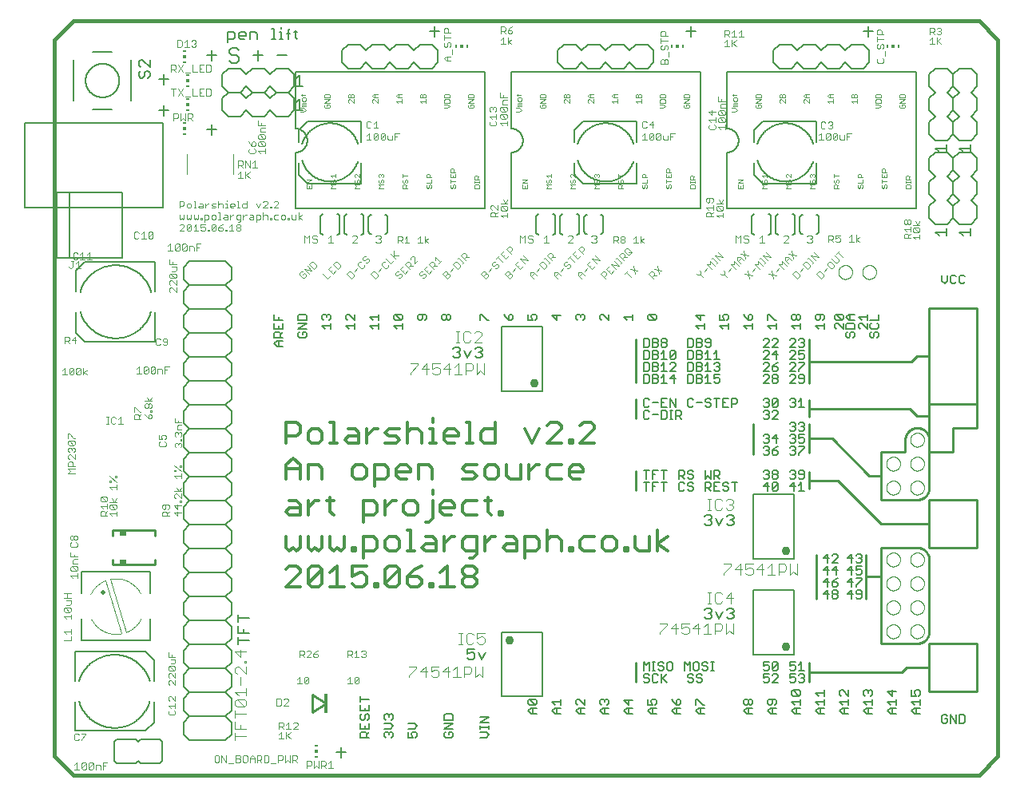
<source format=gto>
G75*
%MOIN*%
%OFA0B0*%
%FSLAX25Y25*%
%IPPOS*%
%LPD*%
%AMOC8*
5,1,8,0,0,1.08239X$1,22.5*
%
%ADD10C,0.01600*%
%ADD11C,0.00600*%
%ADD12C,0.00300*%
%ADD13C,0.00400*%
%ADD14C,0.01200*%
%ADD15C,0.00800*%
%ADD16C,0.00500*%
%ADD17C,0.01000*%
%ADD18R,0.01181X0.00591*%
%ADD19R,0.01181X0.01181*%
%ADD20C,0.00200*%
%ADD21R,0.00591X0.01181*%
%ADD22C,0.01969*%
%ADD23C,0.03619*%
%ADD24R,0.01181X0.08268*%
%ADD25C,0.00000*%
%ADD26R,0.02953X0.01969*%
D10*
X0015300Y0009674D02*
X0023174Y0001800D01*
X0401127Y0001800D01*
X0409001Y0009674D01*
X0409001Y0308887D01*
X0401127Y0316761D01*
X0023174Y0316761D01*
X0015300Y0308887D01*
X0015300Y0308800D02*
X0015300Y0009800D01*
D11*
X0040300Y0007800D02*
X0041300Y0006800D01*
X0049300Y0006800D01*
X0050300Y0007800D01*
X0051300Y0006800D01*
X0059300Y0006800D01*
X0060300Y0007800D01*
X0060300Y0015800D01*
X0059300Y0016800D01*
X0051300Y0016800D01*
X0050300Y0015800D01*
X0049300Y0016800D01*
X0041300Y0016800D01*
X0040300Y0015800D01*
X0040300Y0007800D01*
X0069158Y0018867D02*
X0069158Y0023867D01*
X0071658Y0026367D01*
X0086658Y0026367D01*
X0089158Y0023867D01*
X0089158Y0018867D01*
X0086658Y0016367D01*
X0071658Y0016367D01*
X0069158Y0018867D01*
X0071658Y0026367D02*
X0069158Y0028867D01*
X0069158Y0033867D01*
X0071658Y0036367D01*
X0086658Y0036367D01*
X0089158Y0033867D01*
X0089158Y0028867D01*
X0086658Y0026367D01*
X0086658Y0036367D02*
X0089158Y0038867D01*
X0089158Y0043867D01*
X0086658Y0046367D01*
X0071658Y0046367D01*
X0069158Y0048867D01*
X0069158Y0053867D01*
X0071658Y0056367D01*
X0086658Y0056367D01*
X0089158Y0053867D01*
X0089158Y0048867D01*
X0086658Y0046367D01*
X0086658Y0056367D02*
X0089158Y0058867D01*
X0089158Y0063867D01*
X0086658Y0066367D01*
X0071658Y0066367D01*
X0069158Y0068867D01*
X0069158Y0073867D01*
X0071658Y0076367D01*
X0086658Y0076367D01*
X0089158Y0073867D01*
X0089158Y0068867D01*
X0086658Y0066367D01*
X0086658Y0076367D02*
X0089158Y0078867D01*
X0089158Y0083867D01*
X0086658Y0086367D01*
X0071658Y0086367D01*
X0069158Y0088867D01*
X0069158Y0093867D01*
X0071658Y0096367D01*
X0086658Y0096367D01*
X0089158Y0093867D01*
X0089158Y0088867D01*
X0086658Y0086367D01*
X0086658Y0096367D02*
X0089158Y0098867D01*
X0089158Y0103867D01*
X0086658Y0106367D01*
X0071658Y0106367D01*
X0069158Y0108867D01*
X0069158Y0113867D01*
X0071658Y0116367D01*
X0086658Y0116367D01*
X0089158Y0113867D01*
X0089158Y0108867D01*
X0086658Y0106367D01*
X0086658Y0116367D02*
X0089158Y0118867D01*
X0089158Y0123867D01*
X0086658Y0126367D01*
X0071658Y0126367D01*
X0069158Y0128867D01*
X0069158Y0133867D01*
X0071658Y0136367D01*
X0086658Y0136367D01*
X0089158Y0133867D01*
X0089158Y0128867D01*
X0086658Y0126367D01*
X0086658Y0136367D02*
X0089158Y0138867D01*
X0089158Y0143867D01*
X0086658Y0146367D01*
X0071658Y0146367D01*
X0069158Y0148867D01*
X0069158Y0153867D01*
X0071658Y0156367D01*
X0086658Y0156367D01*
X0089158Y0153867D01*
X0089158Y0148867D01*
X0086658Y0146367D01*
X0086658Y0156367D02*
X0089158Y0158867D01*
X0089158Y0163867D01*
X0086658Y0166367D01*
X0071658Y0166367D01*
X0069158Y0163867D01*
X0069158Y0158867D01*
X0071658Y0156367D01*
X0071658Y0146367D02*
X0069158Y0143867D01*
X0069158Y0138867D01*
X0071658Y0136367D01*
X0071658Y0126367D02*
X0069158Y0123867D01*
X0069158Y0118867D01*
X0071658Y0116367D01*
X0071658Y0106367D02*
X0069158Y0103867D01*
X0069158Y0098867D01*
X0071658Y0096367D01*
X0071658Y0086367D02*
X0069158Y0083867D01*
X0069158Y0078867D01*
X0071658Y0076367D01*
X0071658Y0066367D02*
X0069158Y0063867D01*
X0069158Y0058867D01*
X0071658Y0056367D01*
X0071658Y0046367D02*
X0069158Y0043867D01*
X0069158Y0038867D01*
X0071658Y0036367D01*
X0132730Y0011303D02*
X0137000Y0011303D01*
X0134865Y0013438D02*
X0134865Y0009168D01*
X0187600Y0050834D02*
X0188334Y0050100D01*
X0189802Y0050100D01*
X0190536Y0050834D01*
X0190536Y0052302D01*
X0189802Y0053036D01*
X0189068Y0053036D01*
X0187600Y0052302D01*
X0187600Y0054504D01*
X0190536Y0054504D01*
X0192204Y0053036D02*
X0193672Y0050100D01*
X0195140Y0053036D01*
X0286600Y0067834D02*
X0287334Y0067100D01*
X0288802Y0067100D01*
X0289536Y0067834D01*
X0289536Y0068568D01*
X0288802Y0069302D01*
X0288068Y0069302D01*
X0288802Y0069302D02*
X0289536Y0070036D01*
X0289536Y0070770D01*
X0288802Y0071504D01*
X0287334Y0071504D01*
X0286600Y0070770D01*
X0291204Y0070036D02*
X0292672Y0067100D01*
X0294140Y0070036D01*
X0295808Y0070770D02*
X0296542Y0071504D01*
X0298010Y0071504D01*
X0298744Y0070770D01*
X0298744Y0070036D01*
X0298010Y0069302D01*
X0298744Y0068568D01*
X0298744Y0067834D01*
X0298010Y0067100D01*
X0296542Y0067100D01*
X0295808Y0067834D01*
X0297276Y0069302D02*
X0298010Y0069302D01*
X0298010Y0106100D02*
X0296542Y0106100D01*
X0295808Y0106834D01*
X0297276Y0108302D02*
X0298010Y0108302D01*
X0298744Y0107568D01*
X0298744Y0106834D01*
X0298010Y0106100D01*
X0298010Y0108302D02*
X0298744Y0109036D01*
X0298744Y0109770D01*
X0298010Y0110504D01*
X0296542Y0110504D01*
X0295808Y0109770D01*
X0294140Y0109036D02*
X0292672Y0106100D01*
X0291204Y0109036D01*
X0289536Y0109036D02*
X0288802Y0108302D01*
X0289536Y0107568D01*
X0289536Y0106834D01*
X0288802Y0106100D01*
X0287334Y0106100D01*
X0286600Y0106834D01*
X0288068Y0108302D02*
X0288802Y0108302D01*
X0289536Y0109036D02*
X0289536Y0109770D01*
X0288802Y0110504D01*
X0287334Y0110504D01*
X0286600Y0109770D01*
X0193744Y0176834D02*
X0193010Y0176100D01*
X0191542Y0176100D01*
X0190808Y0176834D01*
X0192276Y0178302D02*
X0193010Y0178302D01*
X0193744Y0177568D01*
X0193744Y0176834D01*
X0193010Y0178302D02*
X0193744Y0179036D01*
X0193744Y0179770D01*
X0193010Y0180504D01*
X0191542Y0180504D01*
X0190808Y0179770D01*
X0189140Y0179036D02*
X0187672Y0176100D01*
X0186204Y0179036D01*
X0184536Y0179036D02*
X0183802Y0178302D01*
X0184536Y0177568D01*
X0184536Y0176834D01*
X0183802Y0176100D01*
X0182334Y0176100D01*
X0181600Y0176834D01*
X0183068Y0178302D02*
X0183802Y0178302D01*
X0184536Y0179036D02*
X0184536Y0179770D01*
X0183802Y0180504D01*
X0182334Y0180504D01*
X0181600Y0179770D01*
X0194800Y0238300D02*
X0115800Y0238300D01*
X0115800Y0261800D01*
X0115940Y0261802D01*
X0116080Y0261808D01*
X0116220Y0261818D01*
X0116360Y0261831D01*
X0116499Y0261849D01*
X0116638Y0261871D01*
X0116775Y0261896D01*
X0116913Y0261925D01*
X0117049Y0261958D01*
X0117184Y0261995D01*
X0117318Y0262036D01*
X0117451Y0262081D01*
X0117583Y0262129D01*
X0117713Y0262181D01*
X0117842Y0262236D01*
X0117969Y0262295D01*
X0118095Y0262358D01*
X0118219Y0262424D01*
X0118340Y0262493D01*
X0118460Y0262566D01*
X0118578Y0262643D01*
X0118693Y0262722D01*
X0118807Y0262805D01*
X0118917Y0262891D01*
X0119026Y0262980D01*
X0119132Y0263072D01*
X0119235Y0263167D01*
X0119336Y0263264D01*
X0119433Y0263365D01*
X0119528Y0263468D01*
X0119620Y0263574D01*
X0119709Y0263683D01*
X0119795Y0263793D01*
X0119878Y0263907D01*
X0119957Y0264022D01*
X0120034Y0264140D01*
X0120107Y0264260D01*
X0120176Y0264381D01*
X0120242Y0264505D01*
X0120305Y0264631D01*
X0120364Y0264758D01*
X0120419Y0264887D01*
X0120471Y0265017D01*
X0120519Y0265149D01*
X0120564Y0265282D01*
X0120605Y0265416D01*
X0120642Y0265551D01*
X0120675Y0265687D01*
X0120704Y0265825D01*
X0120729Y0265962D01*
X0120751Y0266101D01*
X0120769Y0266240D01*
X0120782Y0266380D01*
X0120792Y0266520D01*
X0120798Y0266660D01*
X0120800Y0266800D01*
X0120798Y0266940D01*
X0120792Y0267080D01*
X0120782Y0267220D01*
X0120769Y0267360D01*
X0120751Y0267499D01*
X0120729Y0267638D01*
X0120704Y0267775D01*
X0120675Y0267913D01*
X0120642Y0268049D01*
X0120605Y0268184D01*
X0120564Y0268318D01*
X0120519Y0268451D01*
X0120471Y0268583D01*
X0120419Y0268713D01*
X0120364Y0268842D01*
X0120305Y0268969D01*
X0120242Y0269095D01*
X0120176Y0269219D01*
X0120107Y0269340D01*
X0120034Y0269460D01*
X0119957Y0269578D01*
X0119878Y0269693D01*
X0119795Y0269807D01*
X0119709Y0269917D01*
X0119620Y0270026D01*
X0119528Y0270132D01*
X0119433Y0270235D01*
X0119336Y0270336D01*
X0119235Y0270433D01*
X0119132Y0270528D01*
X0119026Y0270620D01*
X0118917Y0270709D01*
X0118807Y0270795D01*
X0118693Y0270878D01*
X0118578Y0270957D01*
X0118460Y0271034D01*
X0118340Y0271107D01*
X0118219Y0271176D01*
X0118095Y0271242D01*
X0117969Y0271305D01*
X0117842Y0271364D01*
X0117713Y0271419D01*
X0117583Y0271471D01*
X0117451Y0271519D01*
X0117318Y0271564D01*
X0117184Y0271605D01*
X0117049Y0271642D01*
X0116913Y0271675D01*
X0116775Y0271704D01*
X0116638Y0271729D01*
X0116499Y0271751D01*
X0116360Y0271769D01*
X0116220Y0271782D01*
X0116080Y0271792D01*
X0115940Y0271798D01*
X0115800Y0271800D01*
X0115800Y0295300D01*
X0194800Y0295300D01*
X0194800Y0238300D01*
X0205800Y0238300D02*
X0284800Y0238300D01*
X0284800Y0295300D01*
X0205800Y0295300D01*
X0205800Y0271800D01*
X0205940Y0271798D01*
X0206080Y0271792D01*
X0206220Y0271782D01*
X0206360Y0271769D01*
X0206499Y0271751D01*
X0206638Y0271729D01*
X0206775Y0271704D01*
X0206913Y0271675D01*
X0207049Y0271642D01*
X0207184Y0271605D01*
X0207318Y0271564D01*
X0207451Y0271519D01*
X0207583Y0271471D01*
X0207713Y0271419D01*
X0207842Y0271364D01*
X0207969Y0271305D01*
X0208095Y0271242D01*
X0208219Y0271176D01*
X0208340Y0271107D01*
X0208460Y0271034D01*
X0208578Y0270957D01*
X0208693Y0270878D01*
X0208807Y0270795D01*
X0208917Y0270709D01*
X0209026Y0270620D01*
X0209132Y0270528D01*
X0209235Y0270433D01*
X0209336Y0270336D01*
X0209433Y0270235D01*
X0209528Y0270132D01*
X0209620Y0270026D01*
X0209709Y0269917D01*
X0209795Y0269807D01*
X0209878Y0269693D01*
X0209957Y0269578D01*
X0210034Y0269460D01*
X0210107Y0269340D01*
X0210176Y0269219D01*
X0210242Y0269095D01*
X0210305Y0268969D01*
X0210364Y0268842D01*
X0210419Y0268713D01*
X0210471Y0268583D01*
X0210519Y0268451D01*
X0210564Y0268318D01*
X0210605Y0268184D01*
X0210642Y0268049D01*
X0210675Y0267913D01*
X0210704Y0267775D01*
X0210729Y0267638D01*
X0210751Y0267499D01*
X0210769Y0267360D01*
X0210782Y0267220D01*
X0210792Y0267080D01*
X0210798Y0266940D01*
X0210800Y0266800D01*
X0210798Y0266660D01*
X0210792Y0266520D01*
X0210782Y0266380D01*
X0210769Y0266240D01*
X0210751Y0266101D01*
X0210729Y0265962D01*
X0210704Y0265825D01*
X0210675Y0265687D01*
X0210642Y0265551D01*
X0210605Y0265416D01*
X0210564Y0265282D01*
X0210519Y0265149D01*
X0210471Y0265017D01*
X0210419Y0264887D01*
X0210364Y0264758D01*
X0210305Y0264631D01*
X0210242Y0264505D01*
X0210176Y0264381D01*
X0210107Y0264260D01*
X0210034Y0264140D01*
X0209957Y0264022D01*
X0209878Y0263907D01*
X0209795Y0263793D01*
X0209709Y0263683D01*
X0209620Y0263574D01*
X0209528Y0263468D01*
X0209433Y0263365D01*
X0209336Y0263264D01*
X0209235Y0263167D01*
X0209132Y0263072D01*
X0209026Y0262980D01*
X0208917Y0262891D01*
X0208807Y0262805D01*
X0208693Y0262722D01*
X0208578Y0262643D01*
X0208460Y0262566D01*
X0208340Y0262493D01*
X0208219Y0262424D01*
X0208095Y0262358D01*
X0207969Y0262295D01*
X0207842Y0262236D01*
X0207713Y0262181D01*
X0207583Y0262129D01*
X0207451Y0262081D01*
X0207318Y0262036D01*
X0207184Y0261995D01*
X0207049Y0261958D01*
X0206913Y0261925D01*
X0206775Y0261896D01*
X0206638Y0261871D01*
X0206499Y0261849D01*
X0206360Y0261831D01*
X0206220Y0261818D01*
X0206080Y0261808D01*
X0205940Y0261802D01*
X0205800Y0261800D01*
X0205800Y0238300D01*
X0295800Y0238300D02*
X0374800Y0238300D01*
X0374800Y0295300D01*
X0295800Y0295300D01*
X0295800Y0271800D01*
X0295940Y0271798D01*
X0296080Y0271792D01*
X0296220Y0271782D01*
X0296360Y0271769D01*
X0296499Y0271751D01*
X0296638Y0271729D01*
X0296775Y0271704D01*
X0296913Y0271675D01*
X0297049Y0271642D01*
X0297184Y0271605D01*
X0297318Y0271564D01*
X0297451Y0271519D01*
X0297583Y0271471D01*
X0297713Y0271419D01*
X0297842Y0271364D01*
X0297969Y0271305D01*
X0298095Y0271242D01*
X0298219Y0271176D01*
X0298340Y0271107D01*
X0298460Y0271034D01*
X0298578Y0270957D01*
X0298693Y0270878D01*
X0298807Y0270795D01*
X0298917Y0270709D01*
X0299026Y0270620D01*
X0299132Y0270528D01*
X0299235Y0270433D01*
X0299336Y0270336D01*
X0299433Y0270235D01*
X0299528Y0270132D01*
X0299620Y0270026D01*
X0299709Y0269917D01*
X0299795Y0269807D01*
X0299878Y0269693D01*
X0299957Y0269578D01*
X0300034Y0269460D01*
X0300107Y0269340D01*
X0300176Y0269219D01*
X0300242Y0269095D01*
X0300305Y0268969D01*
X0300364Y0268842D01*
X0300419Y0268713D01*
X0300471Y0268583D01*
X0300519Y0268451D01*
X0300564Y0268318D01*
X0300605Y0268184D01*
X0300642Y0268049D01*
X0300675Y0267913D01*
X0300704Y0267775D01*
X0300729Y0267638D01*
X0300751Y0267499D01*
X0300769Y0267360D01*
X0300782Y0267220D01*
X0300792Y0267080D01*
X0300798Y0266940D01*
X0300800Y0266800D01*
X0300798Y0266660D01*
X0300792Y0266520D01*
X0300782Y0266380D01*
X0300769Y0266240D01*
X0300751Y0266101D01*
X0300729Y0265962D01*
X0300704Y0265825D01*
X0300675Y0265687D01*
X0300642Y0265551D01*
X0300605Y0265416D01*
X0300564Y0265282D01*
X0300519Y0265149D01*
X0300471Y0265017D01*
X0300419Y0264887D01*
X0300364Y0264758D01*
X0300305Y0264631D01*
X0300242Y0264505D01*
X0300176Y0264381D01*
X0300107Y0264260D01*
X0300034Y0264140D01*
X0299957Y0264022D01*
X0299878Y0263907D01*
X0299795Y0263793D01*
X0299709Y0263683D01*
X0299620Y0263574D01*
X0299528Y0263468D01*
X0299433Y0263365D01*
X0299336Y0263264D01*
X0299235Y0263167D01*
X0299132Y0263072D01*
X0299026Y0262980D01*
X0298917Y0262891D01*
X0298807Y0262805D01*
X0298693Y0262722D01*
X0298578Y0262643D01*
X0298460Y0262566D01*
X0298340Y0262493D01*
X0298219Y0262424D01*
X0298095Y0262358D01*
X0297969Y0262295D01*
X0297842Y0262236D01*
X0297713Y0262181D01*
X0297583Y0262129D01*
X0297451Y0262081D01*
X0297318Y0262036D01*
X0297184Y0261995D01*
X0297049Y0261958D01*
X0296913Y0261925D01*
X0296775Y0261896D01*
X0296638Y0261871D01*
X0296499Y0261849D01*
X0296360Y0261831D01*
X0296220Y0261818D01*
X0296080Y0261808D01*
X0295940Y0261802D01*
X0295800Y0261800D01*
X0295800Y0238300D01*
X0380300Y0239300D02*
X0380300Y0234300D01*
X0382800Y0231800D01*
X0387800Y0231800D01*
X0390300Y0234300D01*
X0390300Y0239300D01*
X0387800Y0241800D01*
X0390300Y0244300D01*
X0390300Y0249300D01*
X0387800Y0251800D01*
X0390300Y0254300D01*
X0390300Y0259300D01*
X0387800Y0261800D01*
X0382800Y0261800D01*
X0380300Y0259300D01*
X0380300Y0254300D01*
X0382800Y0251800D01*
X0380300Y0249300D01*
X0380300Y0244300D01*
X0382800Y0241800D01*
X0380300Y0239300D01*
X0390300Y0239300D02*
X0390300Y0234300D01*
X0392800Y0231800D01*
X0397800Y0231800D01*
X0400300Y0234300D01*
X0400300Y0239300D01*
X0397800Y0241800D01*
X0400300Y0244300D01*
X0400300Y0249300D01*
X0397800Y0251800D01*
X0400300Y0254300D01*
X0400300Y0259300D01*
X0397800Y0261800D01*
X0392800Y0261800D01*
X0390300Y0259300D01*
X0390300Y0254300D01*
X0392800Y0251800D01*
X0390300Y0249300D01*
X0390300Y0244300D01*
X0392800Y0241800D01*
X0390300Y0239300D01*
X0387800Y0266800D02*
X0382800Y0266800D01*
X0380300Y0269300D01*
X0380300Y0274300D01*
X0382800Y0276800D01*
X0380300Y0279300D01*
X0380300Y0284300D01*
X0382800Y0286800D01*
X0380300Y0289300D01*
X0380300Y0294300D01*
X0382800Y0296800D01*
X0387800Y0296800D01*
X0390300Y0294300D01*
X0390300Y0289300D01*
X0387800Y0286800D01*
X0390300Y0284300D01*
X0390300Y0279300D01*
X0387800Y0276800D01*
X0390300Y0274300D01*
X0390300Y0269300D01*
X0387800Y0266800D01*
X0390300Y0269300D02*
X0392800Y0266800D01*
X0397800Y0266800D01*
X0400300Y0269300D01*
X0400300Y0274300D01*
X0397800Y0276800D01*
X0400300Y0279300D01*
X0400300Y0284300D01*
X0397800Y0286800D01*
X0400300Y0289300D01*
X0400300Y0294300D01*
X0397800Y0296800D01*
X0392800Y0296800D01*
X0390300Y0294300D01*
X0390300Y0289300D01*
X0392800Y0286800D01*
X0390300Y0284300D01*
X0390300Y0279300D01*
X0392800Y0276800D01*
X0390300Y0274300D01*
X0390300Y0269300D01*
X0354865Y0310168D02*
X0354865Y0314438D01*
X0357000Y0312303D02*
X0352730Y0312303D01*
X0283000Y0312303D02*
X0278730Y0312303D01*
X0280865Y0314438D02*
X0280865Y0310168D01*
X0176000Y0312303D02*
X0171730Y0312303D01*
X0173865Y0314438D02*
X0173865Y0310168D01*
X0116691Y0309100D02*
X0115957Y0309834D01*
X0115957Y0312770D01*
X0115224Y0312036D02*
X0116691Y0312036D01*
X0113622Y0311302D02*
X0112154Y0311302D01*
X0112888Y0312770D02*
X0112888Y0309100D01*
X0110553Y0309100D02*
X0109085Y0309100D01*
X0109819Y0309100D02*
X0109819Y0312036D01*
X0109085Y0312036D01*
X0109819Y0313504D02*
X0109819Y0314238D01*
X0106750Y0313504D02*
X0106750Y0309100D01*
X0106016Y0309100D02*
X0107484Y0309100D01*
X0106750Y0313504D02*
X0106016Y0313504D01*
X0099744Y0311302D02*
X0099744Y0309100D01*
X0099744Y0311302D02*
X0099010Y0312036D01*
X0096808Y0312036D01*
X0096808Y0309100D01*
X0095140Y0310568D02*
X0092204Y0310568D01*
X0092204Y0311302D02*
X0092938Y0312036D01*
X0094406Y0312036D01*
X0095140Y0311302D01*
X0095140Y0310568D01*
X0094406Y0309100D02*
X0092938Y0309100D01*
X0092204Y0309834D01*
X0092204Y0311302D01*
X0090536Y0311302D02*
X0090536Y0309834D01*
X0089802Y0309100D01*
X0087600Y0309100D01*
X0087600Y0307632D02*
X0087600Y0312036D01*
X0089802Y0312036D01*
X0090536Y0311302D01*
X0080865Y0304438D02*
X0080865Y0300168D01*
X0083000Y0302303D02*
X0078730Y0302303D01*
X0085300Y0294300D02*
X0085300Y0289300D01*
X0087800Y0286800D01*
X0092800Y0286800D01*
X0095300Y0289300D01*
X0097800Y0286800D01*
X0102800Y0286800D01*
X0105300Y0289300D01*
X0107800Y0286800D01*
X0112800Y0286800D01*
X0115300Y0289300D01*
X0115300Y0294300D01*
X0112800Y0296800D01*
X0107800Y0296800D01*
X0105300Y0294300D01*
X0102800Y0296800D01*
X0097800Y0296800D01*
X0095300Y0294300D01*
X0092800Y0296800D01*
X0087800Y0296800D01*
X0085300Y0294300D01*
X0087800Y0286800D02*
X0085300Y0284300D01*
X0085300Y0279300D01*
X0087800Y0276800D01*
X0092800Y0276800D01*
X0095300Y0279300D01*
X0097800Y0276800D01*
X0102800Y0276800D01*
X0105300Y0279300D01*
X0107800Y0276800D01*
X0112800Y0276800D01*
X0115300Y0279300D01*
X0115300Y0284300D01*
X0112800Y0286800D01*
X0107800Y0286800D01*
X0105300Y0284300D01*
X0102800Y0286800D01*
X0097800Y0286800D01*
X0095300Y0284300D01*
X0092800Y0286800D01*
X0087800Y0286800D01*
X0080865Y0273438D02*
X0080865Y0269168D01*
X0083000Y0271303D02*
X0078730Y0271303D01*
X0063000Y0279303D02*
X0058730Y0279303D01*
X0060865Y0281438D02*
X0060865Y0277168D01*
X0060865Y0290168D02*
X0060865Y0294438D01*
X0063000Y0292303D02*
X0058730Y0292303D01*
X0112888Y0312770D02*
X0113622Y0313504D01*
X0086658Y0216367D02*
X0071658Y0216367D01*
X0069158Y0213867D01*
X0069158Y0208867D01*
X0071658Y0206367D01*
X0086658Y0206367D01*
X0089158Y0203867D01*
X0089158Y0198867D01*
X0086658Y0196367D01*
X0071658Y0196367D01*
X0069158Y0193867D01*
X0069158Y0188867D01*
X0071658Y0186367D01*
X0086658Y0186367D01*
X0089158Y0183867D01*
X0089158Y0178867D01*
X0086658Y0176367D01*
X0071658Y0176367D01*
X0069158Y0173867D01*
X0069158Y0168867D01*
X0071658Y0166367D01*
X0071658Y0176367D02*
X0069158Y0178867D01*
X0069158Y0183867D01*
X0071658Y0186367D01*
X0071658Y0196367D02*
X0069158Y0198867D01*
X0069158Y0203867D01*
X0071658Y0206367D01*
X0086658Y0206367D02*
X0089158Y0208867D01*
X0089158Y0213867D01*
X0086658Y0216367D01*
X0086658Y0196367D02*
X0089158Y0193867D01*
X0089158Y0188867D01*
X0086658Y0186367D01*
X0086658Y0176367D02*
X0089158Y0173867D01*
X0089158Y0168867D01*
X0086658Y0166367D01*
D12*
X0063234Y0172372D02*
X0061299Y0172372D01*
X0061299Y0169470D01*
X0060288Y0169470D02*
X0060288Y0170921D01*
X0059804Y0171405D01*
X0058353Y0171405D01*
X0058353Y0169470D01*
X0057341Y0169953D02*
X0056857Y0169470D01*
X0055890Y0169470D01*
X0055406Y0169953D01*
X0057341Y0171888D01*
X0057341Y0169953D01*
X0055406Y0169953D02*
X0055406Y0171888D01*
X0055890Y0172372D01*
X0056857Y0172372D01*
X0057341Y0171888D01*
X0054394Y0171888D02*
X0052460Y0169953D01*
X0052943Y0169470D01*
X0053911Y0169470D01*
X0054394Y0169953D01*
X0054394Y0171888D01*
X0053911Y0172372D01*
X0052943Y0172372D01*
X0052460Y0171888D01*
X0052460Y0169953D01*
X0051448Y0169470D02*
X0049513Y0169470D01*
X0050480Y0169470D02*
X0050480Y0172372D01*
X0049513Y0171405D01*
X0061299Y0170921D02*
X0062267Y0170921D01*
X0061892Y0181305D02*
X0062375Y0181789D01*
X0062375Y0183724D01*
X0061892Y0184208D01*
X0060924Y0184208D01*
X0060440Y0183724D01*
X0060440Y0183240D01*
X0060924Y0182756D01*
X0062375Y0182756D01*
X0061892Y0181305D02*
X0060924Y0181305D01*
X0060440Y0181789D01*
X0059429Y0181789D02*
X0058945Y0181305D01*
X0057978Y0181305D01*
X0057494Y0181789D01*
X0057494Y0183724D01*
X0057978Y0184208D01*
X0058945Y0184208D01*
X0059429Y0183724D01*
X0063645Y0203411D02*
X0063161Y0203894D01*
X0063161Y0204862D01*
X0063645Y0205346D01*
X0064128Y0205346D01*
X0066063Y0203411D01*
X0066063Y0205346D01*
X0066063Y0206357D02*
X0064128Y0208292D01*
X0063645Y0208292D01*
X0063161Y0207808D01*
X0063161Y0206841D01*
X0063645Y0206357D01*
X0066063Y0206357D02*
X0066063Y0208292D01*
X0065580Y0209304D02*
X0063645Y0211239D01*
X0065580Y0211239D01*
X0066063Y0210755D01*
X0066063Y0209787D01*
X0065580Y0209304D01*
X0063645Y0209304D01*
X0063161Y0209787D01*
X0063161Y0210755D01*
X0063645Y0211239D01*
X0064128Y0212250D02*
X0065580Y0212250D01*
X0066063Y0212734D01*
X0066063Y0214185D01*
X0064128Y0214185D01*
X0064612Y0215197D02*
X0064612Y0216164D01*
X0063161Y0215197D02*
X0063161Y0217132D01*
X0063161Y0215197D02*
X0066063Y0215197D01*
X0066085Y0220730D02*
X0065601Y0221214D01*
X0067536Y0223149D01*
X0067536Y0221214D01*
X0067052Y0220730D01*
X0066085Y0220730D01*
X0065601Y0221214D02*
X0065601Y0223149D01*
X0066085Y0223633D01*
X0067052Y0223633D01*
X0067536Y0223149D01*
X0068547Y0223149D02*
X0069031Y0223633D01*
X0069999Y0223633D01*
X0070482Y0223149D01*
X0068547Y0221214D01*
X0069031Y0220730D01*
X0069999Y0220730D01*
X0070482Y0221214D01*
X0070482Y0223149D01*
X0071494Y0222665D02*
X0072945Y0222665D01*
X0073429Y0222182D01*
X0073429Y0220730D01*
X0074440Y0220730D02*
X0074440Y0223633D01*
X0076375Y0223633D01*
X0075408Y0222182D02*
X0074440Y0222182D01*
X0071494Y0222665D02*
X0071494Y0220730D01*
X0068547Y0221214D02*
X0068547Y0223149D01*
X0064589Y0220730D02*
X0062654Y0220730D01*
X0063622Y0220730D02*
X0063622Y0223633D01*
X0062654Y0222665D01*
X0056375Y0226289D02*
X0056375Y0228224D01*
X0054440Y0226289D01*
X0054924Y0225805D01*
X0055892Y0225805D01*
X0056375Y0226289D01*
X0054440Y0226289D02*
X0054440Y0228224D01*
X0054924Y0228708D01*
X0055892Y0228708D01*
X0056375Y0228224D01*
X0053429Y0225805D02*
X0051494Y0225805D01*
X0052461Y0225805D02*
X0052461Y0228708D01*
X0051494Y0227740D01*
X0050482Y0228224D02*
X0049999Y0228708D01*
X0049031Y0228708D01*
X0048547Y0228224D01*
X0048547Y0226289D01*
X0049031Y0225805D01*
X0049999Y0225805D01*
X0050482Y0226289D01*
X0029909Y0220049D02*
X0029909Y0217147D01*
X0030876Y0217147D02*
X0028941Y0217147D01*
X0027930Y0217147D02*
X0025995Y0217147D01*
X0026962Y0217147D02*
X0026962Y0220049D01*
X0025995Y0219082D01*
X0024983Y0219566D02*
X0024500Y0220049D01*
X0023532Y0220049D01*
X0023048Y0219566D01*
X0023048Y0217631D01*
X0023532Y0217147D01*
X0024500Y0217147D01*
X0024983Y0217631D01*
X0025282Y0216338D02*
X0024315Y0215370D01*
X0025282Y0216338D02*
X0025282Y0213435D01*
X0024315Y0213435D02*
X0026249Y0213435D01*
X0022819Y0213919D02*
X0022819Y0216338D01*
X0022335Y0216338D02*
X0023303Y0216338D01*
X0022819Y0213919D02*
X0022335Y0213435D01*
X0021852Y0213435D01*
X0021368Y0213919D01*
X0028941Y0219082D02*
X0029909Y0220049D01*
X0023848Y0184852D02*
X0022397Y0183401D01*
X0024331Y0183401D01*
X0023848Y0181950D02*
X0023848Y0184852D01*
X0021385Y0184369D02*
X0021385Y0183401D01*
X0020901Y0182917D01*
X0019450Y0182917D01*
X0019450Y0181950D02*
X0019450Y0184852D01*
X0020901Y0184852D01*
X0021385Y0184369D01*
X0020417Y0182917D02*
X0021385Y0181950D01*
X0021880Y0171852D02*
X0022848Y0171852D01*
X0023331Y0171369D01*
X0021397Y0169434D01*
X0021880Y0168950D01*
X0022848Y0168950D01*
X0023331Y0169434D01*
X0023331Y0171369D01*
X0024343Y0171369D02*
X0024827Y0171852D01*
X0025794Y0171852D01*
X0026278Y0171369D01*
X0024343Y0169434D01*
X0024827Y0168950D01*
X0025794Y0168950D01*
X0026278Y0169434D01*
X0026278Y0171369D01*
X0027290Y0171852D02*
X0027290Y0168950D01*
X0027290Y0169917D02*
X0028741Y0168950D01*
X0027290Y0169917D02*
X0028741Y0170885D01*
X0024343Y0171369D02*
X0024343Y0169434D01*
X0021397Y0169434D02*
X0021397Y0171369D01*
X0021880Y0171852D01*
X0019417Y0171852D02*
X0019417Y0168950D01*
X0018450Y0168950D02*
X0020385Y0168950D01*
X0018450Y0170885D02*
X0019417Y0171852D01*
X0036950Y0151352D02*
X0037917Y0151352D01*
X0037434Y0151352D02*
X0037434Y0148450D01*
X0037917Y0148450D02*
X0036950Y0148450D01*
X0038914Y0148934D02*
X0038914Y0150869D01*
X0039398Y0151352D01*
X0040366Y0151352D01*
X0040849Y0150869D01*
X0041861Y0150385D02*
X0042828Y0151352D01*
X0042828Y0148450D01*
X0041861Y0148450D02*
X0043796Y0148450D01*
X0040849Y0148934D02*
X0040366Y0148450D01*
X0039398Y0148450D01*
X0038914Y0148934D01*
X0048448Y0150557D02*
X0048448Y0152008D01*
X0048931Y0152492D01*
X0049899Y0152492D01*
X0050383Y0152008D01*
X0050383Y0150557D01*
X0051350Y0150557D02*
X0048448Y0150557D01*
X0050383Y0151524D02*
X0051350Y0152492D01*
X0051350Y0153503D02*
X0050866Y0153503D01*
X0048931Y0155438D01*
X0048448Y0155438D01*
X0048448Y0153503D01*
X0052948Y0152563D02*
X0053431Y0151596D01*
X0054399Y0150628D01*
X0054399Y0152080D01*
X0054883Y0152563D01*
X0055366Y0152563D01*
X0055850Y0152080D01*
X0055850Y0151112D01*
X0055366Y0150628D01*
X0054399Y0150628D01*
X0055366Y0153575D02*
X0055366Y0154059D01*
X0055850Y0154059D01*
X0055850Y0153575D01*
X0055366Y0153575D01*
X0055366Y0155048D02*
X0054883Y0155048D01*
X0054399Y0155532D01*
X0054399Y0156499D01*
X0054883Y0156983D01*
X0055366Y0156983D01*
X0055850Y0156499D01*
X0055850Y0155532D01*
X0055366Y0155048D01*
X0054399Y0155532D02*
X0053915Y0155048D01*
X0053431Y0155048D01*
X0052948Y0155532D01*
X0052948Y0156499D01*
X0053431Y0156983D01*
X0053915Y0156983D01*
X0054399Y0156499D01*
X0054883Y0157995D02*
X0053915Y0159446D01*
X0052948Y0157995D02*
X0055850Y0157995D01*
X0054883Y0157995D02*
X0055850Y0159446D01*
X0065467Y0150875D02*
X0065467Y0148940D01*
X0068370Y0148940D01*
X0068370Y0147929D02*
X0066918Y0147929D01*
X0066435Y0147445D01*
X0066435Y0145994D01*
X0068370Y0145994D01*
X0067886Y0144982D02*
X0068370Y0144499D01*
X0068370Y0143531D01*
X0067886Y0143047D01*
X0067886Y0142058D02*
X0068370Y0142058D01*
X0068370Y0141574D01*
X0067886Y0141574D01*
X0067886Y0142058D01*
X0067886Y0140563D02*
X0068370Y0140079D01*
X0068370Y0139111D01*
X0067886Y0138628D01*
X0066918Y0139595D02*
X0066918Y0140079D01*
X0067402Y0140563D01*
X0067886Y0140563D01*
X0066918Y0140079D02*
X0066435Y0140563D01*
X0065951Y0140563D01*
X0065467Y0140079D01*
X0065467Y0139111D01*
X0065951Y0138628D01*
X0061795Y0139478D02*
X0061795Y0140445D01*
X0061311Y0140929D01*
X0061311Y0141940D02*
X0061795Y0142424D01*
X0061795Y0143392D01*
X0061311Y0143875D01*
X0060344Y0143875D01*
X0059860Y0143392D01*
X0059860Y0142908D01*
X0060344Y0141940D01*
X0058892Y0141940D01*
X0058892Y0143875D01*
X0059376Y0140929D02*
X0058892Y0140445D01*
X0058892Y0139478D01*
X0059376Y0138994D01*
X0061311Y0138994D01*
X0061795Y0139478D01*
X0065467Y0143531D02*
X0065467Y0144499D01*
X0065951Y0144982D01*
X0066435Y0144982D01*
X0066918Y0144499D01*
X0067402Y0144982D01*
X0067886Y0144982D01*
X0066918Y0144499D02*
X0066918Y0144015D01*
X0065951Y0143047D02*
X0065467Y0143531D01*
X0066918Y0148940D02*
X0066918Y0149908D01*
X0067666Y0131030D02*
X0068150Y0131030D01*
X0068150Y0130546D01*
X0067666Y0130546D01*
X0067666Y0131030D01*
X0065248Y0131030D02*
X0068150Y0128611D01*
X0068150Y0127600D02*
X0068150Y0125665D01*
X0068150Y0126632D02*
X0065248Y0126632D01*
X0066215Y0125665D01*
X0065731Y0128611D02*
X0065248Y0128611D01*
X0065248Y0129095D01*
X0065731Y0129095D01*
X0065731Y0128611D01*
X0066215Y0121714D02*
X0067183Y0120263D01*
X0068150Y0121714D01*
X0068150Y0120263D02*
X0065248Y0120263D01*
X0065731Y0119251D02*
X0065248Y0118768D01*
X0065248Y0117800D01*
X0065731Y0117316D01*
X0065731Y0119251D02*
X0066215Y0119251D01*
X0068150Y0117316D01*
X0068150Y0119251D01*
X0068150Y0116327D02*
X0068150Y0115843D01*
X0067666Y0115843D01*
X0067666Y0116327D01*
X0068150Y0116327D01*
X0068150Y0114348D02*
X0065248Y0114348D01*
X0066699Y0112897D01*
X0066699Y0114831D01*
X0066699Y0111885D02*
X0066699Y0109950D01*
X0065248Y0111401D01*
X0068150Y0111401D01*
X0063150Y0111885D02*
X0062183Y0110917D01*
X0062183Y0111401D02*
X0062183Y0109950D01*
X0063150Y0109950D02*
X0060248Y0109950D01*
X0060248Y0111401D01*
X0060731Y0111885D01*
X0061699Y0111885D01*
X0062183Y0111401D01*
X0062666Y0112897D02*
X0063150Y0113380D01*
X0063150Y0114348D01*
X0062666Y0114831D01*
X0060731Y0114831D01*
X0060248Y0114348D01*
X0060248Y0113380D01*
X0060731Y0112897D01*
X0061215Y0112897D01*
X0061699Y0113380D01*
X0061699Y0114831D01*
X0041150Y0114348D02*
X0041150Y0113380D01*
X0040666Y0112897D01*
X0038731Y0114831D01*
X0040666Y0114831D01*
X0041150Y0114348D01*
X0041150Y0115843D02*
X0038248Y0115843D01*
X0037350Y0116487D02*
X0036866Y0116003D01*
X0034931Y0117938D01*
X0036866Y0117938D01*
X0037350Y0117455D01*
X0037350Y0116487D01*
X0036866Y0116003D02*
X0034931Y0116003D01*
X0034448Y0116487D01*
X0034448Y0117455D01*
X0034931Y0117938D01*
X0037350Y0114992D02*
X0037350Y0113057D01*
X0038248Y0113380D02*
X0038248Y0114348D01*
X0038731Y0114831D01*
X0038248Y0113380D02*
X0038731Y0112897D01*
X0040666Y0112897D01*
X0041150Y0111885D02*
X0041150Y0109950D01*
X0041150Y0110917D02*
X0038248Y0110917D01*
X0039215Y0109950D01*
X0037350Y0110110D02*
X0034448Y0110110D01*
X0034448Y0111562D01*
X0034931Y0112045D01*
X0035899Y0112045D01*
X0036383Y0111562D01*
X0036383Y0110110D01*
X0036383Y0111078D02*
X0037350Y0112045D01*
X0037350Y0114024D02*
X0034448Y0114024D01*
X0035415Y0113057D01*
X0040183Y0115843D02*
X0039215Y0117294D01*
X0040183Y0115843D02*
X0041150Y0117294D01*
X0041150Y0121245D02*
X0041150Y0123180D01*
X0041150Y0122212D02*
X0038248Y0122212D01*
X0039215Y0121245D01*
X0038731Y0124191D02*
X0038248Y0124191D01*
X0038248Y0124675D01*
X0038731Y0124675D01*
X0038731Y0124191D01*
X0041150Y0124191D02*
X0038248Y0126610D01*
X0040666Y0126610D02*
X0041150Y0126610D01*
X0041150Y0126126D01*
X0040666Y0126126D01*
X0040666Y0126610D01*
X0023850Y0127771D02*
X0020948Y0127771D01*
X0021915Y0128738D01*
X0020948Y0129706D01*
X0023850Y0129706D01*
X0023850Y0130717D02*
X0020948Y0130717D01*
X0020948Y0132169D01*
X0021431Y0132652D01*
X0022399Y0132652D01*
X0022883Y0132169D01*
X0022883Y0130717D01*
X0023850Y0133664D02*
X0021915Y0135599D01*
X0021431Y0135599D01*
X0020948Y0135115D01*
X0020948Y0134148D01*
X0021431Y0133664D01*
X0023850Y0133664D02*
X0023850Y0135599D01*
X0023366Y0136610D02*
X0023850Y0137094D01*
X0023850Y0138062D01*
X0023366Y0138545D01*
X0022883Y0138545D01*
X0022399Y0138062D01*
X0022399Y0137578D01*
X0022399Y0138062D02*
X0021915Y0138545D01*
X0021431Y0138545D01*
X0020948Y0138062D01*
X0020948Y0137094D01*
X0021431Y0136610D01*
X0021431Y0139557D02*
X0020948Y0140041D01*
X0020948Y0141008D01*
X0021431Y0141492D01*
X0023366Y0139557D01*
X0023850Y0140041D01*
X0023850Y0141008D01*
X0023366Y0141492D01*
X0021431Y0141492D01*
X0020948Y0142503D02*
X0020948Y0144438D01*
X0021431Y0144438D01*
X0023366Y0142503D01*
X0023850Y0142503D01*
X0023366Y0139557D02*
X0021431Y0139557D01*
X0022376Y0101875D02*
X0022860Y0101875D01*
X0023344Y0101392D01*
X0023344Y0100424D01*
X0022860Y0099940D01*
X0022376Y0099940D01*
X0021892Y0100424D01*
X0021892Y0101392D01*
X0022376Y0101875D01*
X0023344Y0101392D02*
X0023827Y0101875D01*
X0024311Y0101875D01*
X0024795Y0101392D01*
X0024795Y0100424D01*
X0024311Y0099940D01*
X0023827Y0099940D01*
X0023344Y0100424D01*
X0024311Y0098929D02*
X0024795Y0098445D01*
X0024795Y0097478D01*
X0024311Y0096994D01*
X0022376Y0096994D01*
X0021892Y0097478D01*
X0021892Y0098445D01*
X0022376Y0098929D01*
X0021967Y0094875D02*
X0021967Y0092940D01*
X0024870Y0092940D01*
X0024870Y0091929D02*
X0023418Y0091929D01*
X0022935Y0091445D01*
X0022935Y0089994D01*
X0024870Y0089994D01*
X0024386Y0088982D02*
X0024870Y0088499D01*
X0024870Y0087531D01*
X0024386Y0087047D01*
X0022451Y0088982D01*
X0024386Y0088982D01*
X0024386Y0087047D02*
X0022451Y0087047D01*
X0021967Y0087531D01*
X0021967Y0088499D01*
X0022451Y0088982D01*
X0024870Y0086036D02*
X0024870Y0084101D01*
X0024870Y0085068D02*
X0021967Y0085068D01*
X0022935Y0084101D01*
X0022150Y0077725D02*
X0019248Y0077725D01*
X0020699Y0077725D02*
X0020699Y0075790D01*
X0020215Y0074778D02*
X0022150Y0074778D01*
X0022150Y0073327D01*
X0021666Y0072843D01*
X0020215Y0072843D01*
X0019731Y0071831D02*
X0021666Y0069897D01*
X0022150Y0070380D01*
X0022150Y0071348D01*
X0021666Y0071831D01*
X0019731Y0071831D01*
X0019248Y0071348D01*
X0019248Y0070380D01*
X0019731Y0069897D01*
X0021666Y0069897D01*
X0022150Y0068885D02*
X0022150Y0066950D01*
X0022150Y0067917D02*
X0019248Y0067917D01*
X0020215Y0066950D01*
X0022150Y0062831D02*
X0022150Y0060897D01*
X0022150Y0061864D02*
X0019248Y0061864D01*
X0020215Y0060897D01*
X0022150Y0059885D02*
X0022150Y0057950D01*
X0019248Y0057950D01*
X0019248Y0075790D02*
X0022150Y0075790D01*
X0023418Y0092940D02*
X0023418Y0093908D01*
X0062748Y0053171D02*
X0062748Y0051236D01*
X0065650Y0051236D01*
X0065650Y0050225D02*
X0063715Y0050225D01*
X0064199Y0051236D02*
X0064199Y0052204D01*
X0065650Y0050225D02*
X0065650Y0048773D01*
X0065166Y0048290D01*
X0063715Y0048290D01*
X0063231Y0047278D02*
X0065166Y0045343D01*
X0065650Y0045827D01*
X0065650Y0046794D01*
X0065166Y0047278D01*
X0063231Y0047278D01*
X0062748Y0046794D01*
X0062748Y0045827D01*
X0063231Y0045343D01*
X0065166Y0045343D01*
X0065650Y0044331D02*
X0065650Y0042397D01*
X0063715Y0044331D01*
X0063231Y0044331D01*
X0062748Y0043848D01*
X0062748Y0042880D01*
X0063231Y0042397D01*
X0063231Y0041385D02*
X0062748Y0040901D01*
X0062748Y0039934D01*
X0063231Y0039450D01*
X0063231Y0041385D02*
X0063715Y0041385D01*
X0065650Y0039450D01*
X0065650Y0041385D01*
X0065650Y0034778D02*
X0065650Y0032843D01*
X0063715Y0034778D01*
X0063231Y0034778D01*
X0062748Y0034294D01*
X0062748Y0033327D01*
X0063231Y0032843D01*
X0062748Y0030864D02*
X0065650Y0030864D01*
X0065650Y0029897D02*
X0065650Y0031831D01*
X0063715Y0029897D02*
X0062748Y0030864D01*
X0063231Y0028885D02*
X0062748Y0028401D01*
X0062748Y0027434D01*
X0063231Y0026950D01*
X0065166Y0026950D01*
X0065650Y0027434D01*
X0065650Y0028401D01*
X0065166Y0028885D01*
X0082576Y0010152D02*
X0082092Y0009669D01*
X0082092Y0007734D01*
X0082576Y0007250D01*
X0083543Y0007250D01*
X0084027Y0007734D01*
X0084027Y0009669D01*
X0083543Y0010152D01*
X0082576Y0010152D01*
X0085038Y0010152D02*
X0086973Y0007250D01*
X0086973Y0010152D01*
X0085038Y0010152D02*
X0085038Y0007250D01*
X0087985Y0006766D02*
X0089920Y0006766D01*
X0090931Y0007250D02*
X0092383Y0007250D01*
X0092866Y0007734D01*
X0092866Y0008217D01*
X0092383Y0008701D01*
X0090931Y0008701D01*
X0090931Y0007250D02*
X0090931Y0010152D01*
X0092383Y0010152D01*
X0092866Y0009669D01*
X0092866Y0009185D01*
X0092383Y0008701D01*
X0093878Y0007734D02*
X0094362Y0007250D01*
X0095329Y0007250D01*
X0095813Y0007734D01*
X0095813Y0009669D01*
X0095329Y0010152D01*
X0094362Y0010152D01*
X0093878Y0009669D01*
X0093878Y0007734D01*
X0096824Y0007250D02*
X0096824Y0009185D01*
X0097792Y0010152D01*
X0098759Y0009185D01*
X0098759Y0007250D01*
X0099771Y0007250D02*
X0099771Y0010152D01*
X0101222Y0010152D01*
X0101706Y0009669D01*
X0101706Y0008701D01*
X0101222Y0008217D01*
X0099771Y0008217D01*
X0100738Y0008217D02*
X0101706Y0007250D01*
X0102717Y0007250D02*
X0104169Y0007250D01*
X0104652Y0007734D01*
X0104652Y0009669D01*
X0104169Y0010152D01*
X0102717Y0010152D01*
X0102717Y0007250D01*
X0105664Y0006766D02*
X0107599Y0006766D01*
X0108610Y0007250D02*
X0108610Y0010152D01*
X0110062Y0010152D01*
X0110545Y0009669D01*
X0110545Y0008701D01*
X0110062Y0008217D01*
X0108610Y0008217D01*
X0111557Y0007250D02*
X0112524Y0008217D01*
X0113492Y0007250D01*
X0113492Y0010152D01*
X0114503Y0010152D02*
X0115955Y0010152D01*
X0116438Y0009669D01*
X0116438Y0008701D01*
X0115955Y0008217D01*
X0114503Y0008217D01*
X0114503Y0007250D02*
X0114503Y0010152D01*
X0115471Y0008217D02*
X0116438Y0007250D01*
X0120664Y0007652D02*
X0120664Y0004750D01*
X0120664Y0005717D02*
X0122115Y0005717D01*
X0122599Y0006201D01*
X0122599Y0007169D01*
X0122115Y0007652D01*
X0120664Y0007652D01*
X0123610Y0007652D02*
X0123610Y0004750D01*
X0124578Y0005717D01*
X0125545Y0004750D01*
X0125545Y0007652D01*
X0126557Y0007652D02*
X0128008Y0007652D01*
X0128492Y0007169D01*
X0128492Y0006201D01*
X0128008Y0005717D01*
X0126557Y0005717D01*
X0126557Y0004750D02*
X0126557Y0007652D01*
X0127524Y0005717D02*
X0128492Y0004750D01*
X0129503Y0004750D02*
X0131438Y0004750D01*
X0130471Y0004750D02*
X0130471Y0007652D01*
X0129503Y0006685D01*
X0113831Y0016950D02*
X0112380Y0018401D01*
X0111897Y0017917D02*
X0113831Y0019852D01*
X0113831Y0020950D02*
X0111897Y0020950D01*
X0112864Y0020950D02*
X0112864Y0023852D01*
X0111897Y0022885D01*
X0110885Y0023369D02*
X0110885Y0022401D01*
X0110401Y0021917D01*
X0108950Y0021917D01*
X0108950Y0020950D02*
X0108950Y0023852D01*
X0110401Y0023852D01*
X0110885Y0023369D01*
X0109917Y0021917D02*
X0110885Y0020950D01*
X0109917Y0019852D02*
X0109917Y0016950D01*
X0108950Y0016950D02*
X0110885Y0016950D01*
X0111897Y0016950D02*
X0111897Y0019852D01*
X0109917Y0019852D02*
X0108950Y0018885D01*
X0114843Y0020950D02*
X0116778Y0022885D01*
X0116778Y0023369D01*
X0116294Y0023852D01*
X0115327Y0023852D01*
X0114843Y0023369D01*
X0114843Y0020950D02*
X0116778Y0020950D01*
X0112832Y0030915D02*
X0110897Y0030915D01*
X0112832Y0032850D01*
X0112832Y0033334D01*
X0112348Y0033818D01*
X0111381Y0033818D01*
X0110897Y0033334D01*
X0109886Y0033334D02*
X0109402Y0033818D01*
X0107951Y0033818D01*
X0107951Y0030915D01*
X0109402Y0030915D01*
X0109886Y0031399D01*
X0109886Y0033334D01*
X0116450Y0039950D02*
X0118385Y0039950D01*
X0117417Y0039950D02*
X0117417Y0042852D01*
X0116450Y0041885D01*
X0119397Y0042369D02*
X0119397Y0040434D01*
X0121331Y0042369D01*
X0121331Y0040434D01*
X0120848Y0039950D01*
X0119880Y0039950D01*
X0119397Y0040434D01*
X0119397Y0042369D02*
X0119880Y0042852D01*
X0120848Y0042852D01*
X0121331Y0042369D01*
X0120397Y0050950D02*
X0122331Y0052885D01*
X0122331Y0053369D01*
X0121848Y0053852D01*
X0120880Y0053852D01*
X0120397Y0053369D01*
X0119385Y0053369D02*
X0119385Y0052401D01*
X0118901Y0051917D01*
X0117450Y0051917D01*
X0117450Y0050950D02*
X0117450Y0053852D01*
X0118901Y0053852D01*
X0119385Y0053369D01*
X0118417Y0051917D02*
X0119385Y0050950D01*
X0120397Y0050950D02*
X0122331Y0050950D01*
X0123343Y0051434D02*
X0123827Y0050950D01*
X0124794Y0050950D01*
X0125278Y0051434D01*
X0125278Y0051917D01*
X0124794Y0052401D01*
X0123343Y0052401D01*
X0123343Y0051434D01*
X0123343Y0052401D02*
X0124311Y0053369D01*
X0125278Y0053852D01*
X0137450Y0053852D02*
X0137450Y0050950D01*
X0137450Y0051917D02*
X0138901Y0051917D01*
X0139385Y0052401D01*
X0139385Y0053369D01*
X0138901Y0053852D01*
X0137450Y0053852D01*
X0138417Y0051917D02*
X0139385Y0050950D01*
X0140397Y0050950D02*
X0142331Y0050950D01*
X0141364Y0050950D02*
X0141364Y0053852D01*
X0140397Y0052885D01*
X0143343Y0053369D02*
X0143827Y0053852D01*
X0144794Y0053852D01*
X0145278Y0053369D01*
X0145278Y0052885D01*
X0144794Y0052401D01*
X0145278Y0051917D01*
X0145278Y0051434D01*
X0144794Y0050950D01*
X0143827Y0050950D01*
X0143343Y0051434D01*
X0144311Y0052401D02*
X0144794Y0052401D01*
X0141848Y0042852D02*
X0140880Y0042852D01*
X0140397Y0042369D01*
X0140397Y0040434D01*
X0142331Y0042369D01*
X0142331Y0040434D01*
X0141848Y0039950D01*
X0140880Y0039950D01*
X0140397Y0040434D01*
X0139385Y0039950D02*
X0137450Y0039950D01*
X0138417Y0039950D02*
X0138417Y0042852D01*
X0137450Y0041885D01*
X0141848Y0042852D02*
X0142331Y0042369D01*
X0111557Y0010152D02*
X0111557Y0007250D01*
X0098759Y0008701D02*
X0096824Y0008701D01*
X0037375Y0007133D02*
X0035440Y0007133D01*
X0035440Y0004230D01*
X0034429Y0004230D02*
X0034429Y0005682D01*
X0033945Y0006165D01*
X0032494Y0006165D01*
X0032494Y0004230D01*
X0031482Y0004714D02*
X0030999Y0004230D01*
X0030031Y0004230D01*
X0029547Y0004714D01*
X0031482Y0006649D01*
X0031482Y0004714D01*
X0029547Y0004714D02*
X0029547Y0006649D01*
X0030031Y0007133D01*
X0030999Y0007133D01*
X0031482Y0006649D01*
X0028536Y0006649D02*
X0026601Y0004714D01*
X0027085Y0004230D01*
X0028052Y0004230D01*
X0028536Y0004714D01*
X0028536Y0006649D01*
X0028052Y0007133D01*
X0027085Y0007133D01*
X0026601Y0006649D01*
X0026601Y0004714D01*
X0025589Y0004230D02*
X0023654Y0004230D01*
X0024622Y0004230D02*
X0024622Y0007133D01*
X0023654Y0006165D01*
X0035440Y0005682D02*
X0036408Y0005682D01*
X0026440Y0016305D02*
X0026440Y0016789D01*
X0028375Y0018724D01*
X0028375Y0019208D01*
X0026440Y0019208D01*
X0025429Y0018724D02*
X0024945Y0019208D01*
X0023978Y0019208D01*
X0023494Y0018724D01*
X0023494Y0016789D01*
X0023978Y0016305D01*
X0024945Y0016305D01*
X0025429Y0016789D01*
X0158450Y0223950D02*
X0158450Y0226852D01*
X0159901Y0226852D01*
X0160385Y0226369D01*
X0160385Y0225401D01*
X0159901Y0224917D01*
X0158450Y0224917D01*
X0159417Y0224917D02*
X0160385Y0223950D01*
X0161397Y0223950D02*
X0163331Y0223950D01*
X0162364Y0223950D02*
X0162364Y0226852D01*
X0161397Y0225885D01*
X0166950Y0225885D02*
X0167917Y0226852D01*
X0167917Y0223950D01*
X0166950Y0223950D02*
X0168885Y0223950D01*
X0169897Y0223950D02*
X0169897Y0226852D01*
X0171348Y0225885D02*
X0169897Y0224917D01*
X0171348Y0223950D01*
X0197248Y0234950D02*
X0197248Y0236401D01*
X0197731Y0236885D01*
X0198699Y0236885D01*
X0199183Y0236401D01*
X0199183Y0234950D01*
X0200150Y0234950D02*
X0197248Y0234950D01*
X0199183Y0235917D02*
X0200150Y0236885D01*
X0200150Y0237897D02*
X0198215Y0239831D01*
X0197731Y0239831D01*
X0197248Y0239348D01*
X0197248Y0238380D01*
X0197731Y0237897D01*
X0200150Y0237897D02*
X0200150Y0239831D01*
X0201448Y0240495D02*
X0204350Y0240495D01*
X0203383Y0240495D02*
X0204350Y0241946D01*
X0203383Y0240495D02*
X0202415Y0241946D01*
X0201931Y0239483D02*
X0203866Y0237548D01*
X0204350Y0238032D01*
X0204350Y0238999D01*
X0203866Y0239483D01*
X0201931Y0239483D01*
X0201448Y0238999D01*
X0201448Y0238032D01*
X0201931Y0237548D01*
X0203866Y0237548D01*
X0204350Y0236537D02*
X0204350Y0234602D01*
X0204350Y0235569D02*
X0201448Y0235569D01*
X0202415Y0234602D01*
X0248450Y0226852D02*
X0248450Y0223950D01*
X0248450Y0224917D02*
X0249901Y0224917D01*
X0250385Y0225401D01*
X0250385Y0226369D01*
X0249901Y0226852D01*
X0248450Y0226852D01*
X0249417Y0224917D02*
X0250385Y0223950D01*
X0251397Y0224434D02*
X0251397Y0224917D01*
X0251880Y0225401D01*
X0252848Y0225401D01*
X0253331Y0224917D01*
X0253331Y0224434D01*
X0252848Y0223950D01*
X0251880Y0223950D01*
X0251397Y0224434D01*
X0251880Y0225401D02*
X0251397Y0225885D01*
X0251397Y0226369D01*
X0251880Y0226852D01*
X0252848Y0226852D01*
X0253331Y0226369D01*
X0253331Y0225885D01*
X0252848Y0225401D01*
X0256950Y0225885D02*
X0257917Y0226852D01*
X0257917Y0223950D01*
X0256950Y0223950D02*
X0258885Y0223950D01*
X0259897Y0223950D02*
X0259897Y0226852D01*
X0261348Y0225885D02*
X0259897Y0224917D01*
X0261348Y0223950D01*
X0287248Y0234950D02*
X0287248Y0236401D01*
X0287731Y0236885D01*
X0288699Y0236885D01*
X0289183Y0236401D01*
X0289183Y0234950D01*
X0290150Y0234950D02*
X0287248Y0234950D01*
X0289183Y0235917D02*
X0290150Y0236885D01*
X0290150Y0237897D02*
X0290150Y0239831D01*
X0290150Y0238864D02*
X0287248Y0238864D01*
X0288215Y0237897D01*
X0288215Y0240843D02*
X0288699Y0241327D01*
X0288699Y0242778D01*
X0289666Y0242778D02*
X0287731Y0242778D01*
X0287248Y0242294D01*
X0287248Y0241327D01*
X0287731Y0240843D01*
X0288215Y0240843D01*
X0289666Y0240843D02*
X0290150Y0241327D01*
X0290150Y0242294D01*
X0289666Y0242778D01*
X0292415Y0241946D02*
X0293383Y0240495D01*
X0294350Y0241946D01*
X0294350Y0240495D02*
X0291448Y0240495D01*
X0291931Y0239483D02*
X0291448Y0238999D01*
X0291448Y0238032D01*
X0291931Y0237548D01*
X0293866Y0237548D01*
X0291931Y0239483D01*
X0293866Y0239483D01*
X0294350Y0238999D01*
X0294350Y0238032D01*
X0293866Y0237548D01*
X0294350Y0236537D02*
X0294350Y0234602D01*
X0294350Y0235569D02*
X0291448Y0235569D01*
X0292415Y0234602D01*
X0272236Y0266950D02*
X0272236Y0269852D01*
X0274171Y0269852D01*
X0273204Y0268401D02*
X0272236Y0268401D01*
X0271225Y0268885D02*
X0271225Y0266950D01*
X0269773Y0266950D01*
X0269290Y0267434D01*
X0269290Y0268885D01*
X0268278Y0269369D02*
X0266343Y0267434D01*
X0266827Y0266950D01*
X0267794Y0266950D01*
X0268278Y0267434D01*
X0268278Y0269369D01*
X0267794Y0269852D01*
X0266827Y0269852D01*
X0266343Y0269369D01*
X0266343Y0267434D01*
X0265331Y0267434D02*
X0264848Y0266950D01*
X0263880Y0266950D01*
X0263397Y0267434D01*
X0265331Y0269369D01*
X0265331Y0267434D01*
X0263397Y0267434D02*
X0263397Y0269369D01*
X0263880Y0269852D01*
X0264848Y0269852D01*
X0265331Y0269369D01*
X0264848Y0271950D02*
X0264848Y0274852D01*
X0263397Y0273401D01*
X0265331Y0273401D01*
X0262385Y0272434D02*
X0261901Y0271950D01*
X0260934Y0271950D01*
X0260450Y0272434D01*
X0260450Y0274369D01*
X0260934Y0274852D01*
X0261901Y0274852D01*
X0262385Y0274369D01*
X0261417Y0269852D02*
X0261417Y0266950D01*
X0260450Y0266950D02*
X0262385Y0266950D01*
X0260450Y0268885D02*
X0261417Y0269852D01*
X0288248Y0271934D02*
X0288731Y0271450D01*
X0290666Y0271450D01*
X0291150Y0271934D01*
X0291150Y0272901D01*
X0290666Y0273385D01*
X0291150Y0274397D02*
X0291150Y0276331D01*
X0291150Y0275364D02*
X0288248Y0275364D01*
X0289215Y0274397D01*
X0288731Y0273385D02*
X0288248Y0272901D01*
X0288248Y0271934D01*
X0292248Y0272417D02*
X0295150Y0272417D01*
X0295150Y0271450D02*
X0295150Y0273385D01*
X0294666Y0274397D02*
X0292731Y0276331D01*
X0294666Y0276331D01*
X0295150Y0275848D01*
X0295150Y0274880D01*
X0294666Y0274397D01*
X0292731Y0274397D01*
X0292248Y0274880D01*
X0292248Y0275848D01*
X0292731Y0276331D01*
X0292731Y0277343D02*
X0292248Y0277827D01*
X0292248Y0278794D01*
X0292731Y0279278D01*
X0294666Y0277343D01*
X0295150Y0277827D01*
X0295150Y0278794D01*
X0294666Y0279278D01*
X0292731Y0279278D01*
X0293215Y0280290D02*
X0293215Y0281741D01*
X0293699Y0282225D01*
X0295150Y0282225D01*
X0295150Y0283236D02*
X0292248Y0283236D01*
X0292248Y0285171D01*
X0293699Y0284204D02*
X0293699Y0283236D01*
X0293215Y0280290D02*
X0295150Y0280290D01*
X0294666Y0277343D02*
X0292731Y0277343D01*
X0291150Y0278794D02*
X0288248Y0278794D01*
X0289699Y0277343D01*
X0289699Y0279278D01*
X0292248Y0272417D02*
X0293215Y0271450D01*
X0271224Y0298717D02*
X0268322Y0298717D01*
X0268322Y0300169D01*
X0268805Y0300652D01*
X0269289Y0300652D01*
X0269773Y0300169D01*
X0269773Y0298717D01*
X0271224Y0298717D02*
X0271224Y0300169D01*
X0270740Y0300652D01*
X0270257Y0300652D01*
X0269773Y0300169D01*
X0271708Y0301664D02*
X0271708Y0303599D01*
X0270740Y0304610D02*
X0271224Y0305094D01*
X0271224Y0306062D01*
X0270740Y0306545D01*
X0270257Y0306545D01*
X0269773Y0306062D01*
X0269773Y0305094D01*
X0269289Y0304610D01*
X0268805Y0304610D01*
X0268322Y0305094D01*
X0268322Y0306062D01*
X0268805Y0306545D01*
X0268322Y0307557D02*
X0268322Y0309492D01*
X0268322Y0308524D02*
X0271224Y0308524D01*
X0271224Y0310503D02*
X0268322Y0310503D01*
X0268322Y0311955D01*
X0268805Y0312438D01*
X0269773Y0312438D01*
X0270257Y0311955D01*
X0270257Y0310503D01*
X0294950Y0310917D02*
X0296401Y0310917D01*
X0296885Y0311401D01*
X0296885Y0312369D01*
X0296401Y0312852D01*
X0294950Y0312852D01*
X0294950Y0309950D01*
X0295917Y0310917D02*
X0296885Y0309950D01*
X0297897Y0309950D02*
X0299831Y0309950D01*
X0298864Y0309950D02*
X0298864Y0312852D01*
X0297897Y0311885D01*
X0300843Y0311885D02*
X0301811Y0312852D01*
X0301811Y0309950D01*
X0302778Y0309950D02*
X0300843Y0309950D01*
X0299831Y0308852D02*
X0297897Y0306917D01*
X0298380Y0307401D02*
X0299831Y0305950D01*
X0297897Y0305950D02*
X0297897Y0308852D01*
X0295917Y0308852D02*
X0295917Y0305950D01*
X0294950Y0305950D02*
X0296885Y0305950D01*
X0294950Y0307885D02*
X0295917Y0308852D01*
X0335104Y0274160D02*
X0335587Y0274644D01*
X0336555Y0274644D01*
X0337039Y0274160D01*
X0338050Y0274160D02*
X0338534Y0274644D01*
X0339501Y0274644D01*
X0339985Y0274160D01*
X0339985Y0273676D01*
X0339501Y0273193D01*
X0339985Y0272709D01*
X0339985Y0272225D01*
X0339501Y0271741D01*
X0338534Y0271741D01*
X0338050Y0272225D01*
X0337039Y0272225D02*
X0336555Y0271741D01*
X0335587Y0271741D01*
X0335104Y0272225D01*
X0335104Y0274160D01*
X0339018Y0273193D02*
X0339501Y0273193D01*
X0338599Y0269885D02*
X0339083Y0269401D01*
X0337148Y0267466D01*
X0337632Y0266982D01*
X0338599Y0266982D01*
X0339083Y0267466D01*
X0339083Y0269401D01*
X0338599Y0269885D02*
X0337632Y0269885D01*
X0337148Y0269401D01*
X0337148Y0267466D01*
X0336137Y0266982D02*
X0334202Y0266982D01*
X0335169Y0266982D02*
X0335169Y0269885D01*
X0334202Y0268917D01*
X0340095Y0269401D02*
X0340095Y0267466D01*
X0342030Y0269401D01*
X0342030Y0267466D01*
X0341546Y0266982D01*
X0340578Y0266982D01*
X0340095Y0267466D01*
X0340095Y0269401D02*
X0340578Y0269885D01*
X0341546Y0269885D01*
X0342030Y0269401D01*
X0343041Y0268917D02*
X0343041Y0267466D01*
X0343525Y0266982D01*
X0344976Y0266982D01*
X0344976Y0268917D01*
X0345988Y0268434D02*
X0346955Y0268434D01*
X0345988Y0269885D02*
X0347923Y0269885D01*
X0345988Y0269885D02*
X0345988Y0266982D01*
X0358931Y0299217D02*
X0358448Y0299701D01*
X0358448Y0300669D01*
X0358931Y0301152D01*
X0358931Y0299217D02*
X0360866Y0299217D01*
X0361350Y0299701D01*
X0361350Y0300669D01*
X0360866Y0301152D01*
X0361834Y0302164D02*
X0361834Y0304099D01*
X0360866Y0305110D02*
X0361350Y0305594D01*
X0361350Y0306562D01*
X0360866Y0307045D01*
X0360383Y0307045D01*
X0359899Y0306562D01*
X0359899Y0305594D01*
X0359415Y0305110D01*
X0358931Y0305110D01*
X0358448Y0305594D01*
X0358448Y0306562D01*
X0358931Y0307045D01*
X0358448Y0308057D02*
X0358448Y0309992D01*
X0358448Y0309024D02*
X0361350Y0309024D01*
X0361350Y0311003D02*
X0358448Y0311003D01*
X0358448Y0312455D01*
X0358931Y0312938D01*
X0359899Y0312938D01*
X0360383Y0312455D01*
X0360383Y0311003D01*
X0380450Y0310950D02*
X0380450Y0313852D01*
X0381901Y0313852D01*
X0382385Y0313369D01*
X0382385Y0312401D01*
X0381901Y0311917D01*
X0380450Y0311917D01*
X0381417Y0311917D02*
X0382385Y0310950D01*
X0383397Y0311434D02*
X0383880Y0310950D01*
X0384848Y0310950D01*
X0385331Y0311434D01*
X0385331Y0311917D01*
X0384848Y0312401D01*
X0384364Y0312401D01*
X0384848Y0312401D02*
X0385331Y0312885D01*
X0385331Y0313369D01*
X0384848Y0313852D01*
X0383880Y0313852D01*
X0383397Y0313369D01*
X0383397Y0309852D02*
X0383397Y0306950D01*
X0383397Y0307917D02*
X0385331Y0309852D01*
X0383880Y0308401D02*
X0385331Y0306950D01*
X0382385Y0306950D02*
X0380450Y0306950D01*
X0381417Y0306950D02*
X0381417Y0309852D01*
X0380450Y0308885D01*
X0372166Y0233778D02*
X0372650Y0233294D01*
X0372650Y0232327D01*
X0372166Y0231843D01*
X0371683Y0231843D01*
X0371199Y0232327D01*
X0371199Y0233294D01*
X0371683Y0233778D01*
X0372166Y0233778D01*
X0371199Y0233294D02*
X0370715Y0233778D01*
X0370231Y0233778D01*
X0369748Y0233294D01*
X0369748Y0232327D01*
X0370231Y0231843D01*
X0370715Y0231843D01*
X0371199Y0232327D01*
X0372650Y0230831D02*
X0372650Y0228897D01*
X0373448Y0229032D02*
X0373448Y0229999D01*
X0373931Y0230483D01*
X0375866Y0228548D01*
X0376350Y0229032D01*
X0376350Y0229999D01*
X0375866Y0230483D01*
X0373931Y0230483D01*
X0373448Y0231495D02*
X0376350Y0231495D01*
X0375383Y0231495D02*
X0374415Y0232946D01*
X0375383Y0231495D02*
X0376350Y0232946D01*
X0375866Y0228548D02*
X0373931Y0228548D01*
X0373448Y0229032D01*
X0372650Y0229864D02*
X0369748Y0229864D01*
X0370715Y0228897D01*
X0370231Y0227885D02*
X0371199Y0227885D01*
X0371683Y0227401D01*
X0371683Y0225950D01*
X0372650Y0225950D02*
X0369748Y0225950D01*
X0369748Y0227401D01*
X0370231Y0227885D01*
X0371683Y0226917D02*
X0372650Y0227885D01*
X0373448Y0226569D02*
X0376350Y0226569D01*
X0376350Y0225602D02*
X0376350Y0227537D01*
X0374415Y0225602D02*
X0373448Y0226569D01*
X0351348Y0226385D02*
X0349897Y0225417D01*
X0351348Y0224450D01*
X0349897Y0224450D02*
X0349897Y0227352D01*
X0347917Y0227352D02*
X0347917Y0224450D01*
X0346950Y0224450D02*
X0348885Y0224450D01*
X0346950Y0226385D02*
X0347917Y0227352D01*
X0343063Y0227228D02*
X0341128Y0227228D01*
X0341128Y0225776D01*
X0342095Y0226260D01*
X0342579Y0226260D01*
X0343063Y0225776D01*
X0343063Y0224809D01*
X0342579Y0224325D01*
X0341612Y0224325D01*
X0341128Y0224809D01*
X0340116Y0224325D02*
X0339149Y0225293D01*
X0339633Y0225293D02*
X0338181Y0225293D01*
X0338181Y0224325D02*
X0338181Y0227228D01*
X0339633Y0227228D01*
X0340116Y0226744D01*
X0340116Y0225776D01*
X0339633Y0225293D01*
X0205848Y0306950D02*
X0204397Y0307917D01*
X0205848Y0308885D01*
X0204397Y0309852D02*
X0204397Y0306950D01*
X0203385Y0306950D02*
X0201450Y0306950D01*
X0202417Y0306950D02*
X0202417Y0309852D01*
X0201450Y0308885D01*
X0201450Y0311450D02*
X0201450Y0314352D01*
X0202901Y0314352D01*
X0203385Y0313869D01*
X0203385Y0312901D01*
X0202901Y0312417D01*
X0201450Y0312417D01*
X0202417Y0312417D02*
X0203385Y0311450D01*
X0204397Y0311934D02*
X0204397Y0312901D01*
X0205848Y0312901D01*
X0206331Y0312417D01*
X0206331Y0311934D01*
X0205848Y0311450D01*
X0204880Y0311450D01*
X0204397Y0311934D01*
X0204397Y0312901D02*
X0205364Y0313869D01*
X0206331Y0314352D01*
X0180650Y0311736D02*
X0177748Y0311736D01*
X0177748Y0313187D01*
X0178231Y0313671D01*
X0179199Y0313671D01*
X0179683Y0313187D01*
X0179683Y0311736D01*
X0177748Y0310725D02*
X0177748Y0308790D01*
X0177748Y0309757D02*
X0180650Y0309757D01*
X0180166Y0307778D02*
X0180650Y0307294D01*
X0180650Y0306327D01*
X0180166Y0305843D01*
X0179199Y0306327D02*
X0179199Y0307294D01*
X0179683Y0307778D01*
X0180166Y0307778D01*
X0179199Y0306327D02*
X0178715Y0305843D01*
X0178231Y0305843D01*
X0177748Y0306327D01*
X0177748Y0307294D01*
X0178231Y0307778D01*
X0181134Y0304831D02*
X0181134Y0302897D01*
X0180650Y0301885D02*
X0178715Y0301885D01*
X0177748Y0300917D01*
X0178715Y0299950D01*
X0180650Y0299950D01*
X0179199Y0299950D02*
X0179199Y0301885D01*
X0201248Y0286671D02*
X0201248Y0284736D01*
X0204150Y0284736D01*
X0204150Y0283725D02*
X0202699Y0283725D01*
X0202215Y0283241D01*
X0202215Y0281790D01*
X0204150Y0281790D01*
X0203666Y0280778D02*
X0204150Y0280294D01*
X0204150Y0279327D01*
X0203666Y0278843D01*
X0201731Y0280778D01*
X0203666Y0280778D01*
X0201731Y0280778D02*
X0201248Y0280294D01*
X0201248Y0279327D01*
X0201731Y0278843D01*
X0203666Y0278843D01*
X0203666Y0277831D02*
X0204150Y0277348D01*
X0204150Y0276380D01*
X0203666Y0275897D01*
X0201731Y0277831D01*
X0203666Y0277831D01*
X0203666Y0275897D02*
X0201731Y0275897D01*
X0201248Y0276380D01*
X0201248Y0277348D01*
X0201731Y0277831D01*
X0199650Y0277831D02*
X0199650Y0275897D01*
X0199650Y0276864D02*
X0196748Y0276864D01*
X0197715Y0275897D01*
X0197231Y0274885D02*
X0196748Y0274401D01*
X0196748Y0273434D01*
X0197231Y0272950D01*
X0199166Y0272950D01*
X0199650Y0273434D01*
X0199650Y0274401D01*
X0199166Y0274885D01*
X0201248Y0273917D02*
X0204150Y0273917D01*
X0204150Y0272950D02*
X0204150Y0274885D01*
X0202215Y0272950D02*
X0201248Y0273917D01*
X0199166Y0278843D02*
X0199650Y0279327D01*
X0199650Y0280294D01*
X0199166Y0280778D01*
X0198683Y0280778D01*
X0198199Y0280294D01*
X0198199Y0279811D01*
X0198199Y0280294D02*
X0197715Y0280778D01*
X0197231Y0280778D01*
X0196748Y0280294D01*
X0196748Y0279327D01*
X0197231Y0278843D01*
X0202699Y0284736D02*
X0202699Y0285704D01*
X0103150Y0273236D02*
X0100248Y0273236D01*
X0100248Y0275171D01*
X0101699Y0274204D02*
X0101699Y0273236D01*
X0101699Y0272225D02*
X0103150Y0272225D01*
X0101699Y0272225D02*
X0101215Y0271741D01*
X0101215Y0270290D01*
X0103150Y0270290D01*
X0102666Y0269278D02*
X0103150Y0268794D01*
X0103150Y0267827D01*
X0102666Y0267343D01*
X0100731Y0269278D01*
X0102666Y0269278D01*
X0100731Y0269278D02*
X0100248Y0268794D01*
X0100248Y0267827D01*
X0100731Y0267343D01*
X0102666Y0267343D01*
X0102666Y0266331D02*
X0103150Y0265848D01*
X0103150Y0264880D01*
X0102666Y0264397D01*
X0100731Y0266331D01*
X0102666Y0266331D01*
X0102666Y0264397D02*
X0100731Y0264397D01*
X0100248Y0264880D01*
X0100248Y0265848D01*
X0100731Y0266331D01*
X0099150Y0265848D02*
X0098666Y0266331D01*
X0098183Y0266331D01*
X0097699Y0265848D01*
X0097699Y0264397D01*
X0098666Y0264397D01*
X0099150Y0264880D01*
X0099150Y0265848D01*
X0097699Y0264397D02*
X0096731Y0265364D01*
X0096248Y0266331D01*
X0096731Y0263385D02*
X0096248Y0262901D01*
X0096248Y0261934D01*
X0096731Y0261450D01*
X0098666Y0261450D01*
X0099150Y0261934D01*
X0099150Y0262901D01*
X0098666Y0263385D01*
X0100248Y0262417D02*
X0101215Y0261450D01*
X0100248Y0262417D02*
X0103150Y0262417D01*
X0103150Y0261450D02*
X0103150Y0263385D01*
X0098811Y0258352D02*
X0098811Y0255450D01*
X0099778Y0255450D02*
X0097843Y0255450D01*
X0096831Y0255450D02*
X0096831Y0258352D01*
X0097843Y0257385D02*
X0098811Y0258352D01*
X0096831Y0255450D02*
X0094897Y0258352D01*
X0094897Y0255450D01*
X0093885Y0255450D02*
X0092917Y0256417D01*
X0093401Y0256417D02*
X0091950Y0256417D01*
X0091950Y0255450D02*
X0091950Y0258352D01*
X0093401Y0258352D01*
X0093885Y0257869D01*
X0093885Y0256901D01*
X0093401Y0256417D01*
X0092917Y0253852D02*
X0092917Y0250950D01*
X0091950Y0250950D02*
X0093885Y0250950D01*
X0094897Y0250950D02*
X0094897Y0253852D01*
X0095380Y0252401D02*
X0096831Y0250950D01*
X0094897Y0251917D02*
X0096831Y0253852D01*
X0092917Y0253852D02*
X0091950Y0252885D01*
X0072841Y0275170D02*
X0071874Y0276138D01*
X0072357Y0276138D02*
X0070906Y0276138D01*
X0070906Y0275170D02*
X0070906Y0278073D01*
X0072357Y0278073D01*
X0072841Y0277589D01*
X0072841Y0276622D01*
X0072357Y0276138D01*
X0069894Y0275170D02*
X0069894Y0278073D01*
X0067960Y0278073D02*
X0067960Y0275170D01*
X0068927Y0276138D01*
X0069894Y0275170D01*
X0066948Y0276622D02*
X0066464Y0276138D01*
X0065013Y0276138D01*
X0065013Y0275170D02*
X0065013Y0278073D01*
X0066464Y0278073D01*
X0066948Y0277589D01*
X0066948Y0276622D01*
X0066897Y0285450D02*
X0068831Y0288352D01*
X0066897Y0288352D02*
X0068831Y0285450D01*
X0069843Y0284966D02*
X0071778Y0284966D01*
X0072790Y0285450D02*
X0074725Y0285450D01*
X0075736Y0285450D02*
X0075736Y0288352D01*
X0077671Y0288352D01*
X0078683Y0288352D02*
X0080134Y0288352D01*
X0080618Y0287869D01*
X0080618Y0285934D01*
X0080134Y0285450D01*
X0078683Y0285450D01*
X0078683Y0288352D01*
X0076704Y0286901D02*
X0075736Y0286901D01*
X0075736Y0285450D02*
X0077671Y0285450D01*
X0072790Y0285450D02*
X0072790Y0288352D01*
X0071778Y0294966D02*
X0069843Y0294966D01*
X0068831Y0295450D02*
X0066897Y0298352D01*
X0065885Y0297869D02*
X0065885Y0296901D01*
X0065401Y0296417D01*
X0063950Y0296417D01*
X0063950Y0295450D02*
X0063950Y0298352D01*
X0065401Y0298352D01*
X0065885Y0297869D01*
X0064917Y0296417D02*
X0065885Y0295450D01*
X0066897Y0295450D02*
X0068831Y0298352D01*
X0072790Y0298352D02*
X0072790Y0295450D01*
X0074725Y0295450D01*
X0075736Y0295450D02*
X0075736Y0298352D01*
X0077671Y0298352D01*
X0078683Y0298352D02*
X0080134Y0298352D01*
X0080618Y0297869D01*
X0080618Y0295934D01*
X0080134Y0295450D01*
X0078683Y0295450D01*
X0078683Y0298352D01*
X0076704Y0296901D02*
X0075736Y0296901D01*
X0075736Y0295450D02*
X0077671Y0295450D01*
X0065885Y0288352D02*
X0063950Y0288352D01*
X0064917Y0288352D02*
X0064917Y0285450D01*
D13*
X0066601Y0305823D02*
X0068002Y0305823D01*
X0068469Y0306290D01*
X0068469Y0308158D01*
X0068002Y0308625D01*
X0066601Y0308625D01*
X0066601Y0305823D01*
X0069548Y0305823D02*
X0071416Y0305823D01*
X0070482Y0305823D02*
X0070482Y0308625D01*
X0069548Y0307691D01*
X0072494Y0308158D02*
X0072961Y0308625D01*
X0073895Y0308625D01*
X0074362Y0308158D01*
X0074362Y0307691D01*
X0073895Y0307224D01*
X0074362Y0306757D01*
X0074362Y0306290D01*
X0073895Y0305823D01*
X0072961Y0305823D01*
X0072494Y0306290D01*
X0073428Y0307224D02*
X0073895Y0307224D01*
X0070556Y0260934D02*
X0070556Y0252666D01*
X0068901Y0241402D02*
X0069368Y0240935D01*
X0069368Y0240001D01*
X0068901Y0239534D01*
X0067500Y0239534D01*
X0067500Y0238600D02*
X0067500Y0241402D01*
X0068901Y0241402D01*
X0070447Y0240001D02*
X0070447Y0239067D01*
X0070914Y0238600D01*
X0071848Y0238600D01*
X0072315Y0239067D01*
X0072315Y0240001D01*
X0071848Y0240468D01*
X0070914Y0240468D01*
X0070447Y0240001D01*
X0073393Y0238600D02*
X0074327Y0238600D01*
X0073860Y0238600D02*
X0073860Y0241402D01*
X0073393Y0241402D01*
X0075824Y0240468D02*
X0076759Y0240468D01*
X0077226Y0240001D01*
X0077226Y0238600D01*
X0075824Y0238600D01*
X0075357Y0239067D01*
X0075824Y0239534D01*
X0077226Y0239534D01*
X0078304Y0239534D02*
X0079238Y0240468D01*
X0079705Y0240468D01*
X0080759Y0240001D02*
X0081226Y0240468D01*
X0082628Y0240468D01*
X0082161Y0239534D02*
X0081226Y0239534D01*
X0080759Y0240001D01*
X0080759Y0238600D02*
X0082161Y0238600D01*
X0082628Y0239067D01*
X0082161Y0239534D01*
X0083706Y0240001D02*
X0084173Y0240468D01*
X0085107Y0240468D01*
X0085574Y0240001D01*
X0085574Y0238600D01*
X0086652Y0238600D02*
X0087586Y0238600D01*
X0087119Y0238600D02*
X0087119Y0240468D01*
X0086652Y0240468D01*
X0087119Y0241402D02*
X0087119Y0241869D01*
X0088617Y0240001D02*
X0088617Y0239067D01*
X0089084Y0238600D01*
X0090018Y0238600D01*
X0090485Y0239534D02*
X0088617Y0239534D01*
X0088617Y0240001D02*
X0089084Y0240468D01*
X0090018Y0240468D01*
X0090485Y0240001D01*
X0090485Y0239534D01*
X0091563Y0238600D02*
X0092497Y0238600D01*
X0092030Y0238600D02*
X0092030Y0241402D01*
X0091563Y0241402D01*
X0093528Y0240001D02*
X0093528Y0239067D01*
X0093995Y0238600D01*
X0095396Y0238600D01*
X0095396Y0241402D01*
X0095396Y0240468D02*
X0093995Y0240468D01*
X0093528Y0240001D01*
X0099421Y0240468D02*
X0100355Y0238600D01*
X0101289Y0240468D01*
X0102367Y0240935D02*
X0102834Y0241402D01*
X0103768Y0241402D01*
X0104235Y0240935D01*
X0104235Y0240468D01*
X0102367Y0238600D01*
X0104235Y0238600D01*
X0105314Y0238600D02*
X0105781Y0238600D01*
X0105781Y0239067D01*
X0105314Y0239067D01*
X0105314Y0238600D01*
X0106787Y0238600D02*
X0108655Y0240468D01*
X0108655Y0240935D01*
X0108188Y0241402D01*
X0107254Y0241402D01*
X0106787Y0240935D01*
X0106787Y0238600D02*
X0108655Y0238600D01*
X0108655Y0235668D02*
X0107254Y0235668D01*
X0106787Y0235201D01*
X0106787Y0234267D01*
X0107254Y0233800D01*
X0108655Y0233800D01*
X0109733Y0234267D02*
X0110200Y0233800D01*
X0111135Y0233800D01*
X0111602Y0234267D01*
X0111602Y0235201D01*
X0111135Y0235668D01*
X0110200Y0235668D01*
X0109733Y0235201D01*
X0109733Y0234267D01*
X0112680Y0234267D02*
X0113147Y0234267D01*
X0113147Y0233800D01*
X0112680Y0233800D01*
X0112680Y0234267D01*
X0114153Y0234267D02*
X0114620Y0233800D01*
X0116021Y0233800D01*
X0116021Y0235668D01*
X0117100Y0234734D02*
X0118501Y0235668D01*
X0117100Y0234734D02*
X0118501Y0233800D01*
X0117100Y0233800D02*
X0117100Y0236602D01*
X0114153Y0235668D02*
X0114153Y0234267D01*
X0105781Y0234267D02*
X0105781Y0233800D01*
X0105314Y0233800D01*
X0105314Y0234267D01*
X0105781Y0234267D01*
X0104235Y0233800D02*
X0104235Y0235201D01*
X0103768Y0235668D01*
X0102834Y0235668D01*
X0102367Y0235201D01*
X0101289Y0235201D02*
X0101289Y0234267D01*
X0100822Y0233800D01*
X0099421Y0233800D01*
X0099421Y0232866D02*
X0099421Y0235668D01*
X0100822Y0235668D01*
X0101289Y0235201D01*
X0102367Y0236602D02*
X0102367Y0233800D01*
X0098342Y0233800D02*
X0096941Y0233800D01*
X0096474Y0234267D01*
X0096941Y0234734D01*
X0098342Y0234734D01*
X0098342Y0235201D02*
X0098342Y0233800D01*
X0098342Y0235201D02*
X0097875Y0235668D01*
X0096941Y0235668D01*
X0095420Y0235668D02*
X0094953Y0235668D01*
X0094019Y0234734D01*
X0094019Y0233800D02*
X0094019Y0235668D01*
X0092940Y0235668D02*
X0091539Y0235668D01*
X0091072Y0235201D01*
X0091072Y0234267D01*
X0091539Y0233800D01*
X0092940Y0233800D01*
X0092940Y0233333D02*
X0092940Y0235668D01*
X0092940Y0233333D02*
X0092473Y0232866D01*
X0092006Y0232866D01*
X0091539Y0231802D02*
X0092473Y0231802D01*
X0092940Y0231335D01*
X0092940Y0230868D01*
X0092473Y0230401D01*
X0091539Y0230401D01*
X0091072Y0230868D01*
X0091072Y0231335D01*
X0091539Y0231802D01*
X0091539Y0230401D02*
X0091072Y0229934D01*
X0091072Y0229467D01*
X0091539Y0229000D01*
X0092473Y0229000D01*
X0092940Y0229467D01*
X0092940Y0229934D01*
X0092473Y0230401D01*
X0089994Y0229000D02*
X0088126Y0229000D01*
X0089060Y0229000D02*
X0089060Y0231802D01*
X0088126Y0230868D01*
X0087119Y0229467D02*
X0087119Y0229000D01*
X0086652Y0229000D01*
X0086652Y0229467D01*
X0087119Y0229467D01*
X0085574Y0229467D02*
X0085574Y0229934D01*
X0085107Y0230401D01*
X0083706Y0230401D01*
X0083706Y0229467D01*
X0084173Y0229000D01*
X0085107Y0229000D01*
X0085574Y0229467D01*
X0084640Y0231335D02*
X0083706Y0230401D01*
X0084640Y0231335D02*
X0085574Y0231802D01*
X0086137Y0233800D02*
X0085670Y0234267D01*
X0086137Y0234734D01*
X0087538Y0234734D01*
X0087538Y0235201D02*
X0087538Y0233800D01*
X0086137Y0233800D01*
X0084640Y0233800D02*
X0083706Y0233800D01*
X0084173Y0233800D02*
X0084173Y0236602D01*
X0083706Y0236602D01*
X0082628Y0235201D02*
X0082161Y0235668D01*
X0081226Y0235668D01*
X0080759Y0235201D01*
X0080759Y0234267D01*
X0081226Y0233800D01*
X0082161Y0233800D01*
X0082628Y0234267D01*
X0082628Y0235201D01*
X0079681Y0235201D02*
X0079681Y0234267D01*
X0079214Y0233800D01*
X0077813Y0233800D01*
X0077813Y0232866D02*
X0077813Y0235668D01*
X0079214Y0235668D01*
X0079681Y0235201D01*
X0076807Y0234267D02*
X0076807Y0233800D01*
X0076340Y0233800D01*
X0076340Y0234267D01*
X0076807Y0234267D01*
X0075261Y0234267D02*
X0075261Y0235668D01*
X0075261Y0234267D02*
X0074794Y0233800D01*
X0074327Y0234267D01*
X0073860Y0233800D01*
X0073393Y0234267D01*
X0073393Y0235668D01*
X0072315Y0235668D02*
X0072315Y0234267D01*
X0071848Y0233800D01*
X0071381Y0234267D01*
X0070914Y0233800D01*
X0070447Y0234267D01*
X0070447Y0235668D01*
X0069368Y0235668D02*
X0069368Y0234267D01*
X0068901Y0233800D01*
X0068434Y0234267D01*
X0067967Y0233800D01*
X0067500Y0234267D01*
X0067500Y0235668D01*
X0067967Y0231802D02*
X0067500Y0231335D01*
X0067967Y0231802D02*
X0068901Y0231802D01*
X0069368Y0231335D01*
X0069368Y0230868D01*
X0067500Y0229000D01*
X0069368Y0229000D01*
X0070447Y0229467D02*
X0072315Y0231335D01*
X0072315Y0229467D01*
X0071848Y0229000D01*
X0070914Y0229000D01*
X0070447Y0229467D01*
X0070447Y0231335D01*
X0070914Y0231802D01*
X0071848Y0231802D01*
X0072315Y0231335D01*
X0073393Y0230868D02*
X0074327Y0231802D01*
X0074327Y0229000D01*
X0073393Y0229000D02*
X0075261Y0229000D01*
X0076340Y0229467D02*
X0076807Y0229000D01*
X0077741Y0229000D01*
X0078208Y0229467D01*
X0078208Y0230401D01*
X0077741Y0230868D01*
X0077274Y0230868D01*
X0076340Y0230401D01*
X0076340Y0231802D01*
X0078208Y0231802D01*
X0079286Y0229467D02*
X0079753Y0229467D01*
X0079753Y0229000D01*
X0079286Y0229000D01*
X0079286Y0229467D01*
X0080759Y0229467D02*
X0082628Y0231335D01*
X0082628Y0229467D01*
X0082161Y0229000D01*
X0081226Y0229000D01*
X0080759Y0229467D01*
X0080759Y0231335D01*
X0081226Y0231802D01*
X0082161Y0231802D01*
X0082628Y0231335D01*
X0086137Y0235668D02*
X0087071Y0235668D01*
X0087538Y0235201D01*
X0088617Y0234734D02*
X0089551Y0235668D01*
X0090018Y0235668D01*
X0088617Y0235668D02*
X0088617Y0233800D01*
X0083706Y0238600D02*
X0083706Y0241402D01*
X0078304Y0240468D02*
X0078304Y0238600D01*
X0090044Y0252666D02*
X0090044Y0260934D01*
X0119500Y0227203D02*
X0120568Y0226135D01*
X0121635Y0227203D01*
X0121635Y0224000D01*
X0122815Y0224534D02*
X0123349Y0224000D01*
X0124416Y0224000D01*
X0124950Y0224534D01*
X0124950Y0225068D01*
X0124416Y0225601D01*
X0123349Y0225601D01*
X0122815Y0226135D01*
X0122815Y0226669D01*
X0123349Y0227203D01*
X0124416Y0227203D01*
X0124950Y0226669D01*
X0119500Y0227203D02*
X0119500Y0224000D01*
X0122476Y0216222D02*
X0121485Y0215231D01*
X0123467Y0213250D01*
X0124458Y0214241D01*
X0124458Y0214901D01*
X0123137Y0216222D01*
X0122476Y0216222D01*
X0120723Y0214469D02*
X0122705Y0212487D01*
X0119402Y0213148D01*
X0121384Y0211166D01*
X0120291Y0210734D02*
X0120291Y0210074D01*
X0119630Y0209413D01*
X0118970Y0209413D01*
X0117649Y0210734D01*
X0117649Y0211395D01*
X0118309Y0212055D01*
X0118970Y0212055D01*
X0119630Y0211395D02*
X0118970Y0210734D01*
X0119630Y0211395D02*
X0120291Y0210734D01*
X0127318Y0211064D02*
X0129300Y0209083D01*
X0130621Y0210404D01*
X0131384Y0211166D02*
X0132705Y0212487D01*
X0133467Y0213250D02*
X0131485Y0215231D01*
X0132476Y0216222D01*
X0133137Y0216222D01*
X0134458Y0214901D01*
X0134458Y0214241D01*
X0133467Y0213250D01*
X0131053Y0212818D02*
X0130393Y0212157D01*
X0129402Y0213148D02*
X0131384Y0211166D01*
X0129402Y0213148D02*
X0130723Y0214469D01*
X0137318Y0211064D02*
X0138309Y0212055D01*
X0138970Y0212055D01*
X0140291Y0210734D01*
X0140291Y0210074D01*
X0139300Y0209083D01*
X0137318Y0211064D01*
X0140393Y0212157D02*
X0141714Y0213478D01*
X0143137Y0213580D02*
X0143797Y0213580D01*
X0144458Y0214241D01*
X0144458Y0214901D01*
X0145220Y0215664D02*
X0145881Y0215664D01*
X0146541Y0216324D01*
X0146541Y0216985D01*
X0146211Y0217315D01*
X0145551Y0217315D01*
X0144890Y0216654D01*
X0144229Y0216654D01*
X0143899Y0216985D01*
X0143899Y0217645D01*
X0144560Y0218306D01*
X0145220Y0218306D01*
X0143137Y0216222D02*
X0142476Y0216222D01*
X0141816Y0215562D01*
X0141816Y0214901D01*
X0143137Y0213580D01*
X0147318Y0211064D02*
X0149300Y0209083D01*
X0150291Y0210074D01*
X0150291Y0210734D01*
X0148970Y0212055D01*
X0148309Y0212055D01*
X0147318Y0211064D01*
X0150393Y0212157D02*
X0151714Y0213478D01*
X0153137Y0213580D02*
X0153797Y0213580D01*
X0154458Y0214241D01*
X0154458Y0214901D01*
X0155551Y0215333D02*
X0156872Y0216654D01*
X0157634Y0217417D02*
X0155652Y0219398D01*
X0156973Y0218738D02*
X0158955Y0218738D01*
X0156973Y0218077D02*
X0156973Y0220719D01*
X0153569Y0217315D02*
X0155551Y0215333D01*
X0153137Y0216222D02*
X0152476Y0216222D01*
X0151816Y0215562D01*
X0151816Y0214901D01*
X0153137Y0213580D01*
X0157649Y0211395D02*
X0157649Y0210734D01*
X0157979Y0210404D01*
X0158639Y0210404D01*
X0159300Y0211064D01*
X0159961Y0211064D01*
X0160291Y0210734D01*
X0160291Y0210074D01*
X0159630Y0209413D01*
X0158970Y0209413D01*
X0157649Y0211395D02*
X0158309Y0212055D01*
X0158970Y0212055D01*
X0159402Y0213148D02*
X0161384Y0211166D01*
X0162705Y0212487D01*
X0163467Y0213250D02*
X0161485Y0215231D01*
X0162476Y0216222D01*
X0163137Y0216222D01*
X0163797Y0215562D01*
X0163797Y0214901D01*
X0162806Y0213910D01*
X0163467Y0214571D02*
X0164788Y0214571D01*
X0165551Y0215333D02*
X0165551Y0217975D01*
X0165220Y0218306D01*
X0164560Y0218306D01*
X0163899Y0217645D01*
X0163899Y0216985D01*
X0165551Y0215333D02*
X0166872Y0216654D01*
X0169402Y0213148D02*
X0170723Y0214469D01*
X0171485Y0215231D02*
X0173467Y0213250D01*
X0172806Y0213910D02*
X0173797Y0214901D01*
X0173797Y0215562D01*
X0173137Y0216222D01*
X0172476Y0216222D01*
X0171485Y0215231D01*
X0173467Y0214571D02*
X0174788Y0214571D01*
X0175551Y0215333D02*
X0176872Y0216654D01*
X0176211Y0215994D02*
X0174229Y0217975D01*
X0174229Y0216654D01*
X0172705Y0212487D02*
X0171384Y0211166D01*
X0169402Y0213148D01*
X0168970Y0212055D02*
X0168309Y0212055D01*
X0167649Y0211395D01*
X0167649Y0210734D01*
X0167979Y0210404D01*
X0168639Y0210404D01*
X0169300Y0211064D01*
X0169961Y0211064D01*
X0170291Y0210734D01*
X0170291Y0210074D01*
X0169630Y0209413D01*
X0168970Y0209413D01*
X0170393Y0212157D02*
X0171053Y0212818D01*
X0177318Y0211064D02*
X0178309Y0212055D01*
X0178970Y0212055D01*
X0179300Y0211725D01*
X0179300Y0211064D01*
X0178309Y0210074D01*
X0177318Y0211064D02*
X0179300Y0209083D01*
X0180291Y0210074D01*
X0180291Y0210734D01*
X0179961Y0211064D01*
X0179300Y0211064D01*
X0180393Y0212157D02*
X0181714Y0213478D01*
X0181485Y0215231D02*
X0183467Y0213250D01*
X0184458Y0214241D01*
X0184458Y0214901D01*
X0183137Y0216222D01*
X0182476Y0216222D01*
X0181485Y0215231D01*
X0183569Y0217315D02*
X0184229Y0217975D01*
X0183899Y0217645D02*
X0185881Y0215664D01*
X0186211Y0215994D02*
X0185551Y0215333D01*
X0186940Y0216722D02*
X0184958Y0218704D01*
X0185949Y0219695D01*
X0186609Y0219695D01*
X0187270Y0219034D01*
X0187270Y0218374D01*
X0186279Y0217383D01*
X0186940Y0218043D02*
X0188261Y0218043D01*
X0194309Y0212055D02*
X0194970Y0212055D01*
X0195300Y0211725D01*
X0195300Y0211064D01*
X0194309Y0210074D01*
X0193318Y0211064D02*
X0195300Y0209083D01*
X0196291Y0210074D01*
X0196291Y0210734D01*
X0195961Y0211064D01*
X0195300Y0211064D01*
X0194309Y0212055D02*
X0193318Y0211064D01*
X0196393Y0212157D02*
X0197714Y0213478D01*
X0198146Y0214571D02*
X0198806Y0214571D01*
X0199467Y0215231D01*
X0200128Y0215231D01*
X0200458Y0214901D01*
X0200458Y0214241D01*
X0199797Y0213580D01*
X0199137Y0213580D01*
X0198146Y0214571D02*
X0197816Y0214901D01*
X0197816Y0215562D01*
X0198476Y0216222D01*
X0199137Y0216222D01*
X0199569Y0217315D02*
X0200890Y0218636D01*
X0200229Y0217975D02*
X0202211Y0215994D01*
X0203634Y0217417D02*
X0204955Y0218738D01*
X0205718Y0219500D02*
X0203736Y0221482D01*
X0204727Y0222473D01*
X0205387Y0222473D01*
X0206048Y0221812D01*
X0206048Y0221152D01*
X0205057Y0220161D01*
X0203304Y0219068D02*
X0202643Y0218408D01*
X0201652Y0219398D02*
X0203634Y0217417D01*
X0201652Y0219398D02*
X0202973Y0220719D01*
X0207485Y0215231D02*
X0209467Y0213250D01*
X0210788Y0214571D01*
X0211551Y0215333D02*
X0209569Y0217315D01*
X0212872Y0216654D01*
X0210890Y0218636D01*
X0208806Y0216552D02*
X0207485Y0215231D01*
X0208476Y0214241D02*
X0209137Y0214901D01*
X0207714Y0213478D02*
X0206393Y0212157D01*
X0205961Y0211064D02*
X0206291Y0210734D01*
X0206291Y0210074D01*
X0205300Y0209083D01*
X0203318Y0211064D01*
X0204309Y0212055D01*
X0204970Y0212055D01*
X0205300Y0211725D01*
X0205300Y0211064D01*
X0204309Y0210074D01*
X0205300Y0211064D02*
X0205961Y0211064D01*
X0213979Y0210404D02*
X0213979Y0211725D01*
X0215300Y0211725D01*
X0216621Y0210404D01*
X0215630Y0211395D02*
X0214309Y0210074D01*
X0213979Y0210404D02*
X0215300Y0209083D01*
X0216393Y0212157D02*
X0217714Y0213478D01*
X0219467Y0213250D02*
X0220458Y0214241D01*
X0220458Y0214901D01*
X0219137Y0216222D01*
X0218476Y0216222D01*
X0217485Y0215231D01*
X0219467Y0213250D01*
X0221551Y0215333D02*
X0222211Y0215994D01*
X0221881Y0215664D02*
X0219899Y0217645D01*
X0219569Y0217315D02*
X0220229Y0217975D01*
X0220958Y0218704D02*
X0222940Y0216722D01*
X0222279Y0217383D02*
X0223270Y0218374D01*
X0223270Y0219034D01*
X0222609Y0219695D01*
X0221949Y0219695D01*
X0220958Y0218704D01*
X0222940Y0218043D02*
X0224261Y0218043D01*
X0227816Y0215562D02*
X0227816Y0214901D01*
X0228146Y0214571D01*
X0228806Y0214571D01*
X0229467Y0215231D01*
X0230128Y0215231D01*
X0230458Y0214901D01*
X0230458Y0214241D01*
X0229797Y0213580D01*
X0229137Y0213580D01*
X0227714Y0213478D02*
X0226393Y0212157D01*
X0225630Y0211395D02*
X0224309Y0210074D01*
X0223979Y0210404D02*
X0223979Y0211725D01*
X0225300Y0211725D01*
X0226621Y0210404D01*
X0225300Y0209083D02*
X0223979Y0210404D01*
X0227816Y0215562D02*
X0228476Y0216222D01*
X0229137Y0216222D01*
X0229569Y0217315D02*
X0230890Y0218636D01*
X0230229Y0217975D02*
X0232211Y0215994D01*
X0233634Y0217417D02*
X0231652Y0219398D01*
X0232973Y0220719D01*
X0233736Y0221482D02*
X0235718Y0219500D01*
X0235057Y0220161D02*
X0236048Y0221152D01*
X0236048Y0221812D01*
X0235387Y0222473D01*
X0234727Y0222473D01*
X0233736Y0221482D01*
X0233304Y0219068D02*
X0232643Y0218408D01*
X0233634Y0217417D02*
X0234955Y0218738D01*
X0237485Y0215231D02*
X0239467Y0213250D01*
X0240788Y0214571D01*
X0241551Y0215333D02*
X0239569Y0217315D01*
X0242872Y0216654D01*
X0240890Y0218636D01*
X0238806Y0216552D02*
X0237485Y0215231D01*
X0238476Y0214241D02*
X0239137Y0214901D01*
X0237714Y0213478D02*
X0236393Y0212157D01*
X0235630Y0211395D02*
X0234309Y0210074D01*
X0233979Y0210404D02*
X0233979Y0211725D01*
X0235300Y0211725D01*
X0236621Y0210404D01*
X0235300Y0209083D02*
X0233979Y0210404D01*
X0243318Y0211064D02*
X0245300Y0209083D01*
X0244639Y0209743D02*
X0245630Y0210734D01*
X0245630Y0211395D01*
X0244970Y0212055D01*
X0244309Y0212055D01*
X0243318Y0211064D01*
X0245402Y0213148D02*
X0247384Y0211166D01*
X0248705Y0212487D01*
X0249467Y0213250D02*
X0247485Y0215231D01*
X0250788Y0214571D01*
X0248806Y0216552D01*
X0249569Y0217315D02*
X0250229Y0217975D01*
X0249899Y0217645D02*
X0251881Y0215664D01*
X0252211Y0215994D02*
X0251551Y0215333D01*
X0252940Y0216722D02*
X0250958Y0218704D01*
X0251949Y0219695D01*
X0252609Y0219695D01*
X0253270Y0219034D01*
X0253270Y0218374D01*
X0252279Y0217383D01*
X0252940Y0218043D02*
X0254261Y0218043D01*
X0254693Y0219136D02*
X0255353Y0219136D01*
X0256014Y0219797D01*
X0256014Y0220457D01*
X0254693Y0221778D01*
X0254032Y0221778D01*
X0253372Y0221118D01*
X0253372Y0220457D01*
X0254693Y0219136D01*
X0255023Y0220127D02*
X0256344Y0220127D01*
X0256723Y0214469D02*
X0257384Y0211166D01*
X0258705Y0212487D02*
X0255402Y0213148D01*
X0254639Y0212385D02*
X0253318Y0211064D01*
X0253979Y0211725D02*
X0255961Y0209743D01*
X0263318Y0211064D02*
X0265300Y0209083D01*
X0264639Y0209743D02*
X0265630Y0210734D01*
X0265630Y0211395D01*
X0264970Y0212055D01*
X0264309Y0212055D01*
X0263318Y0211064D01*
X0265300Y0210404D02*
X0266621Y0210404D01*
X0267384Y0211166D02*
X0266723Y0214469D01*
X0265402Y0213148D02*
X0268705Y0212487D01*
X0283318Y0211064D02*
X0283649Y0210734D01*
X0284970Y0210734D01*
X0285961Y0209743D01*
X0284970Y0210734D02*
X0284970Y0212055D01*
X0284639Y0212385D01*
X0286393Y0212157D02*
X0287714Y0213478D01*
X0289467Y0213250D02*
X0287485Y0215231D01*
X0288806Y0215231D01*
X0288806Y0216552D01*
X0290788Y0214571D01*
X0291551Y0215333D02*
X0292211Y0215994D01*
X0291881Y0215664D02*
X0289899Y0217645D01*
X0289569Y0217315D02*
X0290229Y0217975D01*
X0290958Y0218704D02*
X0294261Y0218043D01*
X0292279Y0220025D01*
X0290958Y0218704D02*
X0292940Y0216722D01*
X0294639Y0212385D02*
X0294970Y0212055D01*
X0294970Y0210734D01*
X0295961Y0209743D01*
X0294970Y0210734D02*
X0293649Y0210734D01*
X0293318Y0211064D01*
X0296393Y0212157D02*
X0297714Y0213478D01*
X0299467Y0213250D02*
X0297485Y0215231D01*
X0298806Y0215231D01*
X0298806Y0216552D01*
X0300788Y0214571D01*
X0301551Y0215333D02*
X0300229Y0216654D01*
X0300229Y0217975D01*
X0301551Y0217975D01*
X0302872Y0216654D01*
X0303634Y0217417D02*
X0302973Y0220719D01*
X0301652Y0219398D02*
X0304955Y0218738D01*
X0301881Y0217645D02*
X0300560Y0216324D01*
X0304639Y0212385D02*
X0305300Y0209083D01*
X0306621Y0210404D02*
X0303318Y0211064D01*
X0306393Y0212157D02*
X0307714Y0213478D01*
X0309467Y0213250D02*
X0307485Y0215231D01*
X0308806Y0215231D01*
X0308806Y0216552D01*
X0310788Y0214571D01*
X0311551Y0215333D02*
X0312211Y0215994D01*
X0311881Y0215664D02*
X0309899Y0217645D01*
X0309569Y0217315D02*
X0310229Y0217975D01*
X0310958Y0218704D02*
X0314261Y0218043D01*
X0312279Y0220025D01*
X0310958Y0218704D02*
X0312940Y0216722D01*
X0314639Y0212385D02*
X0315300Y0209083D01*
X0316621Y0210404D02*
X0313318Y0211064D01*
X0316393Y0212157D02*
X0317714Y0213478D01*
X0319467Y0213250D02*
X0317485Y0215231D01*
X0318806Y0215231D01*
X0318806Y0216552D01*
X0320788Y0214571D01*
X0321551Y0215333D02*
X0320229Y0216654D01*
X0320229Y0217975D01*
X0321551Y0217975D01*
X0322872Y0216654D01*
X0323634Y0217417D02*
X0322973Y0220719D01*
X0321652Y0219398D02*
X0324955Y0218738D01*
X0321881Y0217645D02*
X0320560Y0216324D01*
X0324309Y0212055D02*
X0323318Y0211064D01*
X0325300Y0209083D01*
X0326291Y0210074D01*
X0326291Y0210734D01*
X0324970Y0212055D01*
X0324309Y0212055D01*
X0326393Y0212157D02*
X0327714Y0213478D01*
X0327485Y0215231D02*
X0329467Y0213250D01*
X0330458Y0214241D01*
X0330458Y0214901D01*
X0329137Y0216222D01*
X0328476Y0216222D01*
X0327485Y0215231D01*
X0329569Y0217315D02*
X0330229Y0217975D01*
X0329899Y0217645D02*
X0331881Y0215664D01*
X0332211Y0215994D02*
X0331551Y0215333D01*
X0332940Y0216722D02*
X0330958Y0218704D01*
X0334261Y0218043D01*
X0332279Y0220025D01*
X0330935Y0224000D02*
X0329867Y0224000D01*
X0329333Y0224534D01*
X0330401Y0225601D02*
X0330935Y0225601D01*
X0331469Y0225068D01*
X0331469Y0224534D01*
X0330935Y0224000D01*
X0330935Y0225601D02*
X0331469Y0226135D01*
X0331469Y0226669D01*
X0330935Y0227203D01*
X0329867Y0227203D01*
X0329333Y0226669D01*
X0321524Y0226669D02*
X0321524Y0226135D01*
X0319389Y0224000D01*
X0321524Y0224000D01*
X0321524Y0226669D02*
X0320990Y0227203D01*
X0319923Y0227203D01*
X0319389Y0226669D01*
X0311580Y0224000D02*
X0309444Y0224000D01*
X0310512Y0224000D02*
X0310512Y0227203D01*
X0309444Y0226135D01*
X0304950Y0226669D02*
X0304416Y0227203D01*
X0303349Y0227203D01*
X0302815Y0226669D01*
X0302815Y0226135D01*
X0303349Y0225601D01*
X0304416Y0225601D01*
X0304950Y0225068D01*
X0304950Y0224534D01*
X0304416Y0224000D01*
X0303349Y0224000D01*
X0302815Y0224534D01*
X0301635Y0224000D02*
X0301635Y0227203D01*
X0300568Y0226135D01*
X0299500Y0227203D01*
X0299500Y0224000D01*
X0333318Y0211064D02*
X0334309Y0212055D01*
X0334970Y0212055D01*
X0336291Y0210734D01*
X0336291Y0210074D01*
X0335300Y0209083D01*
X0333318Y0211064D01*
X0336393Y0212157D02*
X0337714Y0213478D01*
X0339137Y0213580D02*
X0339797Y0213580D01*
X0340458Y0214241D01*
X0340458Y0214901D01*
X0339137Y0216222D01*
X0338476Y0216222D01*
X0337816Y0215562D01*
X0337816Y0214901D01*
X0339137Y0213580D01*
X0341220Y0215664D02*
X0341881Y0215664D01*
X0342541Y0216324D01*
X0342541Y0216985D01*
X0340890Y0218636D01*
X0341652Y0219398D02*
X0342973Y0220719D01*
X0342313Y0220059D02*
X0344295Y0218077D01*
X0341220Y0215664D02*
X0339569Y0217315D01*
X0247053Y0212818D02*
X0246393Y0212157D01*
X0245402Y0213148D02*
X0246723Y0214469D01*
X0240935Y0224000D02*
X0239867Y0224000D01*
X0239333Y0224534D01*
X0240401Y0225601D02*
X0240935Y0225601D01*
X0241469Y0225068D01*
X0241469Y0224534D01*
X0240935Y0224000D01*
X0240935Y0225601D02*
X0241469Y0226135D01*
X0241469Y0226669D01*
X0240935Y0227203D01*
X0239867Y0227203D01*
X0239333Y0226669D01*
X0231524Y0226669D02*
X0231524Y0226135D01*
X0229389Y0224000D01*
X0231524Y0224000D01*
X0231524Y0226669D02*
X0230990Y0227203D01*
X0229923Y0227203D01*
X0229389Y0226669D01*
X0221580Y0224000D02*
X0219444Y0224000D01*
X0220512Y0224000D02*
X0220512Y0227203D01*
X0219444Y0226135D01*
X0214950Y0226669D02*
X0214416Y0227203D01*
X0213349Y0227203D01*
X0212815Y0226669D01*
X0212815Y0226135D01*
X0213349Y0225601D01*
X0214416Y0225601D01*
X0214950Y0225068D01*
X0214950Y0224534D01*
X0214416Y0224000D01*
X0213349Y0224000D01*
X0212815Y0224534D01*
X0211635Y0224000D02*
X0211635Y0227203D01*
X0210568Y0226135D01*
X0209500Y0227203D01*
X0209500Y0224000D01*
X0192714Y0187088D02*
X0191179Y0187088D01*
X0190412Y0186321D01*
X0188877Y0186321D02*
X0188110Y0187088D01*
X0186575Y0187088D01*
X0185808Y0186321D01*
X0185808Y0183252D01*
X0186575Y0182484D01*
X0188110Y0182484D01*
X0188877Y0183252D01*
X0190412Y0182484D02*
X0193481Y0185554D01*
X0193481Y0186321D01*
X0192714Y0187088D01*
X0193481Y0182484D02*
X0190412Y0182484D01*
X0184273Y0182484D02*
X0182739Y0182484D01*
X0183506Y0182484D02*
X0183506Y0187088D01*
X0182739Y0187088D02*
X0184273Y0187088D01*
X0183739Y0173738D02*
X0183739Y0169134D01*
X0185273Y0169134D02*
X0182204Y0169134D01*
X0179902Y0169134D02*
X0179902Y0173738D01*
X0177600Y0171436D01*
X0180669Y0171436D01*
X0182204Y0172203D02*
X0183739Y0173738D01*
X0186808Y0173738D02*
X0189110Y0173738D01*
X0189877Y0172970D01*
X0189877Y0171436D01*
X0189110Y0170668D01*
X0186808Y0170668D01*
X0186808Y0169134D02*
X0186808Y0173738D01*
X0191412Y0173738D02*
X0191412Y0169134D01*
X0192946Y0170668D01*
X0194481Y0169134D01*
X0194481Y0173738D01*
X0176065Y0173738D02*
X0172996Y0173738D01*
X0172996Y0171436D01*
X0174531Y0172203D01*
X0175298Y0172203D01*
X0176065Y0171436D01*
X0176065Y0169901D01*
X0175298Y0169134D01*
X0173763Y0169134D01*
X0172996Y0169901D01*
X0171461Y0171436D02*
X0168392Y0171436D01*
X0170694Y0173738D01*
X0170694Y0169134D01*
X0166857Y0172970D02*
X0163788Y0169901D01*
X0163788Y0169134D01*
X0163788Y0173738D02*
X0166857Y0173738D01*
X0166857Y0172970D01*
X0160393Y0212157D02*
X0161053Y0212818D01*
X0160723Y0214469D02*
X0159402Y0213148D01*
X0150935Y0224000D02*
X0149867Y0224000D01*
X0149333Y0224534D01*
X0150401Y0225601D02*
X0150935Y0225601D01*
X0151469Y0225068D01*
X0151469Y0224534D01*
X0150935Y0224000D01*
X0150935Y0225601D02*
X0151469Y0226135D01*
X0151469Y0226669D01*
X0150935Y0227203D01*
X0149867Y0227203D01*
X0149333Y0226669D01*
X0141524Y0226669D02*
X0141524Y0226135D01*
X0139389Y0224000D01*
X0141524Y0224000D01*
X0141524Y0226669D02*
X0140990Y0227203D01*
X0139923Y0227203D01*
X0139389Y0226669D01*
X0131580Y0224000D02*
X0129444Y0224000D01*
X0130512Y0224000D02*
X0130512Y0227203D01*
X0129444Y0226135D01*
X0145500Y0267000D02*
X0147368Y0267000D01*
X0146434Y0267000D02*
X0146434Y0269802D01*
X0145500Y0268868D01*
X0148447Y0269335D02*
X0148447Y0267467D01*
X0150315Y0269335D01*
X0150315Y0267467D01*
X0149848Y0267000D01*
X0148914Y0267000D01*
X0148447Y0267467D01*
X0148447Y0269335D02*
X0148914Y0269802D01*
X0149848Y0269802D01*
X0150315Y0269335D01*
X0151393Y0269335D02*
X0151860Y0269802D01*
X0152794Y0269802D01*
X0153261Y0269335D01*
X0151393Y0267467D01*
X0151860Y0267000D01*
X0152794Y0267000D01*
X0153261Y0267467D01*
X0153261Y0269335D01*
X0154340Y0268868D02*
X0154340Y0267467D01*
X0154807Y0267000D01*
X0156208Y0267000D01*
X0156208Y0268868D01*
X0157286Y0268401D02*
X0158220Y0268401D01*
X0157286Y0267000D02*
X0157286Y0269802D01*
X0159154Y0269802D01*
X0151393Y0269335D02*
X0151393Y0267467D01*
X0150315Y0272000D02*
X0148447Y0272000D01*
X0149381Y0272000D02*
X0149381Y0274802D01*
X0148447Y0273868D01*
X0147368Y0274335D02*
X0146901Y0274802D01*
X0145967Y0274802D01*
X0145500Y0274335D01*
X0145500Y0272467D01*
X0145967Y0272000D01*
X0146901Y0272000D01*
X0147368Y0272467D01*
X0287739Y0117088D02*
X0289273Y0117088D01*
X0288506Y0117088D02*
X0288506Y0112484D01*
X0287739Y0112484D02*
X0289273Y0112484D01*
X0290808Y0113252D02*
X0291575Y0112484D01*
X0293110Y0112484D01*
X0293877Y0113252D01*
X0295412Y0113252D02*
X0296179Y0112484D01*
X0297714Y0112484D01*
X0298481Y0113252D01*
X0298481Y0114019D01*
X0297714Y0114786D01*
X0296946Y0114786D01*
X0297714Y0114786D02*
X0298481Y0115554D01*
X0298481Y0116321D01*
X0297714Y0117088D01*
X0296179Y0117088D01*
X0295412Y0116321D01*
X0293877Y0116321D02*
X0293110Y0117088D01*
X0291575Y0117088D01*
X0290808Y0116321D01*
X0290808Y0113252D01*
X0294484Y0089970D02*
X0297554Y0089970D01*
X0297554Y0089203D01*
X0294484Y0086133D01*
X0294484Y0085366D01*
X0299088Y0087668D02*
X0302157Y0087668D01*
X0303692Y0087668D02*
X0305227Y0088435D01*
X0305994Y0088435D01*
X0306761Y0087668D01*
X0306761Y0086133D01*
X0305994Y0085366D01*
X0304459Y0085366D01*
X0303692Y0086133D01*
X0303692Y0087668D02*
X0303692Y0089970D01*
X0306761Y0089970D01*
X0308296Y0087668D02*
X0311365Y0087668D01*
X0312900Y0088435D02*
X0314435Y0089970D01*
X0314435Y0085366D01*
X0315969Y0085366D02*
X0312900Y0085366D01*
X0310598Y0085366D02*
X0310598Y0089970D01*
X0308296Y0087668D01*
X0301390Y0085366D02*
X0301390Y0089970D01*
X0299088Y0087668D01*
X0297714Y0078088D02*
X0295412Y0075786D01*
X0298481Y0075786D01*
X0297714Y0073484D02*
X0297714Y0078088D01*
X0293877Y0077321D02*
X0293110Y0078088D01*
X0291575Y0078088D01*
X0290808Y0077321D01*
X0290808Y0074252D01*
X0291575Y0073484D01*
X0293110Y0073484D01*
X0293877Y0074252D01*
X0289273Y0073484D02*
X0287739Y0073484D01*
X0288506Y0073484D02*
X0288506Y0078088D01*
X0287739Y0078088D02*
X0289273Y0078088D01*
X0287739Y0065238D02*
X0287739Y0060634D01*
X0289273Y0060634D02*
X0286204Y0060634D01*
X0283902Y0060634D02*
X0283902Y0065238D01*
X0281600Y0062936D01*
X0284669Y0062936D01*
X0286204Y0063703D02*
X0287739Y0065238D01*
X0290808Y0065238D02*
X0293110Y0065238D01*
X0293877Y0064470D01*
X0293877Y0062936D01*
X0293110Y0062168D01*
X0290808Y0062168D01*
X0290808Y0060634D02*
X0290808Y0065238D01*
X0295412Y0065238D02*
X0295412Y0060634D01*
X0296946Y0062168D01*
X0298481Y0060634D01*
X0298481Y0065238D01*
X0280065Y0065238D02*
X0276996Y0065238D01*
X0276996Y0062936D01*
X0278531Y0063703D01*
X0279298Y0063703D01*
X0280065Y0062936D01*
X0280065Y0061401D01*
X0279298Y0060634D01*
X0277763Y0060634D01*
X0276996Y0061401D01*
X0275461Y0062936D02*
X0272392Y0062936D01*
X0274694Y0065238D01*
X0274694Y0060634D01*
X0270857Y0064470D02*
X0267788Y0061401D01*
X0267788Y0060634D01*
X0267788Y0065238D02*
X0270857Y0065238D01*
X0270857Y0064470D01*
X0317504Y0085366D02*
X0317504Y0089970D01*
X0319806Y0089970D01*
X0320573Y0089203D01*
X0320573Y0087668D01*
X0319806Y0086901D01*
X0317504Y0086901D01*
X0322108Y0085366D02*
X0323642Y0086901D01*
X0325177Y0085366D01*
X0325177Y0089970D01*
X0322108Y0089970D02*
X0322108Y0085366D01*
X0194727Y0061120D02*
X0191657Y0061120D01*
X0191657Y0058818D01*
X0193192Y0059585D01*
X0193959Y0059585D01*
X0194727Y0058818D01*
X0194727Y0057283D01*
X0193959Y0056516D01*
X0192425Y0056516D01*
X0191657Y0057283D01*
X0190123Y0057283D02*
X0189355Y0056516D01*
X0187821Y0056516D01*
X0187054Y0057283D01*
X0187054Y0060352D01*
X0187821Y0061120D01*
X0189355Y0061120D01*
X0190123Y0060352D01*
X0185519Y0061120D02*
X0183984Y0061120D01*
X0184752Y0061120D02*
X0184752Y0056516D01*
X0185519Y0056516D02*
X0183984Y0056516D01*
X0183239Y0047238D02*
X0183239Y0042634D01*
X0184773Y0042634D02*
X0181704Y0042634D01*
X0179402Y0042634D02*
X0179402Y0047238D01*
X0177100Y0044936D01*
X0180169Y0044936D01*
X0181704Y0045703D02*
X0183239Y0047238D01*
X0186308Y0047238D02*
X0186308Y0042634D01*
X0186308Y0044168D02*
X0188610Y0044168D01*
X0189377Y0044936D01*
X0189377Y0046470D01*
X0188610Y0047238D01*
X0186308Y0047238D01*
X0190912Y0047238D02*
X0190912Y0042634D01*
X0192446Y0044168D01*
X0193981Y0042634D01*
X0193981Y0047238D01*
X0175565Y0047238D02*
X0172496Y0047238D01*
X0172496Y0044936D01*
X0174031Y0045703D01*
X0174798Y0045703D01*
X0175565Y0044936D01*
X0175565Y0043401D01*
X0174798Y0042634D01*
X0173263Y0042634D01*
X0172496Y0043401D01*
X0170961Y0044936D02*
X0167892Y0044936D01*
X0170194Y0047238D01*
X0170194Y0042634D01*
X0166357Y0046470D02*
X0163288Y0043401D01*
X0163288Y0042634D01*
X0163288Y0047238D02*
X0166357Y0047238D01*
X0166357Y0046470D01*
X0095230Y0047205D02*
X0095230Y0044135D01*
X0092161Y0047205D01*
X0091393Y0047205D01*
X0090626Y0046437D01*
X0090626Y0044903D01*
X0091393Y0044135D01*
X0092928Y0042601D02*
X0092928Y0039531D01*
X0095230Y0037997D02*
X0095230Y0034928D01*
X0095230Y0036462D02*
X0090626Y0036462D01*
X0092161Y0034928D01*
X0091393Y0033393D02*
X0094463Y0033393D01*
X0095230Y0032626D01*
X0095230Y0031091D01*
X0094463Y0030324D01*
X0091393Y0033393D01*
X0090626Y0032626D01*
X0090626Y0031091D01*
X0091393Y0030324D01*
X0094463Y0030324D01*
X0095230Y0027254D02*
X0090626Y0027254D01*
X0090626Y0025720D02*
X0090626Y0028789D01*
X0090626Y0024185D02*
X0090626Y0021116D01*
X0095230Y0021116D01*
X0092928Y0021116D02*
X0092928Y0022650D01*
X0090626Y0019581D02*
X0090626Y0016512D01*
X0090626Y0018046D02*
X0095230Y0018046D01*
X0095230Y0048739D02*
X0095230Y0049507D01*
X0094463Y0049507D01*
X0094463Y0048739D01*
X0095230Y0048739D01*
X0092928Y0051041D02*
X0092928Y0054111D01*
X0095230Y0053343D02*
X0090626Y0053343D01*
X0092928Y0051041D01*
X0045320Y0061485D02*
X0038430Y0083631D01*
X0036461Y0083139D02*
X0043351Y0060993D01*
X0030359Y0077332D02*
X0030485Y0077590D01*
X0030618Y0077844D01*
X0030757Y0078096D01*
X0030901Y0078344D01*
X0031052Y0078588D01*
X0031209Y0078829D01*
X0031372Y0079066D01*
X0031540Y0079298D01*
X0031714Y0079527D01*
X0031894Y0079751D01*
X0032079Y0079971D01*
X0032269Y0080186D01*
X0032464Y0080396D01*
X0032665Y0080602D01*
X0032871Y0080802D01*
X0033081Y0080998D01*
X0033296Y0081188D01*
X0033516Y0081373D01*
X0033740Y0081552D01*
X0033969Y0081726D01*
X0034202Y0081894D01*
X0034439Y0082057D01*
X0034679Y0082213D01*
X0034924Y0082364D01*
X0035172Y0082509D01*
X0035423Y0082647D01*
X0035678Y0082779D01*
X0035936Y0082906D01*
X0036198Y0083025D01*
X0036461Y0083138D01*
X0051422Y0067292D02*
X0051296Y0067034D01*
X0051163Y0066780D01*
X0051024Y0066528D01*
X0050880Y0066280D01*
X0050729Y0066036D01*
X0050572Y0065795D01*
X0050409Y0065558D01*
X0050241Y0065326D01*
X0050067Y0065097D01*
X0049887Y0064873D01*
X0049702Y0064653D01*
X0049512Y0064438D01*
X0049317Y0064228D01*
X0049116Y0064022D01*
X0048910Y0063822D01*
X0048700Y0063626D01*
X0048485Y0063436D01*
X0048265Y0063251D01*
X0048041Y0063072D01*
X0047812Y0062898D01*
X0047579Y0062730D01*
X0047342Y0062567D01*
X0047102Y0062411D01*
X0046857Y0062260D01*
X0046609Y0062115D01*
X0046358Y0061977D01*
X0046103Y0061845D01*
X0045845Y0061718D01*
X0045583Y0061599D01*
X0045320Y0061486D01*
X0043351Y0060993D02*
X0043073Y0060936D01*
X0042794Y0060886D01*
X0042514Y0060843D01*
X0042232Y0060807D01*
X0041950Y0060777D01*
X0041667Y0060755D01*
X0041384Y0060739D01*
X0041100Y0060731D01*
X0040817Y0060729D01*
X0040533Y0060735D01*
X0040249Y0060747D01*
X0039966Y0060766D01*
X0039684Y0060792D01*
X0039402Y0060825D01*
X0039121Y0060865D01*
X0038841Y0060912D01*
X0038563Y0060966D01*
X0038286Y0061027D01*
X0038010Y0061094D01*
X0037736Y0061168D01*
X0037464Y0061248D01*
X0037194Y0061336D01*
X0036926Y0061430D01*
X0036661Y0061530D01*
X0036398Y0061637D01*
X0036138Y0061750D01*
X0035881Y0061870D01*
X0035627Y0061996D01*
X0035375Y0062128D01*
X0035128Y0062266D01*
X0034883Y0062411D01*
X0034643Y0062561D01*
X0034406Y0062717D01*
X0034173Y0062879D01*
X0033944Y0063046D01*
X0033719Y0063219D01*
X0033498Y0063398D01*
X0033282Y0063581D01*
X0033071Y0063770D01*
X0032864Y0063965D01*
X0032662Y0064164D01*
X0032465Y0064368D01*
X0032272Y0064577D01*
X0032086Y0064790D01*
X0031904Y0065008D01*
X0031728Y0065231D01*
X0031557Y0065457D01*
X0031392Y0065688D01*
X0031233Y0065923D01*
X0031079Y0066161D01*
X0030931Y0066403D01*
X0030790Y0066649D01*
X0030654Y0066898D01*
X0038430Y0083631D02*
X0038708Y0083688D01*
X0038987Y0083738D01*
X0039267Y0083781D01*
X0039549Y0083817D01*
X0039831Y0083847D01*
X0040114Y0083869D01*
X0040397Y0083885D01*
X0040681Y0083893D01*
X0040964Y0083895D01*
X0041248Y0083889D01*
X0041532Y0083877D01*
X0041815Y0083858D01*
X0042097Y0083832D01*
X0042379Y0083799D01*
X0042660Y0083759D01*
X0042940Y0083712D01*
X0043218Y0083658D01*
X0043495Y0083597D01*
X0043771Y0083530D01*
X0044045Y0083456D01*
X0044317Y0083376D01*
X0044587Y0083288D01*
X0044855Y0083194D01*
X0045120Y0083094D01*
X0045383Y0082987D01*
X0045643Y0082874D01*
X0045900Y0082754D01*
X0046154Y0082628D01*
X0046406Y0082496D01*
X0046653Y0082358D01*
X0046898Y0082213D01*
X0047138Y0082063D01*
X0047375Y0081907D01*
X0047608Y0081745D01*
X0047837Y0081578D01*
X0048062Y0081405D01*
X0048283Y0081226D01*
X0048499Y0081043D01*
X0048710Y0080854D01*
X0048917Y0080659D01*
X0049119Y0080460D01*
X0049316Y0080256D01*
X0049509Y0080047D01*
X0049695Y0079834D01*
X0049877Y0079616D01*
X0050053Y0079393D01*
X0050224Y0079167D01*
X0050389Y0078936D01*
X0050548Y0078701D01*
X0050702Y0078463D01*
X0050850Y0078221D01*
X0050991Y0077975D01*
X0051127Y0077726D01*
D14*
X0111900Y0080400D02*
X0117772Y0086272D01*
X0117772Y0087740D01*
X0116304Y0089208D01*
X0113368Y0089208D01*
X0111900Y0087740D01*
X0111900Y0080400D02*
X0117772Y0080400D01*
X0121108Y0081868D02*
X0126980Y0087740D01*
X0126980Y0081868D01*
X0125512Y0080400D01*
X0122576Y0080400D01*
X0121108Y0081868D01*
X0121108Y0087740D01*
X0122576Y0089208D01*
X0125512Y0089208D01*
X0126980Y0087740D01*
X0130316Y0086272D02*
X0133252Y0089208D01*
X0133252Y0080400D01*
X0136187Y0080400D02*
X0130316Y0080400D01*
X0139524Y0081868D02*
X0140991Y0080400D01*
X0143927Y0080400D01*
X0145395Y0081868D01*
X0145395Y0084804D01*
X0143927Y0086272D01*
X0142459Y0086272D01*
X0139524Y0084804D01*
X0139524Y0089208D01*
X0145395Y0089208D01*
X0144128Y0092464D02*
X0144128Y0101272D01*
X0148531Y0101272D01*
X0149999Y0099804D01*
X0149999Y0096868D01*
X0148531Y0095400D01*
X0144128Y0095400D01*
X0140991Y0095400D02*
X0140991Y0096868D01*
X0139524Y0096868D01*
X0139524Y0095400D01*
X0140991Y0095400D01*
X0136187Y0096868D02*
X0136187Y0101272D01*
X0136187Y0096868D02*
X0134719Y0095400D01*
X0133252Y0096868D01*
X0131784Y0095400D01*
X0130316Y0096868D01*
X0130316Y0101272D01*
X0126980Y0101272D02*
X0126980Y0096868D01*
X0125512Y0095400D01*
X0124044Y0096868D01*
X0122576Y0095400D01*
X0121108Y0096868D01*
X0121108Y0101272D01*
X0117772Y0101272D02*
X0117772Y0096868D01*
X0116304Y0095400D01*
X0114836Y0096868D01*
X0113368Y0095400D01*
X0111900Y0096868D01*
X0111900Y0101272D01*
X0113368Y0110400D02*
X0111900Y0111868D01*
X0113368Y0113336D01*
X0117772Y0113336D01*
X0117772Y0114804D02*
X0117772Y0110400D01*
X0113368Y0110400D01*
X0117772Y0114804D02*
X0116304Y0116272D01*
X0113368Y0116272D01*
X0121108Y0116272D02*
X0121108Y0110400D01*
X0121108Y0113336D02*
X0124044Y0116272D01*
X0125512Y0116272D01*
X0128781Y0116272D02*
X0131717Y0116272D01*
X0130249Y0117740D02*
X0130249Y0111868D01*
X0131717Y0110400D01*
X0144128Y0110400D02*
X0148531Y0110400D01*
X0149999Y0111868D01*
X0149999Y0114804D01*
X0148531Y0116272D01*
X0144128Y0116272D01*
X0144128Y0107464D01*
X0153335Y0110400D02*
X0153335Y0116272D01*
X0153335Y0113336D02*
X0156271Y0116272D01*
X0157739Y0116272D01*
X0161009Y0114804D02*
X0161009Y0111868D01*
X0162477Y0110400D01*
X0165412Y0110400D01*
X0166880Y0111868D01*
X0166880Y0114804D01*
X0165412Y0116272D01*
X0162477Y0116272D01*
X0161009Y0114804D01*
X0170216Y0107464D02*
X0171684Y0107464D01*
X0173152Y0108932D01*
X0173152Y0116272D01*
X0173152Y0119208D02*
X0173152Y0120675D01*
X0177823Y0116272D02*
X0180759Y0116272D01*
X0182227Y0114804D01*
X0182227Y0113336D01*
X0176355Y0113336D01*
X0176355Y0114804D02*
X0177823Y0116272D01*
X0176355Y0114804D02*
X0176355Y0111868D01*
X0177823Y0110400D01*
X0180759Y0110400D01*
X0185563Y0111868D02*
X0187031Y0110400D01*
X0191435Y0110400D01*
X0185563Y0111868D02*
X0185563Y0114804D01*
X0187031Y0116272D01*
X0191435Y0116272D01*
X0194771Y0116272D02*
X0197707Y0116272D01*
X0196239Y0117740D02*
X0196239Y0111868D01*
X0197707Y0110400D01*
X0200909Y0110400D02*
X0200909Y0111868D01*
X0202377Y0111868D01*
X0202377Y0110400D01*
X0200909Y0110400D01*
X0199174Y0101272D02*
X0197707Y0101272D01*
X0194771Y0098336D01*
X0194771Y0095400D02*
X0194771Y0101272D01*
X0191435Y0101272D02*
X0187031Y0101272D01*
X0185563Y0099804D01*
X0185563Y0096868D01*
X0187031Y0095400D01*
X0191435Y0095400D01*
X0191435Y0093932D02*
X0191435Y0101272D01*
X0191435Y0093932D02*
X0189967Y0092464D01*
X0188499Y0092464D01*
X0187031Y0089208D02*
X0189967Y0089208D01*
X0191435Y0087740D01*
X0191435Y0086272D01*
X0189967Y0084804D01*
X0187031Y0084804D01*
X0185563Y0086272D01*
X0185563Y0087740D01*
X0187031Y0089208D01*
X0187031Y0084804D02*
X0185563Y0083336D01*
X0185563Y0081868D01*
X0187031Y0080400D01*
X0189967Y0080400D01*
X0191435Y0081868D01*
X0191435Y0083336D01*
X0189967Y0084804D01*
X0182227Y0080400D02*
X0176355Y0080400D01*
X0179291Y0080400D02*
X0179291Y0089208D01*
X0176355Y0086272D01*
X0173219Y0081868D02*
X0173219Y0080400D01*
X0171751Y0080400D01*
X0171751Y0081868D01*
X0173219Y0081868D01*
X0168415Y0081868D02*
X0168415Y0083336D01*
X0166947Y0084804D01*
X0162543Y0084804D01*
X0162543Y0081868D01*
X0164011Y0080400D01*
X0166947Y0080400D01*
X0168415Y0081868D01*
X0165479Y0087740D02*
X0162543Y0084804D01*
X0165479Y0087740D02*
X0168415Y0089208D01*
X0170150Y0095400D02*
X0168682Y0096868D01*
X0170150Y0098336D01*
X0174553Y0098336D01*
X0174553Y0099804D02*
X0174553Y0095400D01*
X0170150Y0095400D01*
X0165479Y0095400D02*
X0162543Y0095400D01*
X0164011Y0095400D02*
X0164011Y0104208D01*
X0162543Y0104208D01*
X0159207Y0099804D02*
X0157739Y0101272D01*
X0154803Y0101272D01*
X0153335Y0099804D01*
X0153335Y0096868D01*
X0154803Y0095400D01*
X0157739Y0095400D01*
X0159207Y0096868D01*
X0159207Y0099804D01*
X0170150Y0101272D02*
X0173086Y0101272D01*
X0174553Y0099804D01*
X0177890Y0101272D02*
X0177890Y0095400D01*
X0177890Y0098336D02*
X0180826Y0101272D01*
X0182293Y0101272D01*
X0202444Y0096868D02*
X0203912Y0095400D01*
X0208316Y0095400D01*
X0208316Y0099804D01*
X0206848Y0101272D01*
X0203912Y0101272D01*
X0203912Y0098336D02*
X0208316Y0098336D01*
X0203912Y0098336D02*
X0202444Y0096868D01*
X0211652Y0095400D02*
X0216056Y0095400D01*
X0217523Y0096868D01*
X0217523Y0099804D01*
X0216056Y0101272D01*
X0211652Y0101272D01*
X0211652Y0092464D01*
X0220860Y0095400D02*
X0220860Y0104208D01*
X0222328Y0101272D02*
X0220860Y0099804D01*
X0222328Y0101272D02*
X0225263Y0101272D01*
X0226731Y0099804D01*
X0226731Y0095400D01*
X0230068Y0095400D02*
X0230068Y0096868D01*
X0231535Y0096868D01*
X0231535Y0095400D01*
X0230068Y0095400D01*
X0234671Y0096868D02*
X0236139Y0095400D01*
X0240543Y0095400D01*
X0243879Y0096868D02*
X0245347Y0095400D01*
X0248283Y0095400D01*
X0249751Y0096868D01*
X0249751Y0099804D01*
X0248283Y0101272D01*
X0245347Y0101272D01*
X0243879Y0099804D01*
X0243879Y0096868D01*
X0240543Y0101272D02*
X0236139Y0101272D01*
X0234671Y0099804D01*
X0234671Y0096868D01*
X0253087Y0096868D02*
X0253087Y0095400D01*
X0254555Y0095400D01*
X0254555Y0096868D01*
X0253087Y0096868D01*
X0257691Y0096868D02*
X0257691Y0101272D01*
X0257691Y0096868D02*
X0259159Y0095400D01*
X0263563Y0095400D01*
X0263563Y0101272D01*
X0266899Y0104208D02*
X0266899Y0095400D01*
X0266899Y0098336D02*
X0271303Y0101272D01*
X0266899Y0098336D02*
X0271303Y0095400D01*
X0234471Y0125400D02*
X0231535Y0125400D01*
X0230068Y0126868D01*
X0230068Y0129804D01*
X0231535Y0131272D01*
X0234471Y0131272D01*
X0235939Y0129804D01*
X0235939Y0128336D01*
X0230068Y0128336D01*
X0226731Y0131272D02*
X0222328Y0131272D01*
X0220860Y0129804D01*
X0220860Y0126868D01*
X0222328Y0125400D01*
X0226731Y0125400D01*
X0217590Y0131272D02*
X0216122Y0131272D01*
X0213186Y0128336D01*
X0213186Y0125400D02*
X0213186Y0131272D01*
X0209850Y0131272D02*
X0209850Y0125400D01*
X0205447Y0125400D01*
X0203979Y0126868D01*
X0203979Y0131272D01*
X0200642Y0129804D02*
X0199175Y0131272D01*
X0196239Y0131272D01*
X0194771Y0129804D01*
X0194771Y0126868D01*
X0196239Y0125400D01*
X0199175Y0125400D01*
X0200642Y0126868D01*
X0200642Y0129804D01*
X0191435Y0131272D02*
X0187031Y0131272D01*
X0185563Y0129804D01*
X0187031Y0128336D01*
X0189967Y0128336D01*
X0191435Y0126868D01*
X0189967Y0125400D01*
X0185563Y0125400D01*
X0173019Y0125400D02*
X0173019Y0129804D01*
X0171551Y0131272D01*
X0167147Y0131272D01*
X0167147Y0125400D01*
X0163811Y0128336D02*
X0157939Y0128336D01*
X0157939Y0129804D02*
X0159407Y0131272D01*
X0162343Y0131272D01*
X0163811Y0129804D01*
X0163811Y0128336D01*
X0162343Y0125400D02*
X0159407Y0125400D01*
X0157939Y0126868D01*
X0157939Y0129804D01*
X0154603Y0129804D02*
X0154603Y0126868D01*
X0153135Y0125400D01*
X0148731Y0125400D01*
X0148731Y0122464D02*
X0148731Y0131272D01*
X0153135Y0131272D01*
X0154603Y0129804D01*
X0145395Y0129804D02*
X0145395Y0126868D01*
X0143927Y0125400D01*
X0140991Y0125400D01*
X0139524Y0126868D01*
X0139524Y0129804D01*
X0140991Y0131272D01*
X0143927Y0131272D01*
X0145395Y0129804D01*
X0145662Y0140400D02*
X0145662Y0146272D01*
X0145662Y0143336D02*
X0148598Y0146272D01*
X0150066Y0146272D01*
X0153335Y0144804D02*
X0154803Y0146272D01*
X0159207Y0146272D01*
X0157739Y0143336D02*
X0154803Y0143336D01*
X0153335Y0144804D01*
X0157739Y0143336D02*
X0159207Y0141868D01*
X0157739Y0140400D01*
X0153335Y0140400D01*
X0162543Y0140400D02*
X0162543Y0149208D01*
X0164011Y0146272D02*
X0162543Y0144804D01*
X0164011Y0146272D02*
X0166947Y0146272D01*
X0168415Y0144804D01*
X0168415Y0140400D01*
X0171751Y0140400D02*
X0174687Y0140400D01*
X0173219Y0140400D02*
X0173219Y0146272D01*
X0171751Y0146272D01*
X0173219Y0149208D02*
X0173219Y0150675D01*
X0177890Y0144804D02*
X0179358Y0146272D01*
X0182293Y0146272D01*
X0183761Y0144804D01*
X0183761Y0143336D01*
X0177890Y0143336D01*
X0177890Y0141868D02*
X0177890Y0144804D01*
X0177890Y0141868D02*
X0179358Y0140400D01*
X0182293Y0140400D01*
X0187098Y0140400D02*
X0190033Y0140400D01*
X0188565Y0140400D02*
X0188565Y0149208D01*
X0187098Y0149208D01*
X0193236Y0144804D02*
X0193236Y0141868D01*
X0194704Y0140400D01*
X0199108Y0140400D01*
X0199108Y0149208D01*
X0199108Y0146272D02*
X0194704Y0146272D01*
X0193236Y0144804D01*
X0211652Y0146272D02*
X0214588Y0140400D01*
X0217523Y0146272D01*
X0220860Y0147740D02*
X0222328Y0149208D01*
X0225263Y0149208D01*
X0226731Y0147740D01*
X0226731Y0146272D01*
X0220860Y0140400D01*
X0226731Y0140400D01*
X0230068Y0140400D02*
X0230068Y0141868D01*
X0231535Y0141868D01*
X0231535Y0140400D01*
X0230068Y0140400D01*
X0234671Y0140400D02*
X0240543Y0146272D01*
X0240543Y0147740D01*
X0239075Y0149208D01*
X0236139Y0149208D01*
X0234671Y0147740D01*
X0234671Y0140400D02*
X0240543Y0140400D01*
X0159207Y0087740D02*
X0159207Y0081868D01*
X0157739Y0080400D01*
X0154803Y0080400D01*
X0153335Y0081868D01*
X0159207Y0087740D01*
X0157739Y0089208D01*
X0154803Y0089208D01*
X0153335Y0087740D01*
X0153335Y0081868D01*
X0150199Y0081868D02*
X0150199Y0080400D01*
X0148731Y0080400D01*
X0148731Y0081868D01*
X0150199Y0081868D01*
X0126980Y0125400D02*
X0126980Y0129804D01*
X0125512Y0131272D01*
X0121108Y0131272D01*
X0121108Y0125400D01*
X0117772Y0125400D02*
X0117772Y0131272D01*
X0114836Y0134208D01*
X0111900Y0131272D01*
X0111900Y0125400D01*
X0111900Y0129804D02*
X0117772Y0129804D01*
X0122576Y0140400D02*
X0121108Y0141868D01*
X0121108Y0144804D01*
X0122576Y0146272D01*
X0125512Y0146272D01*
X0126980Y0144804D01*
X0126980Y0141868D01*
X0125512Y0140400D01*
X0122576Y0140400D01*
X0117772Y0144804D02*
X0116304Y0143336D01*
X0111900Y0143336D01*
X0111900Y0140400D02*
X0111900Y0149208D01*
X0116304Y0149208D01*
X0117772Y0147740D01*
X0117772Y0144804D01*
X0130316Y0149208D02*
X0131784Y0149208D01*
X0131784Y0140400D01*
X0130316Y0140400D02*
X0133252Y0140400D01*
X0136454Y0141868D02*
X0137922Y0143336D01*
X0142326Y0143336D01*
X0142326Y0144804D02*
X0140858Y0146272D01*
X0137922Y0146272D01*
X0136454Y0141868D02*
X0137922Y0140400D01*
X0142326Y0140400D01*
X0142326Y0144804D01*
D15*
X0201835Y0162154D02*
X0201835Y0188946D01*
X0218765Y0188946D01*
X0218765Y0162154D01*
X0201835Y0162154D01*
X0216300Y0228550D02*
X0216300Y0235050D01*
X0216302Y0235110D01*
X0216307Y0235171D01*
X0216316Y0235230D01*
X0216329Y0235289D01*
X0216345Y0235348D01*
X0216365Y0235405D01*
X0216388Y0235460D01*
X0216415Y0235515D01*
X0216444Y0235567D01*
X0216477Y0235618D01*
X0216513Y0235667D01*
X0216551Y0235713D01*
X0216593Y0235757D01*
X0216637Y0235799D01*
X0216683Y0235837D01*
X0216732Y0235873D01*
X0216783Y0235906D01*
X0216835Y0235935D01*
X0216890Y0235962D01*
X0216945Y0235985D01*
X0217002Y0236005D01*
X0217061Y0236021D01*
X0217120Y0236034D01*
X0217179Y0236043D01*
X0217240Y0236048D01*
X0217300Y0236050D01*
X0223300Y0236050D02*
X0223360Y0236048D01*
X0223421Y0236043D01*
X0223480Y0236034D01*
X0223539Y0236021D01*
X0223598Y0236005D01*
X0223655Y0235985D01*
X0223710Y0235962D01*
X0223765Y0235935D01*
X0223817Y0235906D01*
X0223868Y0235873D01*
X0223917Y0235837D01*
X0223963Y0235799D01*
X0224007Y0235757D01*
X0224049Y0235713D01*
X0224087Y0235667D01*
X0224123Y0235618D01*
X0224156Y0235567D01*
X0224185Y0235515D01*
X0224212Y0235460D01*
X0224235Y0235405D01*
X0224255Y0235348D01*
X0224271Y0235289D01*
X0224284Y0235230D01*
X0224293Y0235171D01*
X0224298Y0235110D01*
X0224300Y0235050D01*
X0224300Y0228550D01*
X0224298Y0228490D01*
X0224293Y0228429D01*
X0224284Y0228370D01*
X0224271Y0228311D01*
X0224255Y0228252D01*
X0224235Y0228195D01*
X0224212Y0228140D01*
X0224185Y0228085D01*
X0224156Y0228033D01*
X0224123Y0227982D01*
X0224087Y0227933D01*
X0224049Y0227887D01*
X0224007Y0227843D01*
X0223963Y0227801D01*
X0223917Y0227763D01*
X0223868Y0227727D01*
X0223817Y0227694D01*
X0223765Y0227665D01*
X0223710Y0227638D01*
X0223655Y0227615D01*
X0223598Y0227595D01*
X0223539Y0227579D01*
X0223480Y0227566D01*
X0223421Y0227557D01*
X0223360Y0227552D01*
X0223300Y0227550D01*
X0226300Y0228550D02*
X0226300Y0235050D01*
X0226302Y0235110D01*
X0226307Y0235171D01*
X0226316Y0235230D01*
X0226329Y0235289D01*
X0226345Y0235348D01*
X0226365Y0235405D01*
X0226388Y0235460D01*
X0226415Y0235515D01*
X0226444Y0235567D01*
X0226477Y0235618D01*
X0226513Y0235667D01*
X0226551Y0235713D01*
X0226593Y0235757D01*
X0226637Y0235799D01*
X0226683Y0235837D01*
X0226732Y0235873D01*
X0226783Y0235906D01*
X0226835Y0235935D01*
X0226890Y0235962D01*
X0226945Y0235985D01*
X0227002Y0236005D01*
X0227061Y0236021D01*
X0227120Y0236034D01*
X0227179Y0236043D01*
X0227240Y0236048D01*
X0227300Y0236050D01*
X0233300Y0236050D02*
X0233360Y0236048D01*
X0233421Y0236043D01*
X0233480Y0236034D01*
X0233539Y0236021D01*
X0233598Y0236005D01*
X0233655Y0235985D01*
X0233710Y0235962D01*
X0233765Y0235935D01*
X0233817Y0235906D01*
X0233868Y0235873D01*
X0233917Y0235837D01*
X0233963Y0235799D01*
X0234007Y0235757D01*
X0234049Y0235713D01*
X0234087Y0235667D01*
X0234123Y0235618D01*
X0234156Y0235567D01*
X0234185Y0235515D01*
X0234212Y0235460D01*
X0234235Y0235405D01*
X0234255Y0235348D01*
X0234271Y0235289D01*
X0234284Y0235230D01*
X0234293Y0235171D01*
X0234298Y0235110D01*
X0234300Y0235050D01*
X0234300Y0228550D01*
X0234298Y0228490D01*
X0234293Y0228429D01*
X0234284Y0228370D01*
X0234271Y0228311D01*
X0234255Y0228252D01*
X0234235Y0228195D01*
X0234212Y0228140D01*
X0234185Y0228085D01*
X0234156Y0228033D01*
X0234123Y0227982D01*
X0234087Y0227933D01*
X0234049Y0227887D01*
X0234007Y0227843D01*
X0233963Y0227801D01*
X0233917Y0227763D01*
X0233868Y0227727D01*
X0233817Y0227694D01*
X0233765Y0227665D01*
X0233710Y0227638D01*
X0233655Y0227615D01*
X0233598Y0227595D01*
X0233539Y0227579D01*
X0233480Y0227566D01*
X0233421Y0227557D01*
X0233360Y0227552D01*
X0233300Y0227550D01*
X0236363Y0228650D02*
X0236363Y0234950D01*
X0236362Y0234950D02*
X0236377Y0235011D01*
X0236395Y0235072D01*
X0236417Y0235131D01*
X0236442Y0235189D01*
X0236472Y0235244D01*
X0236504Y0235298D01*
X0236540Y0235350D01*
X0236579Y0235400D01*
X0236621Y0235447D01*
X0236666Y0235491D01*
X0236714Y0235532D01*
X0236764Y0235570D01*
X0236817Y0235605D01*
X0236871Y0235637D01*
X0236928Y0235665D01*
X0236986Y0235690D01*
X0237045Y0235711D01*
X0237106Y0235728D01*
X0237168Y0235741D01*
X0237230Y0235750D01*
X0237293Y0235756D01*
X0237356Y0235757D01*
X0237419Y0235754D01*
X0237482Y0235748D01*
X0237544Y0235738D01*
X0243056Y0235738D02*
X0243116Y0235748D01*
X0243176Y0235754D01*
X0243237Y0235757D01*
X0243297Y0235756D01*
X0243358Y0235752D01*
X0243418Y0235743D01*
X0243477Y0235732D01*
X0243536Y0235716D01*
X0243594Y0235697D01*
X0243650Y0235675D01*
X0243705Y0235649D01*
X0243758Y0235620D01*
X0243810Y0235588D01*
X0243859Y0235553D01*
X0243907Y0235515D01*
X0243951Y0235474D01*
X0243994Y0235431D01*
X0244033Y0235385D01*
X0244070Y0235337D01*
X0244104Y0235286D01*
X0244134Y0235234D01*
X0244162Y0235180D01*
X0244186Y0235124D01*
X0244207Y0235067D01*
X0244224Y0235009D01*
X0244238Y0234950D01*
X0244237Y0234950D02*
X0244237Y0228650D01*
X0244238Y0228650D02*
X0244224Y0228591D01*
X0244207Y0228533D01*
X0244186Y0228476D01*
X0244162Y0228420D01*
X0244134Y0228366D01*
X0244104Y0228314D01*
X0244070Y0228263D01*
X0244033Y0228215D01*
X0243994Y0228169D01*
X0243951Y0228126D01*
X0243907Y0228085D01*
X0243859Y0228047D01*
X0243810Y0228012D01*
X0243758Y0227980D01*
X0243705Y0227951D01*
X0243650Y0227925D01*
X0243594Y0227903D01*
X0243536Y0227884D01*
X0243477Y0227868D01*
X0243418Y0227857D01*
X0243358Y0227848D01*
X0243297Y0227844D01*
X0243237Y0227843D01*
X0243176Y0227846D01*
X0243116Y0227852D01*
X0243056Y0227862D01*
X0237544Y0227862D02*
X0237482Y0227852D01*
X0237419Y0227846D01*
X0237356Y0227843D01*
X0237293Y0227844D01*
X0237230Y0227850D01*
X0237168Y0227859D01*
X0237106Y0227872D01*
X0237045Y0227889D01*
X0236986Y0227910D01*
X0236928Y0227935D01*
X0236871Y0227963D01*
X0236817Y0227995D01*
X0236764Y0228030D01*
X0236714Y0228068D01*
X0236666Y0228109D01*
X0236621Y0228153D01*
X0236579Y0228200D01*
X0236540Y0228250D01*
X0236504Y0228302D01*
X0236472Y0228356D01*
X0236442Y0228411D01*
X0236417Y0228469D01*
X0236395Y0228528D01*
X0236377Y0228589D01*
X0236362Y0228650D01*
X0227300Y0227550D02*
X0227240Y0227552D01*
X0227179Y0227557D01*
X0227120Y0227566D01*
X0227061Y0227579D01*
X0227002Y0227595D01*
X0226945Y0227615D01*
X0226890Y0227638D01*
X0226835Y0227665D01*
X0226783Y0227694D01*
X0226732Y0227727D01*
X0226683Y0227763D01*
X0226637Y0227801D01*
X0226593Y0227843D01*
X0226551Y0227887D01*
X0226513Y0227933D01*
X0226477Y0227982D01*
X0226444Y0228033D01*
X0226415Y0228085D01*
X0226388Y0228140D01*
X0226365Y0228195D01*
X0226345Y0228252D01*
X0226329Y0228311D01*
X0226316Y0228370D01*
X0226307Y0228429D01*
X0226302Y0228490D01*
X0226300Y0228550D01*
X0217300Y0227550D02*
X0217240Y0227552D01*
X0217179Y0227557D01*
X0217120Y0227566D01*
X0217061Y0227579D01*
X0217002Y0227595D01*
X0216945Y0227615D01*
X0216890Y0227638D01*
X0216835Y0227665D01*
X0216783Y0227694D01*
X0216732Y0227727D01*
X0216683Y0227763D01*
X0216637Y0227801D01*
X0216593Y0227843D01*
X0216551Y0227887D01*
X0216513Y0227933D01*
X0216477Y0227982D01*
X0216444Y0228033D01*
X0216415Y0228085D01*
X0216388Y0228140D01*
X0216365Y0228195D01*
X0216345Y0228252D01*
X0216329Y0228311D01*
X0216316Y0228370D01*
X0216307Y0228429D01*
X0216302Y0228490D01*
X0216300Y0228550D01*
X0235851Y0248808D02*
X0232308Y0252351D01*
X0232308Y0257469D01*
X0232308Y0266131D02*
X0232308Y0271249D01*
X0235851Y0274792D01*
X0258292Y0274792D01*
X0258292Y0266131D01*
X0258292Y0257469D02*
X0258292Y0248808D01*
X0235851Y0248808D01*
X0233686Y0265540D02*
X0233780Y0265821D01*
X0233882Y0266100D01*
X0233990Y0266376D01*
X0234105Y0266649D01*
X0234226Y0266920D01*
X0234354Y0267187D01*
X0234489Y0267452D01*
X0234630Y0267713D01*
X0234777Y0267970D01*
X0234930Y0268224D01*
X0235090Y0268474D01*
X0235255Y0268720D01*
X0235427Y0268962D01*
X0235604Y0269199D01*
X0235787Y0269433D01*
X0235976Y0269661D01*
X0236171Y0269886D01*
X0236370Y0270105D01*
X0236575Y0270319D01*
X0236785Y0270528D01*
X0237000Y0270732D01*
X0237221Y0270931D01*
X0237445Y0271125D01*
X0237675Y0271312D01*
X0237909Y0271495D01*
X0238147Y0271671D01*
X0238390Y0271842D01*
X0238636Y0272006D01*
X0238887Y0272165D01*
X0239141Y0272317D01*
X0239400Y0272463D01*
X0239661Y0272603D01*
X0239926Y0272737D01*
X0240194Y0272864D01*
X0240465Y0272984D01*
X0240739Y0273098D01*
X0241015Y0273205D01*
X0241295Y0273305D01*
X0241576Y0273398D01*
X0241860Y0273485D01*
X0242145Y0273564D01*
X0242433Y0273637D01*
X0242722Y0273703D01*
X0243013Y0273761D01*
X0243305Y0273812D01*
X0243598Y0273857D01*
X0243892Y0273894D01*
X0244187Y0273924D01*
X0244483Y0273947D01*
X0244779Y0273962D01*
X0245076Y0273970D01*
X0245372Y0273972D01*
X0245669Y0273965D01*
X0245965Y0273952D01*
X0246261Y0273932D01*
X0246556Y0273904D01*
X0246850Y0273869D01*
X0247144Y0273827D01*
X0247436Y0273777D01*
X0247728Y0273721D01*
X0248017Y0273658D01*
X0248305Y0273587D01*
X0248592Y0273510D01*
X0248876Y0273425D01*
X0249158Y0273334D01*
X0249438Y0273236D01*
X0249715Y0273131D01*
X0249990Y0273019D01*
X0250262Y0272901D01*
X0250531Y0272776D01*
X0250797Y0272644D01*
X0251059Y0272507D01*
X0251318Y0272362D01*
X0251574Y0272212D01*
X0251826Y0272055D01*
X0252074Y0271892D01*
X0252317Y0271724D01*
X0252557Y0271549D01*
X0252792Y0271368D01*
X0253023Y0271182D01*
X0253250Y0270991D01*
X0253471Y0270794D01*
X0253688Y0270591D01*
X0253899Y0270383D01*
X0254106Y0270171D01*
X0254307Y0269953D01*
X0254503Y0269730D01*
X0254694Y0269503D01*
X0254879Y0269271D01*
X0255058Y0269035D01*
X0255231Y0268794D01*
X0255398Y0268549D01*
X0255560Y0268300D01*
X0255715Y0268048D01*
X0255864Y0267791D01*
X0256007Y0267532D01*
X0256144Y0267268D01*
X0256274Y0267002D01*
X0256397Y0266732D01*
X0256514Y0266460D01*
X0256624Y0266184D01*
X0256727Y0265906D01*
X0256824Y0265626D01*
X0256914Y0265343D01*
X0256914Y0258060D02*
X0256820Y0257779D01*
X0256718Y0257500D01*
X0256610Y0257224D01*
X0256495Y0256951D01*
X0256374Y0256680D01*
X0256246Y0256413D01*
X0256111Y0256148D01*
X0255970Y0255887D01*
X0255823Y0255630D01*
X0255670Y0255376D01*
X0255510Y0255126D01*
X0255345Y0254880D01*
X0255173Y0254638D01*
X0254996Y0254401D01*
X0254813Y0254167D01*
X0254624Y0253939D01*
X0254429Y0253714D01*
X0254230Y0253495D01*
X0254025Y0253281D01*
X0253815Y0253072D01*
X0253600Y0252868D01*
X0253379Y0252669D01*
X0253155Y0252475D01*
X0252925Y0252288D01*
X0252691Y0252105D01*
X0252453Y0251929D01*
X0252210Y0251758D01*
X0251964Y0251594D01*
X0251713Y0251435D01*
X0251459Y0251283D01*
X0251200Y0251137D01*
X0250939Y0250997D01*
X0250674Y0250863D01*
X0250406Y0250736D01*
X0250135Y0250616D01*
X0249861Y0250502D01*
X0249585Y0250395D01*
X0249305Y0250295D01*
X0249024Y0250202D01*
X0248740Y0250115D01*
X0248455Y0250036D01*
X0248167Y0249963D01*
X0247878Y0249897D01*
X0247587Y0249839D01*
X0247295Y0249788D01*
X0247002Y0249743D01*
X0246708Y0249706D01*
X0246413Y0249676D01*
X0246117Y0249653D01*
X0245821Y0249638D01*
X0245524Y0249630D01*
X0245228Y0249628D01*
X0244931Y0249635D01*
X0244635Y0249648D01*
X0244339Y0249668D01*
X0244044Y0249696D01*
X0243750Y0249731D01*
X0243456Y0249773D01*
X0243164Y0249823D01*
X0242872Y0249879D01*
X0242583Y0249942D01*
X0242295Y0250013D01*
X0242008Y0250090D01*
X0241724Y0250175D01*
X0241442Y0250266D01*
X0241162Y0250364D01*
X0240885Y0250469D01*
X0240610Y0250581D01*
X0240338Y0250699D01*
X0240069Y0250824D01*
X0239803Y0250956D01*
X0239541Y0251093D01*
X0239282Y0251238D01*
X0239026Y0251388D01*
X0238774Y0251545D01*
X0238526Y0251708D01*
X0238283Y0251876D01*
X0238043Y0252051D01*
X0237808Y0252232D01*
X0237577Y0252418D01*
X0237350Y0252609D01*
X0237129Y0252806D01*
X0236912Y0253009D01*
X0236701Y0253217D01*
X0236494Y0253429D01*
X0236293Y0253647D01*
X0236097Y0253870D01*
X0235906Y0254097D01*
X0235721Y0254329D01*
X0235542Y0254565D01*
X0235369Y0254806D01*
X0235202Y0255051D01*
X0235040Y0255300D01*
X0234885Y0255552D01*
X0234736Y0255809D01*
X0234593Y0256068D01*
X0234456Y0256332D01*
X0234326Y0256598D01*
X0234203Y0256868D01*
X0234086Y0257140D01*
X0233976Y0257416D01*
X0233873Y0257694D01*
X0233776Y0257974D01*
X0233686Y0258257D01*
X0232800Y0296800D02*
X0227800Y0296800D01*
X0225300Y0299300D01*
X0225300Y0304300D01*
X0227800Y0306800D01*
X0232800Y0306800D01*
X0235300Y0304300D01*
X0237800Y0306800D01*
X0242800Y0306800D01*
X0245300Y0304300D01*
X0247800Y0306800D01*
X0252800Y0306800D01*
X0255300Y0304300D01*
X0257800Y0306800D01*
X0262800Y0306800D01*
X0265300Y0304300D01*
X0265300Y0299300D01*
X0262800Y0296800D01*
X0257800Y0296800D01*
X0255300Y0299300D01*
X0252800Y0296800D01*
X0247800Y0296800D01*
X0245300Y0299300D01*
X0242800Y0296800D01*
X0237800Y0296800D01*
X0235300Y0299300D01*
X0232800Y0296800D01*
X0175300Y0299300D02*
X0175300Y0304300D01*
X0172800Y0306800D01*
X0167800Y0306800D01*
X0165300Y0304300D01*
X0162800Y0306800D01*
X0157800Y0306800D01*
X0155300Y0304300D01*
X0152800Y0306800D01*
X0147800Y0306800D01*
X0145300Y0304300D01*
X0142800Y0306800D01*
X0137800Y0306800D01*
X0135300Y0304300D01*
X0135300Y0299300D01*
X0137800Y0296800D01*
X0142800Y0296800D01*
X0145300Y0299300D01*
X0147800Y0296800D01*
X0152800Y0296800D01*
X0155300Y0299300D01*
X0157800Y0296800D01*
X0162800Y0296800D01*
X0165300Y0299300D01*
X0167800Y0296800D01*
X0172800Y0296800D01*
X0175300Y0299300D01*
X0143292Y0274792D02*
X0143292Y0266131D01*
X0143292Y0274792D02*
X0120851Y0274792D01*
X0117308Y0271249D01*
X0117308Y0266131D01*
X0117308Y0257469D02*
X0117308Y0252351D01*
X0120851Y0248808D01*
X0143292Y0248808D01*
X0143292Y0257469D01*
X0141914Y0258060D02*
X0141820Y0257779D01*
X0141718Y0257500D01*
X0141610Y0257224D01*
X0141495Y0256951D01*
X0141374Y0256680D01*
X0141246Y0256413D01*
X0141111Y0256148D01*
X0140970Y0255887D01*
X0140823Y0255630D01*
X0140670Y0255376D01*
X0140510Y0255126D01*
X0140345Y0254880D01*
X0140173Y0254638D01*
X0139996Y0254401D01*
X0139813Y0254167D01*
X0139624Y0253939D01*
X0139429Y0253714D01*
X0139230Y0253495D01*
X0139025Y0253281D01*
X0138815Y0253072D01*
X0138600Y0252868D01*
X0138379Y0252669D01*
X0138155Y0252475D01*
X0137925Y0252288D01*
X0137691Y0252105D01*
X0137453Y0251929D01*
X0137210Y0251758D01*
X0136964Y0251594D01*
X0136713Y0251435D01*
X0136459Y0251283D01*
X0136200Y0251137D01*
X0135939Y0250997D01*
X0135674Y0250863D01*
X0135406Y0250736D01*
X0135135Y0250616D01*
X0134861Y0250502D01*
X0134585Y0250395D01*
X0134305Y0250295D01*
X0134024Y0250202D01*
X0133740Y0250115D01*
X0133455Y0250036D01*
X0133167Y0249963D01*
X0132878Y0249897D01*
X0132587Y0249839D01*
X0132295Y0249788D01*
X0132002Y0249743D01*
X0131708Y0249706D01*
X0131413Y0249676D01*
X0131117Y0249653D01*
X0130821Y0249638D01*
X0130524Y0249630D01*
X0130228Y0249628D01*
X0129931Y0249635D01*
X0129635Y0249648D01*
X0129339Y0249668D01*
X0129044Y0249696D01*
X0128750Y0249731D01*
X0128456Y0249773D01*
X0128164Y0249823D01*
X0127872Y0249879D01*
X0127583Y0249942D01*
X0127295Y0250013D01*
X0127008Y0250090D01*
X0126724Y0250175D01*
X0126442Y0250266D01*
X0126162Y0250364D01*
X0125885Y0250469D01*
X0125610Y0250581D01*
X0125338Y0250699D01*
X0125069Y0250824D01*
X0124803Y0250956D01*
X0124541Y0251093D01*
X0124282Y0251238D01*
X0124026Y0251388D01*
X0123774Y0251545D01*
X0123526Y0251708D01*
X0123283Y0251876D01*
X0123043Y0252051D01*
X0122808Y0252232D01*
X0122577Y0252418D01*
X0122350Y0252609D01*
X0122129Y0252806D01*
X0121912Y0253009D01*
X0121701Y0253217D01*
X0121494Y0253429D01*
X0121293Y0253647D01*
X0121097Y0253870D01*
X0120906Y0254097D01*
X0120721Y0254329D01*
X0120542Y0254565D01*
X0120369Y0254806D01*
X0120202Y0255051D01*
X0120040Y0255300D01*
X0119885Y0255552D01*
X0119736Y0255809D01*
X0119593Y0256068D01*
X0119456Y0256332D01*
X0119326Y0256598D01*
X0119203Y0256868D01*
X0119086Y0257140D01*
X0118976Y0257416D01*
X0118873Y0257694D01*
X0118776Y0257974D01*
X0118686Y0258257D01*
X0118686Y0265540D02*
X0118780Y0265821D01*
X0118882Y0266100D01*
X0118990Y0266376D01*
X0119105Y0266649D01*
X0119226Y0266920D01*
X0119354Y0267187D01*
X0119489Y0267452D01*
X0119630Y0267713D01*
X0119777Y0267970D01*
X0119930Y0268224D01*
X0120090Y0268474D01*
X0120255Y0268720D01*
X0120427Y0268962D01*
X0120604Y0269199D01*
X0120787Y0269433D01*
X0120976Y0269661D01*
X0121171Y0269886D01*
X0121370Y0270105D01*
X0121575Y0270319D01*
X0121785Y0270528D01*
X0122000Y0270732D01*
X0122221Y0270931D01*
X0122445Y0271125D01*
X0122675Y0271312D01*
X0122909Y0271495D01*
X0123147Y0271671D01*
X0123390Y0271842D01*
X0123636Y0272006D01*
X0123887Y0272165D01*
X0124141Y0272317D01*
X0124400Y0272463D01*
X0124661Y0272603D01*
X0124926Y0272737D01*
X0125194Y0272864D01*
X0125465Y0272984D01*
X0125739Y0273098D01*
X0126015Y0273205D01*
X0126295Y0273305D01*
X0126576Y0273398D01*
X0126860Y0273485D01*
X0127145Y0273564D01*
X0127433Y0273637D01*
X0127722Y0273703D01*
X0128013Y0273761D01*
X0128305Y0273812D01*
X0128598Y0273857D01*
X0128892Y0273894D01*
X0129187Y0273924D01*
X0129483Y0273947D01*
X0129779Y0273962D01*
X0130076Y0273970D01*
X0130372Y0273972D01*
X0130669Y0273965D01*
X0130965Y0273952D01*
X0131261Y0273932D01*
X0131556Y0273904D01*
X0131850Y0273869D01*
X0132144Y0273827D01*
X0132436Y0273777D01*
X0132728Y0273721D01*
X0133017Y0273658D01*
X0133305Y0273587D01*
X0133592Y0273510D01*
X0133876Y0273425D01*
X0134158Y0273334D01*
X0134438Y0273236D01*
X0134715Y0273131D01*
X0134990Y0273019D01*
X0135262Y0272901D01*
X0135531Y0272776D01*
X0135797Y0272644D01*
X0136059Y0272507D01*
X0136318Y0272362D01*
X0136574Y0272212D01*
X0136826Y0272055D01*
X0137074Y0271892D01*
X0137317Y0271724D01*
X0137557Y0271549D01*
X0137792Y0271368D01*
X0138023Y0271182D01*
X0138250Y0270991D01*
X0138471Y0270794D01*
X0138688Y0270591D01*
X0138899Y0270383D01*
X0139106Y0270171D01*
X0139307Y0269953D01*
X0139503Y0269730D01*
X0139694Y0269503D01*
X0139879Y0269271D01*
X0140058Y0269035D01*
X0140231Y0268794D01*
X0140398Y0268549D01*
X0140560Y0268300D01*
X0140715Y0268048D01*
X0140864Y0267791D01*
X0141007Y0267532D01*
X0141144Y0267268D01*
X0141274Y0267002D01*
X0141397Y0266732D01*
X0141514Y0266460D01*
X0141624Y0266184D01*
X0141727Y0265906D01*
X0141824Y0265626D01*
X0141914Y0265343D01*
X0143300Y0236050D02*
X0143360Y0236048D01*
X0143421Y0236043D01*
X0143480Y0236034D01*
X0143539Y0236021D01*
X0143598Y0236005D01*
X0143655Y0235985D01*
X0143710Y0235962D01*
X0143765Y0235935D01*
X0143817Y0235906D01*
X0143868Y0235873D01*
X0143917Y0235837D01*
X0143963Y0235799D01*
X0144007Y0235757D01*
X0144049Y0235713D01*
X0144087Y0235667D01*
X0144123Y0235618D01*
X0144156Y0235567D01*
X0144185Y0235515D01*
X0144212Y0235460D01*
X0144235Y0235405D01*
X0144255Y0235348D01*
X0144271Y0235289D01*
X0144284Y0235230D01*
X0144293Y0235171D01*
X0144298Y0235110D01*
X0144300Y0235050D01*
X0144300Y0228550D01*
X0144298Y0228490D01*
X0144293Y0228429D01*
X0144284Y0228370D01*
X0144271Y0228311D01*
X0144255Y0228252D01*
X0144235Y0228195D01*
X0144212Y0228140D01*
X0144185Y0228085D01*
X0144156Y0228033D01*
X0144123Y0227982D01*
X0144087Y0227933D01*
X0144049Y0227887D01*
X0144007Y0227843D01*
X0143963Y0227801D01*
X0143917Y0227763D01*
X0143868Y0227727D01*
X0143817Y0227694D01*
X0143765Y0227665D01*
X0143710Y0227638D01*
X0143655Y0227615D01*
X0143598Y0227595D01*
X0143539Y0227579D01*
X0143480Y0227566D01*
X0143421Y0227557D01*
X0143360Y0227552D01*
X0143300Y0227550D01*
X0146363Y0228650D02*
X0146363Y0234950D01*
X0146362Y0234950D02*
X0146377Y0235011D01*
X0146395Y0235072D01*
X0146417Y0235131D01*
X0146442Y0235189D01*
X0146472Y0235244D01*
X0146504Y0235298D01*
X0146540Y0235350D01*
X0146579Y0235400D01*
X0146621Y0235447D01*
X0146666Y0235491D01*
X0146714Y0235532D01*
X0146764Y0235570D01*
X0146817Y0235605D01*
X0146871Y0235637D01*
X0146928Y0235665D01*
X0146986Y0235690D01*
X0147045Y0235711D01*
X0147106Y0235728D01*
X0147168Y0235741D01*
X0147230Y0235750D01*
X0147293Y0235756D01*
X0147356Y0235757D01*
X0147419Y0235754D01*
X0147482Y0235748D01*
X0147544Y0235738D01*
X0153056Y0235738D02*
X0153116Y0235748D01*
X0153176Y0235754D01*
X0153237Y0235757D01*
X0153297Y0235756D01*
X0153358Y0235752D01*
X0153418Y0235743D01*
X0153477Y0235732D01*
X0153536Y0235716D01*
X0153594Y0235697D01*
X0153650Y0235675D01*
X0153705Y0235649D01*
X0153758Y0235620D01*
X0153810Y0235588D01*
X0153859Y0235553D01*
X0153907Y0235515D01*
X0153951Y0235474D01*
X0153994Y0235431D01*
X0154033Y0235385D01*
X0154070Y0235337D01*
X0154104Y0235286D01*
X0154134Y0235234D01*
X0154162Y0235180D01*
X0154186Y0235124D01*
X0154207Y0235067D01*
X0154224Y0235009D01*
X0154238Y0234950D01*
X0154237Y0234950D02*
X0154237Y0228650D01*
X0154238Y0228650D02*
X0154224Y0228591D01*
X0154207Y0228533D01*
X0154186Y0228476D01*
X0154162Y0228420D01*
X0154134Y0228366D01*
X0154104Y0228314D01*
X0154070Y0228263D01*
X0154033Y0228215D01*
X0153994Y0228169D01*
X0153951Y0228126D01*
X0153907Y0228085D01*
X0153859Y0228047D01*
X0153810Y0228012D01*
X0153758Y0227980D01*
X0153705Y0227951D01*
X0153650Y0227925D01*
X0153594Y0227903D01*
X0153536Y0227884D01*
X0153477Y0227868D01*
X0153418Y0227857D01*
X0153358Y0227848D01*
X0153297Y0227844D01*
X0153237Y0227843D01*
X0153176Y0227846D01*
X0153116Y0227852D01*
X0153056Y0227862D01*
X0147544Y0227862D02*
X0147482Y0227852D01*
X0147419Y0227846D01*
X0147356Y0227843D01*
X0147293Y0227844D01*
X0147230Y0227850D01*
X0147168Y0227859D01*
X0147106Y0227872D01*
X0147045Y0227889D01*
X0146986Y0227910D01*
X0146928Y0227935D01*
X0146871Y0227963D01*
X0146817Y0227995D01*
X0146764Y0228030D01*
X0146714Y0228068D01*
X0146666Y0228109D01*
X0146621Y0228153D01*
X0146579Y0228200D01*
X0146540Y0228250D01*
X0146504Y0228302D01*
X0146472Y0228356D01*
X0146442Y0228411D01*
X0146417Y0228469D01*
X0146395Y0228528D01*
X0146377Y0228589D01*
X0146362Y0228650D01*
X0137300Y0227550D02*
X0137240Y0227552D01*
X0137179Y0227557D01*
X0137120Y0227566D01*
X0137061Y0227579D01*
X0137002Y0227595D01*
X0136945Y0227615D01*
X0136890Y0227638D01*
X0136835Y0227665D01*
X0136783Y0227694D01*
X0136732Y0227727D01*
X0136683Y0227763D01*
X0136637Y0227801D01*
X0136593Y0227843D01*
X0136551Y0227887D01*
X0136513Y0227933D01*
X0136477Y0227982D01*
X0136444Y0228033D01*
X0136415Y0228085D01*
X0136388Y0228140D01*
X0136365Y0228195D01*
X0136345Y0228252D01*
X0136329Y0228311D01*
X0136316Y0228370D01*
X0136307Y0228429D01*
X0136302Y0228490D01*
X0136300Y0228550D01*
X0136300Y0235050D01*
X0136302Y0235110D01*
X0136307Y0235171D01*
X0136316Y0235230D01*
X0136329Y0235289D01*
X0136345Y0235348D01*
X0136365Y0235405D01*
X0136388Y0235460D01*
X0136415Y0235515D01*
X0136444Y0235567D01*
X0136477Y0235618D01*
X0136513Y0235667D01*
X0136551Y0235713D01*
X0136593Y0235757D01*
X0136637Y0235799D01*
X0136683Y0235837D01*
X0136732Y0235873D01*
X0136783Y0235906D01*
X0136835Y0235935D01*
X0136890Y0235962D01*
X0136945Y0235985D01*
X0137002Y0236005D01*
X0137061Y0236021D01*
X0137120Y0236034D01*
X0137179Y0236043D01*
X0137240Y0236048D01*
X0137300Y0236050D01*
X0134300Y0235050D02*
X0134300Y0228550D01*
X0134298Y0228490D01*
X0134293Y0228429D01*
X0134284Y0228370D01*
X0134271Y0228311D01*
X0134255Y0228252D01*
X0134235Y0228195D01*
X0134212Y0228140D01*
X0134185Y0228085D01*
X0134156Y0228033D01*
X0134123Y0227982D01*
X0134087Y0227933D01*
X0134049Y0227887D01*
X0134007Y0227843D01*
X0133963Y0227801D01*
X0133917Y0227763D01*
X0133868Y0227727D01*
X0133817Y0227694D01*
X0133765Y0227665D01*
X0133710Y0227638D01*
X0133655Y0227615D01*
X0133598Y0227595D01*
X0133539Y0227579D01*
X0133480Y0227566D01*
X0133421Y0227557D01*
X0133360Y0227552D01*
X0133300Y0227550D01*
X0127300Y0227550D02*
X0127240Y0227552D01*
X0127179Y0227557D01*
X0127120Y0227566D01*
X0127061Y0227579D01*
X0127002Y0227595D01*
X0126945Y0227615D01*
X0126890Y0227638D01*
X0126835Y0227665D01*
X0126783Y0227694D01*
X0126732Y0227727D01*
X0126683Y0227763D01*
X0126637Y0227801D01*
X0126593Y0227843D01*
X0126551Y0227887D01*
X0126513Y0227933D01*
X0126477Y0227982D01*
X0126444Y0228033D01*
X0126415Y0228085D01*
X0126388Y0228140D01*
X0126365Y0228195D01*
X0126345Y0228252D01*
X0126329Y0228311D01*
X0126316Y0228370D01*
X0126307Y0228429D01*
X0126302Y0228490D01*
X0126300Y0228550D01*
X0126300Y0235050D01*
X0126302Y0235110D01*
X0126307Y0235171D01*
X0126316Y0235230D01*
X0126329Y0235289D01*
X0126345Y0235348D01*
X0126365Y0235405D01*
X0126388Y0235460D01*
X0126415Y0235515D01*
X0126444Y0235567D01*
X0126477Y0235618D01*
X0126513Y0235667D01*
X0126551Y0235713D01*
X0126593Y0235757D01*
X0126637Y0235799D01*
X0126683Y0235837D01*
X0126732Y0235873D01*
X0126783Y0235906D01*
X0126835Y0235935D01*
X0126890Y0235962D01*
X0126945Y0235985D01*
X0127002Y0236005D01*
X0127061Y0236021D01*
X0127120Y0236034D01*
X0127179Y0236043D01*
X0127240Y0236048D01*
X0127300Y0236050D01*
X0133300Y0236050D02*
X0133360Y0236048D01*
X0133421Y0236043D01*
X0133480Y0236034D01*
X0133539Y0236021D01*
X0133598Y0236005D01*
X0133655Y0235985D01*
X0133710Y0235962D01*
X0133765Y0235935D01*
X0133817Y0235906D01*
X0133868Y0235873D01*
X0133917Y0235837D01*
X0133963Y0235799D01*
X0134007Y0235757D01*
X0134049Y0235713D01*
X0134087Y0235667D01*
X0134123Y0235618D01*
X0134156Y0235567D01*
X0134185Y0235515D01*
X0134212Y0235460D01*
X0134235Y0235405D01*
X0134255Y0235348D01*
X0134271Y0235289D01*
X0134284Y0235230D01*
X0134293Y0235171D01*
X0134298Y0235110D01*
X0134300Y0235050D01*
X0057347Y0215973D02*
X0057347Y0203769D01*
X0057347Y0195107D02*
X0057347Y0182902D01*
X0027820Y0182902D01*
X0024276Y0186446D01*
X0024276Y0195107D01*
X0024276Y0203769D02*
X0024276Y0212430D01*
X0027820Y0215973D01*
X0057347Y0215973D01*
X0055575Y0195304D02*
X0055468Y0194945D01*
X0055352Y0194590D01*
X0055227Y0194237D01*
X0055093Y0193887D01*
X0054951Y0193541D01*
X0054801Y0193198D01*
X0054643Y0192859D01*
X0054476Y0192524D01*
X0054301Y0192193D01*
X0054118Y0191867D01*
X0053927Y0191545D01*
X0053728Y0191227D01*
X0053522Y0190915D01*
X0053308Y0190608D01*
X0053087Y0190306D01*
X0052858Y0190010D01*
X0052623Y0189719D01*
X0052380Y0189434D01*
X0052130Y0189155D01*
X0051874Y0188882D01*
X0051611Y0188616D01*
X0051342Y0188356D01*
X0051066Y0188103D01*
X0050785Y0187856D01*
X0050497Y0187617D01*
X0050204Y0187384D01*
X0049905Y0187159D01*
X0049601Y0186941D01*
X0049291Y0186731D01*
X0048977Y0186528D01*
X0048657Y0186333D01*
X0048333Y0186146D01*
X0048005Y0185966D01*
X0047672Y0185795D01*
X0047335Y0185632D01*
X0046994Y0185477D01*
X0046650Y0185331D01*
X0046302Y0185193D01*
X0045951Y0185063D01*
X0045597Y0184942D01*
X0045240Y0184830D01*
X0044880Y0184727D01*
X0044518Y0184632D01*
X0044154Y0184546D01*
X0043787Y0184469D01*
X0043419Y0184401D01*
X0043050Y0184342D01*
X0042679Y0184292D01*
X0042307Y0184251D01*
X0041934Y0184219D01*
X0041560Y0184196D01*
X0041186Y0184183D01*
X0040812Y0184178D01*
X0040438Y0184183D01*
X0040064Y0184196D01*
X0039690Y0184219D01*
X0039317Y0184251D01*
X0038945Y0184292D01*
X0038574Y0184342D01*
X0038205Y0184401D01*
X0037837Y0184469D01*
X0037470Y0184546D01*
X0037106Y0184632D01*
X0036744Y0184727D01*
X0036384Y0184830D01*
X0036027Y0184942D01*
X0035673Y0185063D01*
X0035322Y0185193D01*
X0034974Y0185331D01*
X0034630Y0185477D01*
X0034289Y0185632D01*
X0033952Y0185795D01*
X0033619Y0185966D01*
X0033291Y0186146D01*
X0032967Y0186333D01*
X0032647Y0186528D01*
X0032333Y0186731D01*
X0032023Y0186941D01*
X0031719Y0187159D01*
X0031420Y0187384D01*
X0031127Y0187617D01*
X0030839Y0187856D01*
X0030558Y0188103D01*
X0030282Y0188356D01*
X0030013Y0188616D01*
X0029750Y0188882D01*
X0029494Y0189155D01*
X0029244Y0189434D01*
X0029001Y0189719D01*
X0028766Y0190010D01*
X0028537Y0190306D01*
X0028316Y0190608D01*
X0028102Y0190915D01*
X0027896Y0191227D01*
X0027697Y0191545D01*
X0027506Y0191867D01*
X0027323Y0192193D01*
X0027148Y0192524D01*
X0026981Y0192859D01*
X0026823Y0193198D01*
X0026673Y0193541D01*
X0026531Y0193887D01*
X0026397Y0194237D01*
X0026272Y0194590D01*
X0026156Y0194945D01*
X0026049Y0195304D01*
X0026049Y0203571D02*
X0026156Y0203930D01*
X0026272Y0204285D01*
X0026397Y0204638D01*
X0026531Y0204988D01*
X0026673Y0205334D01*
X0026823Y0205677D01*
X0026981Y0206016D01*
X0027148Y0206351D01*
X0027323Y0206682D01*
X0027506Y0207008D01*
X0027697Y0207330D01*
X0027896Y0207648D01*
X0028102Y0207960D01*
X0028316Y0208267D01*
X0028537Y0208569D01*
X0028766Y0208865D01*
X0029001Y0209156D01*
X0029244Y0209441D01*
X0029494Y0209720D01*
X0029750Y0209993D01*
X0030013Y0210259D01*
X0030282Y0210519D01*
X0030558Y0210772D01*
X0030839Y0211019D01*
X0031127Y0211258D01*
X0031420Y0211491D01*
X0031719Y0211716D01*
X0032023Y0211934D01*
X0032333Y0212144D01*
X0032647Y0212347D01*
X0032967Y0212542D01*
X0033291Y0212729D01*
X0033619Y0212909D01*
X0033952Y0213080D01*
X0034289Y0213243D01*
X0034630Y0213398D01*
X0034974Y0213544D01*
X0035322Y0213682D01*
X0035673Y0213812D01*
X0036027Y0213933D01*
X0036384Y0214045D01*
X0036744Y0214148D01*
X0037106Y0214243D01*
X0037470Y0214329D01*
X0037837Y0214406D01*
X0038205Y0214474D01*
X0038574Y0214533D01*
X0038945Y0214583D01*
X0039317Y0214624D01*
X0039690Y0214656D01*
X0040064Y0214679D01*
X0040438Y0214692D01*
X0040812Y0214697D01*
X0041186Y0214692D01*
X0041560Y0214679D01*
X0041934Y0214656D01*
X0042307Y0214624D01*
X0042679Y0214583D01*
X0043050Y0214533D01*
X0043419Y0214474D01*
X0043787Y0214406D01*
X0044154Y0214329D01*
X0044518Y0214243D01*
X0044880Y0214148D01*
X0045240Y0214045D01*
X0045597Y0213933D01*
X0045951Y0213812D01*
X0046302Y0213682D01*
X0046650Y0213544D01*
X0046994Y0213398D01*
X0047335Y0213243D01*
X0047672Y0213080D01*
X0048005Y0212909D01*
X0048333Y0212729D01*
X0048657Y0212542D01*
X0048977Y0212347D01*
X0049291Y0212144D01*
X0049601Y0211934D01*
X0049905Y0211716D01*
X0050204Y0211491D01*
X0050497Y0211258D01*
X0050785Y0211019D01*
X0051066Y0210772D01*
X0051342Y0210519D01*
X0051611Y0210259D01*
X0051874Y0209993D01*
X0052130Y0209720D01*
X0052380Y0209441D01*
X0052623Y0209156D01*
X0052858Y0208865D01*
X0053087Y0208569D01*
X0053308Y0208267D01*
X0053522Y0207960D01*
X0053728Y0207648D01*
X0053927Y0207330D01*
X0054118Y0207008D01*
X0054301Y0206682D01*
X0054476Y0206351D01*
X0054643Y0206016D01*
X0054801Y0205677D01*
X0054951Y0205334D01*
X0055093Y0204988D01*
X0055227Y0204638D01*
X0055352Y0204285D01*
X0055468Y0203930D01*
X0055575Y0203571D01*
X0039229Y0279800D02*
X0031300Y0279800D01*
X0023300Y0283300D02*
X0023300Y0300300D01*
X0031300Y0303800D02*
X0039347Y0303800D01*
X0047300Y0300300D02*
X0047300Y0283300D01*
X0028300Y0291800D02*
X0028302Y0291972D01*
X0028308Y0292143D01*
X0028319Y0292315D01*
X0028334Y0292486D01*
X0028353Y0292657D01*
X0028376Y0292827D01*
X0028403Y0292997D01*
X0028435Y0293166D01*
X0028470Y0293334D01*
X0028510Y0293501D01*
X0028554Y0293667D01*
X0028601Y0293832D01*
X0028653Y0293996D01*
X0028709Y0294158D01*
X0028769Y0294319D01*
X0028833Y0294479D01*
X0028901Y0294637D01*
X0028972Y0294793D01*
X0029047Y0294947D01*
X0029127Y0295100D01*
X0029209Y0295250D01*
X0029296Y0295399D01*
X0029386Y0295545D01*
X0029480Y0295689D01*
X0029577Y0295831D01*
X0029678Y0295970D01*
X0029782Y0296107D01*
X0029889Y0296241D01*
X0030000Y0296372D01*
X0030113Y0296501D01*
X0030230Y0296627D01*
X0030350Y0296750D01*
X0030473Y0296870D01*
X0030599Y0296987D01*
X0030728Y0297100D01*
X0030859Y0297211D01*
X0030993Y0297318D01*
X0031130Y0297422D01*
X0031269Y0297523D01*
X0031411Y0297620D01*
X0031555Y0297714D01*
X0031701Y0297804D01*
X0031850Y0297891D01*
X0032000Y0297973D01*
X0032153Y0298053D01*
X0032307Y0298128D01*
X0032463Y0298199D01*
X0032621Y0298267D01*
X0032781Y0298331D01*
X0032942Y0298391D01*
X0033104Y0298447D01*
X0033268Y0298499D01*
X0033433Y0298546D01*
X0033599Y0298590D01*
X0033766Y0298630D01*
X0033934Y0298665D01*
X0034103Y0298697D01*
X0034273Y0298724D01*
X0034443Y0298747D01*
X0034614Y0298766D01*
X0034785Y0298781D01*
X0034957Y0298792D01*
X0035128Y0298798D01*
X0035300Y0298800D01*
X0035472Y0298798D01*
X0035643Y0298792D01*
X0035815Y0298781D01*
X0035986Y0298766D01*
X0036157Y0298747D01*
X0036327Y0298724D01*
X0036497Y0298697D01*
X0036666Y0298665D01*
X0036834Y0298630D01*
X0037001Y0298590D01*
X0037167Y0298546D01*
X0037332Y0298499D01*
X0037496Y0298447D01*
X0037658Y0298391D01*
X0037819Y0298331D01*
X0037979Y0298267D01*
X0038137Y0298199D01*
X0038293Y0298128D01*
X0038447Y0298053D01*
X0038600Y0297973D01*
X0038750Y0297891D01*
X0038899Y0297804D01*
X0039045Y0297714D01*
X0039189Y0297620D01*
X0039331Y0297523D01*
X0039470Y0297422D01*
X0039607Y0297318D01*
X0039741Y0297211D01*
X0039872Y0297100D01*
X0040001Y0296987D01*
X0040127Y0296870D01*
X0040250Y0296750D01*
X0040370Y0296627D01*
X0040487Y0296501D01*
X0040600Y0296372D01*
X0040711Y0296241D01*
X0040818Y0296107D01*
X0040922Y0295970D01*
X0041023Y0295831D01*
X0041120Y0295689D01*
X0041214Y0295545D01*
X0041304Y0295399D01*
X0041391Y0295250D01*
X0041473Y0295100D01*
X0041553Y0294947D01*
X0041628Y0294793D01*
X0041699Y0294637D01*
X0041767Y0294479D01*
X0041831Y0294319D01*
X0041891Y0294158D01*
X0041947Y0293996D01*
X0041999Y0293832D01*
X0042046Y0293667D01*
X0042090Y0293501D01*
X0042130Y0293334D01*
X0042165Y0293166D01*
X0042197Y0292997D01*
X0042224Y0292827D01*
X0042247Y0292657D01*
X0042266Y0292486D01*
X0042281Y0292315D01*
X0042292Y0292143D01*
X0042298Y0291972D01*
X0042300Y0291800D01*
X0042298Y0291628D01*
X0042292Y0291457D01*
X0042281Y0291285D01*
X0042266Y0291114D01*
X0042247Y0290943D01*
X0042224Y0290773D01*
X0042197Y0290603D01*
X0042165Y0290434D01*
X0042130Y0290266D01*
X0042090Y0290099D01*
X0042046Y0289933D01*
X0041999Y0289768D01*
X0041947Y0289604D01*
X0041891Y0289442D01*
X0041831Y0289281D01*
X0041767Y0289121D01*
X0041699Y0288963D01*
X0041628Y0288807D01*
X0041553Y0288653D01*
X0041473Y0288500D01*
X0041391Y0288350D01*
X0041304Y0288201D01*
X0041214Y0288055D01*
X0041120Y0287911D01*
X0041023Y0287769D01*
X0040922Y0287630D01*
X0040818Y0287493D01*
X0040711Y0287359D01*
X0040600Y0287228D01*
X0040487Y0287099D01*
X0040370Y0286973D01*
X0040250Y0286850D01*
X0040127Y0286730D01*
X0040001Y0286613D01*
X0039872Y0286500D01*
X0039741Y0286389D01*
X0039607Y0286282D01*
X0039470Y0286178D01*
X0039331Y0286077D01*
X0039189Y0285980D01*
X0039045Y0285886D01*
X0038899Y0285796D01*
X0038750Y0285709D01*
X0038600Y0285627D01*
X0038447Y0285547D01*
X0038293Y0285472D01*
X0038137Y0285401D01*
X0037979Y0285333D01*
X0037819Y0285269D01*
X0037658Y0285209D01*
X0037496Y0285153D01*
X0037332Y0285101D01*
X0037167Y0285054D01*
X0037001Y0285010D01*
X0036834Y0284970D01*
X0036666Y0284935D01*
X0036497Y0284903D01*
X0036327Y0284876D01*
X0036157Y0284853D01*
X0035986Y0284834D01*
X0035815Y0284819D01*
X0035643Y0284808D01*
X0035472Y0284802D01*
X0035300Y0284800D01*
X0035128Y0284802D01*
X0034957Y0284808D01*
X0034785Y0284819D01*
X0034614Y0284834D01*
X0034443Y0284853D01*
X0034273Y0284876D01*
X0034103Y0284903D01*
X0033934Y0284935D01*
X0033766Y0284970D01*
X0033599Y0285010D01*
X0033433Y0285054D01*
X0033268Y0285101D01*
X0033104Y0285153D01*
X0032942Y0285209D01*
X0032781Y0285269D01*
X0032621Y0285333D01*
X0032463Y0285401D01*
X0032307Y0285472D01*
X0032153Y0285547D01*
X0032000Y0285627D01*
X0031850Y0285709D01*
X0031701Y0285796D01*
X0031555Y0285886D01*
X0031411Y0285980D01*
X0031269Y0286077D01*
X0031130Y0286178D01*
X0030993Y0286282D01*
X0030859Y0286389D01*
X0030728Y0286500D01*
X0030599Y0286613D01*
X0030473Y0286730D01*
X0030350Y0286850D01*
X0030230Y0286973D01*
X0030113Y0287099D01*
X0030000Y0287228D01*
X0029889Y0287359D01*
X0029782Y0287493D01*
X0029678Y0287630D01*
X0029577Y0287769D01*
X0029480Y0287911D01*
X0029386Y0288055D01*
X0029296Y0288201D01*
X0029209Y0288350D01*
X0029127Y0288500D01*
X0029047Y0288653D01*
X0028972Y0288807D01*
X0028901Y0288963D01*
X0028833Y0289121D01*
X0028769Y0289281D01*
X0028709Y0289442D01*
X0028653Y0289604D01*
X0028601Y0289768D01*
X0028554Y0289933D01*
X0028510Y0290099D01*
X0028470Y0290266D01*
X0028435Y0290434D01*
X0028403Y0290603D01*
X0028376Y0290773D01*
X0028353Y0290943D01*
X0028334Y0291114D01*
X0028319Y0291285D01*
X0028308Y0291457D01*
X0028302Y0291628D01*
X0028300Y0291800D01*
X0088200Y0300234D02*
X0089234Y0299200D01*
X0091303Y0299200D01*
X0092337Y0300234D01*
X0092337Y0301268D01*
X0091303Y0302303D01*
X0089234Y0302303D01*
X0088200Y0303337D01*
X0088200Y0304371D01*
X0089234Y0305405D01*
X0091303Y0305405D01*
X0092337Y0304371D01*
X0098200Y0302303D02*
X0102337Y0302303D01*
X0100268Y0304371D02*
X0100268Y0300234D01*
X0108200Y0302303D02*
X0112337Y0302303D01*
X0307308Y0271249D02*
X0307308Y0266131D01*
X0307308Y0271249D02*
X0310851Y0274792D01*
X0333292Y0274792D01*
X0333292Y0266131D01*
X0333292Y0257469D02*
X0333292Y0248808D01*
X0310851Y0248808D01*
X0307308Y0252351D01*
X0307308Y0257469D01*
X0308686Y0265540D02*
X0308780Y0265821D01*
X0308882Y0266100D01*
X0308990Y0266376D01*
X0309105Y0266649D01*
X0309226Y0266920D01*
X0309354Y0267187D01*
X0309489Y0267452D01*
X0309630Y0267713D01*
X0309777Y0267970D01*
X0309930Y0268224D01*
X0310090Y0268474D01*
X0310255Y0268720D01*
X0310427Y0268962D01*
X0310604Y0269199D01*
X0310787Y0269433D01*
X0310976Y0269661D01*
X0311171Y0269886D01*
X0311370Y0270105D01*
X0311575Y0270319D01*
X0311785Y0270528D01*
X0312000Y0270732D01*
X0312221Y0270931D01*
X0312445Y0271125D01*
X0312675Y0271312D01*
X0312909Y0271495D01*
X0313147Y0271671D01*
X0313390Y0271842D01*
X0313636Y0272006D01*
X0313887Y0272165D01*
X0314141Y0272317D01*
X0314400Y0272463D01*
X0314661Y0272603D01*
X0314926Y0272737D01*
X0315194Y0272864D01*
X0315465Y0272984D01*
X0315739Y0273098D01*
X0316015Y0273205D01*
X0316295Y0273305D01*
X0316576Y0273398D01*
X0316860Y0273485D01*
X0317145Y0273564D01*
X0317433Y0273637D01*
X0317722Y0273703D01*
X0318013Y0273761D01*
X0318305Y0273812D01*
X0318598Y0273857D01*
X0318892Y0273894D01*
X0319187Y0273924D01*
X0319483Y0273947D01*
X0319779Y0273962D01*
X0320076Y0273970D01*
X0320372Y0273972D01*
X0320669Y0273965D01*
X0320965Y0273952D01*
X0321261Y0273932D01*
X0321556Y0273904D01*
X0321850Y0273869D01*
X0322144Y0273827D01*
X0322436Y0273777D01*
X0322728Y0273721D01*
X0323017Y0273658D01*
X0323305Y0273587D01*
X0323592Y0273510D01*
X0323876Y0273425D01*
X0324158Y0273334D01*
X0324438Y0273236D01*
X0324715Y0273131D01*
X0324990Y0273019D01*
X0325262Y0272901D01*
X0325531Y0272776D01*
X0325797Y0272644D01*
X0326059Y0272507D01*
X0326318Y0272362D01*
X0326574Y0272212D01*
X0326826Y0272055D01*
X0327074Y0271892D01*
X0327317Y0271724D01*
X0327557Y0271549D01*
X0327792Y0271368D01*
X0328023Y0271182D01*
X0328250Y0270991D01*
X0328471Y0270794D01*
X0328688Y0270591D01*
X0328899Y0270383D01*
X0329106Y0270171D01*
X0329307Y0269953D01*
X0329503Y0269730D01*
X0329694Y0269503D01*
X0329879Y0269271D01*
X0330058Y0269035D01*
X0330231Y0268794D01*
X0330398Y0268549D01*
X0330560Y0268300D01*
X0330715Y0268048D01*
X0330864Y0267791D01*
X0331007Y0267532D01*
X0331144Y0267268D01*
X0331274Y0267002D01*
X0331397Y0266732D01*
X0331514Y0266460D01*
X0331624Y0266184D01*
X0331727Y0265906D01*
X0331824Y0265626D01*
X0331914Y0265343D01*
X0331914Y0258060D02*
X0331820Y0257779D01*
X0331718Y0257500D01*
X0331610Y0257224D01*
X0331495Y0256951D01*
X0331374Y0256680D01*
X0331246Y0256413D01*
X0331111Y0256148D01*
X0330970Y0255887D01*
X0330823Y0255630D01*
X0330670Y0255376D01*
X0330510Y0255126D01*
X0330345Y0254880D01*
X0330173Y0254638D01*
X0329996Y0254401D01*
X0329813Y0254167D01*
X0329624Y0253939D01*
X0329429Y0253714D01*
X0329230Y0253495D01*
X0329025Y0253281D01*
X0328815Y0253072D01*
X0328600Y0252868D01*
X0328379Y0252669D01*
X0328155Y0252475D01*
X0327925Y0252288D01*
X0327691Y0252105D01*
X0327453Y0251929D01*
X0327210Y0251758D01*
X0326964Y0251594D01*
X0326713Y0251435D01*
X0326459Y0251283D01*
X0326200Y0251137D01*
X0325939Y0250997D01*
X0325674Y0250863D01*
X0325406Y0250736D01*
X0325135Y0250616D01*
X0324861Y0250502D01*
X0324585Y0250395D01*
X0324305Y0250295D01*
X0324024Y0250202D01*
X0323740Y0250115D01*
X0323455Y0250036D01*
X0323167Y0249963D01*
X0322878Y0249897D01*
X0322587Y0249839D01*
X0322295Y0249788D01*
X0322002Y0249743D01*
X0321708Y0249706D01*
X0321413Y0249676D01*
X0321117Y0249653D01*
X0320821Y0249638D01*
X0320524Y0249630D01*
X0320228Y0249628D01*
X0319931Y0249635D01*
X0319635Y0249648D01*
X0319339Y0249668D01*
X0319044Y0249696D01*
X0318750Y0249731D01*
X0318456Y0249773D01*
X0318164Y0249823D01*
X0317872Y0249879D01*
X0317583Y0249942D01*
X0317295Y0250013D01*
X0317008Y0250090D01*
X0316724Y0250175D01*
X0316442Y0250266D01*
X0316162Y0250364D01*
X0315885Y0250469D01*
X0315610Y0250581D01*
X0315338Y0250699D01*
X0315069Y0250824D01*
X0314803Y0250956D01*
X0314541Y0251093D01*
X0314282Y0251238D01*
X0314026Y0251388D01*
X0313774Y0251545D01*
X0313526Y0251708D01*
X0313283Y0251876D01*
X0313043Y0252051D01*
X0312808Y0252232D01*
X0312577Y0252418D01*
X0312350Y0252609D01*
X0312129Y0252806D01*
X0311912Y0253009D01*
X0311701Y0253217D01*
X0311494Y0253429D01*
X0311293Y0253647D01*
X0311097Y0253870D01*
X0310906Y0254097D01*
X0310721Y0254329D01*
X0310542Y0254565D01*
X0310369Y0254806D01*
X0310202Y0255051D01*
X0310040Y0255300D01*
X0309885Y0255552D01*
X0309736Y0255809D01*
X0309593Y0256068D01*
X0309456Y0256332D01*
X0309326Y0256598D01*
X0309203Y0256868D01*
X0309086Y0257140D01*
X0308976Y0257416D01*
X0308873Y0257694D01*
X0308776Y0257974D01*
X0308686Y0258257D01*
X0307300Y0236050D02*
X0307240Y0236048D01*
X0307179Y0236043D01*
X0307120Y0236034D01*
X0307061Y0236021D01*
X0307002Y0236005D01*
X0306945Y0235985D01*
X0306890Y0235962D01*
X0306835Y0235935D01*
X0306783Y0235906D01*
X0306732Y0235873D01*
X0306683Y0235837D01*
X0306637Y0235799D01*
X0306593Y0235757D01*
X0306551Y0235713D01*
X0306513Y0235667D01*
X0306477Y0235618D01*
X0306444Y0235567D01*
X0306415Y0235515D01*
X0306388Y0235460D01*
X0306365Y0235405D01*
X0306345Y0235348D01*
X0306329Y0235289D01*
X0306316Y0235230D01*
X0306307Y0235171D01*
X0306302Y0235110D01*
X0306300Y0235050D01*
X0306300Y0228550D01*
X0306302Y0228490D01*
X0306307Y0228429D01*
X0306316Y0228370D01*
X0306329Y0228311D01*
X0306345Y0228252D01*
X0306365Y0228195D01*
X0306388Y0228140D01*
X0306415Y0228085D01*
X0306444Y0228033D01*
X0306477Y0227982D01*
X0306513Y0227933D01*
X0306551Y0227887D01*
X0306593Y0227843D01*
X0306637Y0227801D01*
X0306683Y0227763D01*
X0306732Y0227727D01*
X0306783Y0227694D01*
X0306835Y0227665D01*
X0306890Y0227638D01*
X0306945Y0227615D01*
X0307002Y0227595D01*
X0307061Y0227579D01*
X0307120Y0227566D01*
X0307179Y0227557D01*
X0307240Y0227552D01*
X0307300Y0227550D01*
X0313300Y0227550D02*
X0313360Y0227552D01*
X0313421Y0227557D01*
X0313480Y0227566D01*
X0313539Y0227579D01*
X0313598Y0227595D01*
X0313655Y0227615D01*
X0313710Y0227638D01*
X0313765Y0227665D01*
X0313817Y0227694D01*
X0313868Y0227727D01*
X0313917Y0227763D01*
X0313963Y0227801D01*
X0314007Y0227843D01*
X0314049Y0227887D01*
X0314087Y0227933D01*
X0314123Y0227982D01*
X0314156Y0228033D01*
X0314185Y0228085D01*
X0314212Y0228140D01*
X0314235Y0228195D01*
X0314255Y0228252D01*
X0314271Y0228311D01*
X0314284Y0228370D01*
X0314293Y0228429D01*
X0314298Y0228490D01*
X0314300Y0228550D01*
X0314300Y0235050D01*
X0314298Y0235110D01*
X0314293Y0235171D01*
X0314284Y0235230D01*
X0314271Y0235289D01*
X0314255Y0235348D01*
X0314235Y0235405D01*
X0314212Y0235460D01*
X0314185Y0235515D01*
X0314156Y0235567D01*
X0314123Y0235618D01*
X0314087Y0235667D01*
X0314049Y0235713D01*
X0314007Y0235757D01*
X0313963Y0235799D01*
X0313917Y0235837D01*
X0313868Y0235873D01*
X0313817Y0235906D01*
X0313765Y0235935D01*
X0313710Y0235962D01*
X0313655Y0235985D01*
X0313598Y0236005D01*
X0313539Y0236021D01*
X0313480Y0236034D01*
X0313421Y0236043D01*
X0313360Y0236048D01*
X0313300Y0236050D01*
X0316300Y0235050D02*
X0316300Y0228550D01*
X0316302Y0228490D01*
X0316307Y0228429D01*
X0316316Y0228370D01*
X0316329Y0228311D01*
X0316345Y0228252D01*
X0316365Y0228195D01*
X0316388Y0228140D01*
X0316415Y0228085D01*
X0316444Y0228033D01*
X0316477Y0227982D01*
X0316513Y0227933D01*
X0316551Y0227887D01*
X0316593Y0227843D01*
X0316637Y0227801D01*
X0316683Y0227763D01*
X0316732Y0227727D01*
X0316783Y0227694D01*
X0316835Y0227665D01*
X0316890Y0227638D01*
X0316945Y0227615D01*
X0317002Y0227595D01*
X0317061Y0227579D01*
X0317120Y0227566D01*
X0317179Y0227557D01*
X0317240Y0227552D01*
X0317300Y0227550D01*
X0323300Y0227550D02*
X0323360Y0227552D01*
X0323421Y0227557D01*
X0323480Y0227566D01*
X0323539Y0227579D01*
X0323598Y0227595D01*
X0323655Y0227615D01*
X0323710Y0227638D01*
X0323765Y0227665D01*
X0323817Y0227694D01*
X0323868Y0227727D01*
X0323917Y0227763D01*
X0323963Y0227801D01*
X0324007Y0227843D01*
X0324049Y0227887D01*
X0324087Y0227933D01*
X0324123Y0227982D01*
X0324156Y0228033D01*
X0324185Y0228085D01*
X0324212Y0228140D01*
X0324235Y0228195D01*
X0324255Y0228252D01*
X0324271Y0228311D01*
X0324284Y0228370D01*
X0324293Y0228429D01*
X0324298Y0228490D01*
X0324300Y0228550D01*
X0324300Y0235050D01*
X0324298Y0235110D01*
X0324293Y0235171D01*
X0324284Y0235230D01*
X0324271Y0235289D01*
X0324255Y0235348D01*
X0324235Y0235405D01*
X0324212Y0235460D01*
X0324185Y0235515D01*
X0324156Y0235567D01*
X0324123Y0235618D01*
X0324087Y0235667D01*
X0324049Y0235713D01*
X0324007Y0235757D01*
X0323963Y0235799D01*
X0323917Y0235837D01*
X0323868Y0235873D01*
X0323817Y0235906D01*
X0323765Y0235935D01*
X0323710Y0235962D01*
X0323655Y0235985D01*
X0323598Y0236005D01*
X0323539Y0236021D01*
X0323480Y0236034D01*
X0323421Y0236043D01*
X0323360Y0236048D01*
X0323300Y0236050D01*
X0326363Y0234950D02*
X0326363Y0228650D01*
X0326362Y0228650D02*
X0326377Y0228589D01*
X0326395Y0228528D01*
X0326417Y0228469D01*
X0326442Y0228411D01*
X0326472Y0228356D01*
X0326504Y0228302D01*
X0326540Y0228250D01*
X0326579Y0228200D01*
X0326621Y0228153D01*
X0326666Y0228109D01*
X0326714Y0228068D01*
X0326764Y0228030D01*
X0326817Y0227995D01*
X0326871Y0227963D01*
X0326928Y0227935D01*
X0326986Y0227910D01*
X0327045Y0227889D01*
X0327106Y0227872D01*
X0327168Y0227859D01*
X0327230Y0227850D01*
X0327293Y0227844D01*
X0327356Y0227843D01*
X0327419Y0227846D01*
X0327482Y0227852D01*
X0327544Y0227862D01*
X0333056Y0227862D02*
X0333116Y0227852D01*
X0333176Y0227846D01*
X0333237Y0227843D01*
X0333297Y0227844D01*
X0333358Y0227848D01*
X0333418Y0227857D01*
X0333477Y0227868D01*
X0333536Y0227884D01*
X0333594Y0227903D01*
X0333650Y0227925D01*
X0333705Y0227951D01*
X0333758Y0227980D01*
X0333810Y0228012D01*
X0333859Y0228047D01*
X0333907Y0228085D01*
X0333951Y0228126D01*
X0333994Y0228169D01*
X0334033Y0228215D01*
X0334070Y0228263D01*
X0334104Y0228314D01*
X0334134Y0228366D01*
X0334162Y0228420D01*
X0334186Y0228476D01*
X0334207Y0228533D01*
X0334224Y0228591D01*
X0334238Y0228650D01*
X0334237Y0228650D02*
X0334237Y0234950D01*
X0334238Y0234950D02*
X0334224Y0235009D01*
X0334207Y0235067D01*
X0334186Y0235124D01*
X0334162Y0235180D01*
X0334134Y0235234D01*
X0334104Y0235286D01*
X0334070Y0235337D01*
X0334033Y0235385D01*
X0333994Y0235431D01*
X0333951Y0235474D01*
X0333907Y0235515D01*
X0333859Y0235553D01*
X0333810Y0235588D01*
X0333758Y0235620D01*
X0333705Y0235649D01*
X0333650Y0235675D01*
X0333594Y0235697D01*
X0333536Y0235716D01*
X0333477Y0235732D01*
X0333418Y0235743D01*
X0333358Y0235752D01*
X0333297Y0235756D01*
X0333237Y0235757D01*
X0333176Y0235754D01*
X0333116Y0235748D01*
X0333056Y0235738D01*
X0327544Y0235738D02*
X0327482Y0235748D01*
X0327419Y0235754D01*
X0327356Y0235757D01*
X0327293Y0235756D01*
X0327230Y0235750D01*
X0327168Y0235741D01*
X0327106Y0235728D01*
X0327045Y0235711D01*
X0326986Y0235690D01*
X0326928Y0235665D01*
X0326871Y0235637D01*
X0326817Y0235605D01*
X0326764Y0235570D01*
X0326714Y0235532D01*
X0326666Y0235491D01*
X0326621Y0235447D01*
X0326579Y0235400D01*
X0326540Y0235350D01*
X0326504Y0235298D01*
X0326472Y0235244D01*
X0326442Y0235189D01*
X0326417Y0235131D01*
X0326395Y0235072D01*
X0326377Y0235011D01*
X0326362Y0234950D01*
X0317300Y0236050D02*
X0317240Y0236048D01*
X0317179Y0236043D01*
X0317120Y0236034D01*
X0317061Y0236021D01*
X0317002Y0236005D01*
X0316945Y0235985D01*
X0316890Y0235962D01*
X0316835Y0235935D01*
X0316783Y0235906D01*
X0316732Y0235873D01*
X0316683Y0235837D01*
X0316637Y0235799D01*
X0316593Y0235757D01*
X0316551Y0235713D01*
X0316513Y0235667D01*
X0316477Y0235618D01*
X0316444Y0235567D01*
X0316415Y0235515D01*
X0316388Y0235460D01*
X0316365Y0235405D01*
X0316345Y0235348D01*
X0316329Y0235289D01*
X0316316Y0235230D01*
X0316307Y0235171D01*
X0316302Y0235110D01*
X0316300Y0235050D01*
X0317800Y0296800D02*
X0315300Y0299300D01*
X0315300Y0304300D01*
X0317800Y0306800D01*
X0322800Y0306800D01*
X0325300Y0304300D01*
X0327800Y0306800D01*
X0332800Y0306800D01*
X0335300Y0304300D01*
X0337800Y0306800D01*
X0342800Y0306800D01*
X0345300Y0304300D01*
X0347800Y0306800D01*
X0352800Y0306800D01*
X0355300Y0304300D01*
X0355300Y0299300D01*
X0352800Y0296800D01*
X0347800Y0296800D01*
X0345300Y0299300D01*
X0342800Y0296800D01*
X0337800Y0296800D01*
X0335300Y0299300D01*
X0332800Y0296800D01*
X0327800Y0296800D01*
X0325300Y0299300D01*
X0322800Y0296800D01*
X0317800Y0296800D01*
X0323765Y0118946D02*
X0306835Y0118946D01*
X0306835Y0092154D01*
X0323765Y0092154D01*
X0323765Y0118946D01*
X0323765Y0078946D02*
X0306835Y0078946D01*
X0306835Y0052154D01*
X0323765Y0052154D01*
X0323765Y0078946D01*
X0218765Y0061446D02*
X0218765Y0034654D01*
X0201835Y0034654D01*
X0201835Y0061446D01*
X0218765Y0061446D01*
X0056835Y0049792D02*
X0056835Y0041131D01*
X0056835Y0032469D02*
X0056835Y0023808D01*
X0053292Y0020265D01*
X0023765Y0020265D01*
X0023765Y0032469D01*
X0023765Y0041131D02*
X0023765Y0053335D01*
X0053292Y0053335D01*
X0056835Y0049792D01*
X0055261Y0057942D02*
X0055261Y0066997D01*
X0055261Y0057942D02*
X0026520Y0057942D01*
X0026520Y0066997D01*
X0026520Y0077627D02*
X0026520Y0086682D01*
X0055261Y0086682D01*
X0055261Y0077627D01*
X0055063Y0032666D02*
X0054956Y0032307D01*
X0054840Y0031952D01*
X0054715Y0031599D01*
X0054581Y0031249D01*
X0054439Y0030903D01*
X0054289Y0030560D01*
X0054131Y0030221D01*
X0053964Y0029886D01*
X0053789Y0029555D01*
X0053606Y0029229D01*
X0053415Y0028907D01*
X0053216Y0028589D01*
X0053010Y0028277D01*
X0052796Y0027970D01*
X0052575Y0027668D01*
X0052346Y0027372D01*
X0052111Y0027081D01*
X0051868Y0026796D01*
X0051618Y0026517D01*
X0051362Y0026244D01*
X0051099Y0025978D01*
X0050830Y0025718D01*
X0050554Y0025465D01*
X0050273Y0025218D01*
X0049985Y0024979D01*
X0049692Y0024746D01*
X0049393Y0024521D01*
X0049089Y0024303D01*
X0048779Y0024093D01*
X0048465Y0023890D01*
X0048145Y0023695D01*
X0047821Y0023508D01*
X0047493Y0023328D01*
X0047160Y0023157D01*
X0046823Y0022994D01*
X0046482Y0022839D01*
X0046138Y0022693D01*
X0045790Y0022555D01*
X0045439Y0022425D01*
X0045085Y0022304D01*
X0044728Y0022192D01*
X0044368Y0022089D01*
X0044006Y0021994D01*
X0043642Y0021908D01*
X0043275Y0021831D01*
X0042907Y0021763D01*
X0042538Y0021704D01*
X0042167Y0021654D01*
X0041795Y0021613D01*
X0041422Y0021581D01*
X0041048Y0021558D01*
X0040674Y0021545D01*
X0040300Y0021540D01*
X0039926Y0021545D01*
X0039552Y0021558D01*
X0039178Y0021581D01*
X0038805Y0021613D01*
X0038433Y0021654D01*
X0038062Y0021704D01*
X0037693Y0021763D01*
X0037325Y0021831D01*
X0036958Y0021908D01*
X0036594Y0021994D01*
X0036232Y0022089D01*
X0035872Y0022192D01*
X0035515Y0022304D01*
X0035161Y0022425D01*
X0034810Y0022555D01*
X0034462Y0022693D01*
X0034118Y0022839D01*
X0033777Y0022994D01*
X0033440Y0023157D01*
X0033107Y0023328D01*
X0032779Y0023508D01*
X0032455Y0023695D01*
X0032135Y0023890D01*
X0031821Y0024093D01*
X0031511Y0024303D01*
X0031207Y0024521D01*
X0030908Y0024746D01*
X0030615Y0024979D01*
X0030327Y0025218D01*
X0030046Y0025465D01*
X0029770Y0025718D01*
X0029501Y0025978D01*
X0029238Y0026244D01*
X0028982Y0026517D01*
X0028732Y0026796D01*
X0028489Y0027081D01*
X0028254Y0027372D01*
X0028025Y0027668D01*
X0027804Y0027970D01*
X0027590Y0028277D01*
X0027384Y0028589D01*
X0027185Y0028907D01*
X0026994Y0029229D01*
X0026811Y0029555D01*
X0026636Y0029886D01*
X0026469Y0030221D01*
X0026311Y0030560D01*
X0026161Y0030903D01*
X0026019Y0031249D01*
X0025885Y0031599D01*
X0025760Y0031952D01*
X0025644Y0032307D01*
X0025537Y0032666D01*
X0025537Y0040934D02*
X0025644Y0041293D01*
X0025760Y0041648D01*
X0025885Y0042001D01*
X0026019Y0042351D01*
X0026161Y0042697D01*
X0026311Y0043040D01*
X0026469Y0043379D01*
X0026636Y0043714D01*
X0026811Y0044045D01*
X0026994Y0044371D01*
X0027185Y0044693D01*
X0027384Y0045011D01*
X0027590Y0045323D01*
X0027804Y0045630D01*
X0028025Y0045932D01*
X0028254Y0046228D01*
X0028489Y0046519D01*
X0028732Y0046804D01*
X0028982Y0047083D01*
X0029238Y0047356D01*
X0029501Y0047622D01*
X0029770Y0047882D01*
X0030046Y0048135D01*
X0030327Y0048382D01*
X0030615Y0048621D01*
X0030908Y0048854D01*
X0031207Y0049079D01*
X0031511Y0049297D01*
X0031821Y0049507D01*
X0032135Y0049710D01*
X0032455Y0049905D01*
X0032779Y0050092D01*
X0033107Y0050272D01*
X0033440Y0050443D01*
X0033777Y0050606D01*
X0034118Y0050761D01*
X0034462Y0050907D01*
X0034810Y0051045D01*
X0035161Y0051175D01*
X0035515Y0051296D01*
X0035872Y0051408D01*
X0036232Y0051511D01*
X0036594Y0051606D01*
X0036958Y0051692D01*
X0037325Y0051769D01*
X0037693Y0051837D01*
X0038062Y0051896D01*
X0038433Y0051946D01*
X0038805Y0051987D01*
X0039178Y0052019D01*
X0039552Y0052042D01*
X0039926Y0052055D01*
X0040300Y0052060D01*
X0040674Y0052055D01*
X0041048Y0052042D01*
X0041422Y0052019D01*
X0041795Y0051987D01*
X0042167Y0051946D01*
X0042538Y0051896D01*
X0042907Y0051837D01*
X0043275Y0051769D01*
X0043642Y0051692D01*
X0044006Y0051606D01*
X0044368Y0051511D01*
X0044728Y0051408D01*
X0045085Y0051296D01*
X0045439Y0051175D01*
X0045790Y0051045D01*
X0046138Y0050907D01*
X0046482Y0050761D01*
X0046823Y0050606D01*
X0047160Y0050443D01*
X0047493Y0050272D01*
X0047821Y0050092D01*
X0048145Y0049905D01*
X0048465Y0049710D01*
X0048779Y0049507D01*
X0049089Y0049297D01*
X0049393Y0049079D01*
X0049692Y0048854D01*
X0049985Y0048621D01*
X0050273Y0048382D01*
X0050554Y0048135D01*
X0050830Y0047882D01*
X0051099Y0047622D01*
X0051362Y0047356D01*
X0051618Y0047083D01*
X0051868Y0046804D01*
X0052111Y0046519D01*
X0052346Y0046228D01*
X0052575Y0045932D01*
X0052796Y0045630D01*
X0053010Y0045323D01*
X0053216Y0045011D01*
X0053415Y0044693D01*
X0053606Y0044371D01*
X0053789Y0044045D01*
X0053964Y0043714D01*
X0054131Y0043379D01*
X0054289Y0043040D01*
X0054439Y0042697D01*
X0054581Y0042351D01*
X0054715Y0042001D01*
X0054840Y0041648D01*
X0054956Y0041293D01*
X0055063Y0040934D01*
D16*
X0092046Y0056562D02*
X0092046Y0059564D01*
X0092046Y0058063D02*
X0096550Y0058063D01*
X0096550Y0061166D02*
X0092046Y0061166D01*
X0092046Y0064168D01*
X0092046Y0065770D02*
X0092046Y0068772D01*
X0092046Y0067271D02*
X0096550Y0067271D01*
X0094298Y0062667D02*
X0094298Y0061166D01*
X0143047Y0034618D02*
X0143047Y0032283D01*
X0143047Y0033450D02*
X0146550Y0033450D01*
X0146550Y0030935D02*
X0146550Y0028599D01*
X0143047Y0028599D01*
X0143047Y0030935D01*
X0144799Y0029767D02*
X0144799Y0028599D01*
X0145382Y0027252D02*
X0145966Y0027252D01*
X0146550Y0026668D01*
X0146550Y0025500D01*
X0145966Y0024916D01*
X0144799Y0025500D02*
X0144799Y0026668D01*
X0145382Y0027252D01*
X0143631Y0027252D02*
X0143047Y0026668D01*
X0143047Y0025500D01*
X0143631Y0024916D01*
X0144215Y0024916D01*
X0144799Y0025500D01*
X0146550Y0023568D02*
X0146550Y0021233D01*
X0143047Y0021233D01*
X0143047Y0023568D01*
X0144799Y0022401D02*
X0144799Y0021233D01*
X0144799Y0019885D02*
X0145382Y0019301D01*
X0145382Y0017550D01*
X0145382Y0018718D02*
X0146550Y0019885D01*
X0144799Y0019885D02*
X0143631Y0019885D01*
X0143047Y0019301D01*
X0143047Y0017550D01*
X0146550Y0017550D01*
X0153047Y0018134D02*
X0153047Y0019301D01*
X0153631Y0019885D01*
X0154215Y0019885D01*
X0154799Y0019301D01*
X0155382Y0019885D01*
X0155966Y0019885D01*
X0156550Y0019301D01*
X0156550Y0018134D01*
X0155966Y0017550D01*
X0154799Y0018718D02*
X0154799Y0019301D01*
X0155382Y0021233D02*
X0156550Y0022401D01*
X0155382Y0023568D01*
X0153047Y0023568D01*
X0153631Y0024916D02*
X0153047Y0025500D01*
X0153047Y0026668D01*
X0153631Y0027252D01*
X0154215Y0027252D01*
X0154799Y0026668D01*
X0155382Y0027252D01*
X0155966Y0027252D01*
X0156550Y0026668D01*
X0156550Y0025500D01*
X0155966Y0024916D01*
X0154799Y0026084D02*
X0154799Y0026668D01*
X0155382Y0021233D02*
X0153047Y0021233D01*
X0153047Y0018134D02*
X0153631Y0017550D01*
X0163047Y0017550D02*
X0164799Y0017550D01*
X0164215Y0018718D01*
X0164215Y0019301D01*
X0164799Y0019885D01*
X0165966Y0019885D01*
X0166550Y0019301D01*
X0166550Y0018134D01*
X0165966Y0017550D01*
X0163047Y0017550D02*
X0163047Y0019885D01*
X0163047Y0021233D02*
X0165382Y0021233D01*
X0166550Y0022401D01*
X0165382Y0023568D01*
X0163047Y0023568D01*
X0178047Y0023568D02*
X0181550Y0023568D01*
X0178047Y0021233D01*
X0181550Y0021233D01*
X0180966Y0019885D02*
X0179799Y0019885D01*
X0179799Y0018718D01*
X0180966Y0019885D02*
X0181550Y0019301D01*
X0181550Y0018134D01*
X0180966Y0017550D01*
X0178631Y0017550D01*
X0178047Y0018134D01*
X0178047Y0019301D01*
X0178631Y0019885D01*
X0178047Y0024916D02*
X0178047Y0026668D01*
X0178631Y0027252D01*
X0180966Y0027252D01*
X0181550Y0026668D01*
X0181550Y0024916D01*
X0178047Y0024916D01*
X0193047Y0026024D02*
X0196550Y0026024D01*
X0193047Y0023689D01*
X0196550Y0023689D01*
X0196550Y0022401D02*
X0196550Y0021233D01*
X0196550Y0021817D02*
X0193047Y0021817D01*
X0193047Y0021233D02*
X0193047Y0022401D01*
X0193047Y0019885D02*
X0195382Y0019885D01*
X0196550Y0018718D01*
X0195382Y0017550D01*
X0193047Y0017550D01*
X0213047Y0028718D02*
X0214215Y0029885D01*
X0216550Y0029885D01*
X0215966Y0031233D02*
X0213631Y0033568D01*
X0215966Y0033568D01*
X0216550Y0032985D01*
X0216550Y0031817D01*
X0215966Y0031233D01*
X0213631Y0031233D01*
X0213047Y0031817D01*
X0213047Y0032985D01*
X0213631Y0033568D01*
X0214799Y0029885D02*
X0214799Y0027550D01*
X0214215Y0027550D02*
X0213047Y0028718D01*
X0214215Y0027550D02*
X0216550Y0027550D01*
X0223047Y0028718D02*
X0224215Y0029885D01*
X0226550Y0029885D01*
X0226550Y0031233D02*
X0226550Y0033568D01*
X0226550Y0032401D02*
X0223047Y0032401D01*
X0224215Y0031233D01*
X0224799Y0029885D02*
X0224799Y0027550D01*
X0224215Y0027550D02*
X0223047Y0028718D01*
X0224215Y0027550D02*
X0226550Y0027550D01*
X0233047Y0028718D02*
X0234215Y0029885D01*
X0236550Y0029885D01*
X0236550Y0031233D02*
X0234215Y0033568D01*
X0233631Y0033568D01*
X0233047Y0032985D01*
X0233047Y0031817D01*
X0233631Y0031233D01*
X0234799Y0029885D02*
X0234799Y0027550D01*
X0234215Y0027550D02*
X0233047Y0028718D01*
X0234215Y0027550D02*
X0236550Y0027550D01*
X0236550Y0031233D02*
X0236550Y0033568D01*
X0243047Y0032985D02*
X0243047Y0031817D01*
X0243631Y0031233D01*
X0244215Y0029885D02*
X0246550Y0029885D01*
X0245966Y0031233D02*
X0246550Y0031817D01*
X0246550Y0032985D01*
X0245966Y0033568D01*
X0245382Y0033568D01*
X0244799Y0032985D01*
X0244799Y0032401D01*
X0244799Y0032985D02*
X0244215Y0033568D01*
X0243631Y0033568D01*
X0243047Y0032985D01*
X0244215Y0029885D02*
X0243047Y0028718D01*
X0244215Y0027550D01*
X0246550Y0027550D01*
X0244799Y0027550D02*
X0244799Y0029885D01*
X0253047Y0028718D02*
X0254215Y0029885D01*
X0256550Y0029885D01*
X0254799Y0029885D02*
X0254799Y0027550D01*
X0254215Y0027550D02*
X0256550Y0027550D01*
X0254215Y0027550D02*
X0253047Y0028718D01*
X0254799Y0031233D02*
X0254799Y0033568D01*
X0256550Y0032985D02*
X0253047Y0032985D01*
X0254799Y0031233D01*
X0263047Y0031233D02*
X0264799Y0031233D01*
X0264215Y0032401D01*
X0264215Y0032985D01*
X0264799Y0033568D01*
X0265966Y0033568D01*
X0266550Y0032985D01*
X0266550Y0031817D01*
X0265966Y0031233D01*
X0266550Y0029885D02*
X0264215Y0029885D01*
X0263047Y0028718D01*
X0264215Y0027550D01*
X0266550Y0027550D01*
X0264799Y0027550D02*
X0264799Y0029885D01*
X0263047Y0031233D02*
X0263047Y0033568D01*
X0262801Y0040550D02*
X0261634Y0040550D01*
X0261050Y0041134D01*
X0261634Y0042301D02*
X0262801Y0042301D01*
X0263385Y0041718D01*
X0263385Y0041134D01*
X0262801Y0040550D01*
X0264733Y0041134D02*
X0265317Y0040550D01*
X0266485Y0040550D01*
X0267068Y0041134D01*
X0268416Y0041718D02*
X0270752Y0044053D01*
X0271456Y0045550D02*
X0270872Y0046134D01*
X0270872Y0048469D01*
X0271456Y0049053D01*
X0272623Y0049053D01*
X0273207Y0048469D01*
X0273207Y0046134D01*
X0272623Y0045550D01*
X0271456Y0045550D01*
X0269524Y0046134D02*
X0268940Y0045550D01*
X0267772Y0045550D01*
X0267189Y0046134D01*
X0267772Y0047301D02*
X0268940Y0047301D01*
X0269524Y0046718D01*
X0269524Y0046134D01*
X0267772Y0047301D02*
X0267189Y0047885D01*
X0267189Y0048469D01*
X0267772Y0049053D01*
X0268940Y0049053D01*
X0269524Y0048469D01*
X0265901Y0049053D02*
X0264733Y0049053D01*
X0265317Y0049053D02*
X0265317Y0045550D01*
X0264733Y0045550D02*
X0265901Y0045550D01*
X0266485Y0044053D02*
X0265317Y0044053D01*
X0264733Y0043469D01*
X0264733Y0041134D01*
X0263385Y0043469D02*
X0262801Y0044053D01*
X0261634Y0044053D01*
X0261050Y0043469D01*
X0261050Y0042885D01*
X0261634Y0042301D01*
X0261050Y0045550D02*
X0261050Y0049053D01*
X0262218Y0047885D01*
X0263385Y0049053D01*
X0263385Y0045550D01*
X0266485Y0044053D02*
X0267068Y0043469D01*
X0268416Y0044053D02*
X0268416Y0040550D01*
X0269000Y0042301D02*
X0270752Y0040550D01*
X0273047Y0033568D02*
X0273631Y0032401D01*
X0274799Y0031233D01*
X0274799Y0032985D01*
X0275382Y0033568D01*
X0275966Y0033568D01*
X0276550Y0032985D01*
X0276550Y0031817D01*
X0275966Y0031233D01*
X0274799Y0031233D01*
X0274799Y0029885D02*
X0274799Y0027550D01*
X0274215Y0027550D02*
X0273047Y0028718D01*
X0274215Y0029885D01*
X0276550Y0029885D01*
X0276550Y0027550D02*
X0274215Y0027550D01*
X0283047Y0028718D02*
X0284215Y0029885D01*
X0286550Y0029885D01*
X0286550Y0031233D02*
X0285966Y0031233D01*
X0283631Y0033568D01*
X0283047Y0033568D01*
X0283047Y0031233D01*
X0284799Y0029885D02*
X0284799Y0027550D01*
X0284215Y0027550D02*
X0283047Y0028718D01*
X0284215Y0027550D02*
X0286550Y0027550D01*
X0284900Y0040550D02*
X0283733Y0040550D01*
X0283149Y0041134D01*
X0283733Y0042301D02*
X0283149Y0042885D01*
X0283149Y0043469D01*
X0283733Y0044053D01*
X0284900Y0044053D01*
X0285484Y0043469D01*
X0284900Y0042301D02*
X0285484Y0041718D01*
X0285484Y0041134D01*
X0284900Y0040550D01*
X0284900Y0042301D02*
X0283733Y0042301D01*
X0281801Y0041718D02*
X0281801Y0041134D01*
X0281217Y0040550D01*
X0280050Y0040550D01*
X0279466Y0041134D01*
X0280050Y0042301D02*
X0281217Y0042301D01*
X0281801Y0041718D01*
X0281801Y0043469D02*
X0281217Y0044053D01*
X0280050Y0044053D01*
X0279466Y0043469D01*
X0279466Y0042885D01*
X0280050Y0042301D01*
X0280573Y0045550D02*
X0280573Y0049053D01*
X0279406Y0047885D01*
X0278238Y0049053D01*
X0278238Y0045550D01*
X0281921Y0046134D02*
X0281921Y0048469D01*
X0282505Y0049053D01*
X0283673Y0049053D01*
X0284256Y0048469D01*
X0284256Y0046134D01*
X0283673Y0045550D01*
X0282505Y0045550D01*
X0281921Y0046134D01*
X0285604Y0046134D02*
X0286188Y0045550D01*
X0287356Y0045550D01*
X0287940Y0046134D01*
X0287940Y0046718D01*
X0287356Y0047301D01*
X0286188Y0047301D01*
X0285604Y0047885D01*
X0285604Y0048469D01*
X0286188Y0049053D01*
X0287356Y0049053D01*
X0287940Y0048469D01*
X0289287Y0049053D02*
X0290455Y0049053D01*
X0289871Y0049053D02*
X0289871Y0045550D01*
X0289287Y0045550D02*
X0290455Y0045550D01*
X0303047Y0032985D02*
X0303631Y0033568D01*
X0304215Y0033568D01*
X0304799Y0032985D01*
X0304799Y0031817D01*
X0304215Y0031233D01*
X0303631Y0031233D01*
X0303047Y0031817D01*
X0303047Y0032985D01*
X0304799Y0032985D02*
X0305382Y0033568D01*
X0305966Y0033568D01*
X0306550Y0032985D01*
X0306550Y0031817D01*
X0305966Y0031233D01*
X0305382Y0031233D01*
X0304799Y0031817D01*
X0304799Y0029885D02*
X0304799Y0027550D01*
X0304215Y0027550D02*
X0306550Y0027550D01*
X0306550Y0029885D02*
X0304215Y0029885D01*
X0303047Y0028718D01*
X0304215Y0027550D01*
X0313047Y0028718D02*
X0314215Y0029885D01*
X0316550Y0029885D01*
X0315966Y0031233D02*
X0316550Y0031817D01*
X0316550Y0032985D01*
X0315966Y0033568D01*
X0313631Y0033568D01*
X0313047Y0032985D01*
X0313047Y0031817D01*
X0313631Y0031233D01*
X0314215Y0031233D01*
X0314799Y0031817D01*
X0314799Y0033568D01*
X0314799Y0029885D02*
X0314799Y0027550D01*
X0314215Y0027550D02*
X0313047Y0028718D01*
X0314215Y0027550D02*
X0316550Y0027550D01*
X0323047Y0028718D02*
X0324215Y0029885D01*
X0326550Y0029885D01*
X0326550Y0031233D02*
X0326550Y0033568D01*
X0326550Y0032401D02*
X0323047Y0032401D01*
X0324215Y0031233D01*
X0324799Y0029885D02*
X0324799Y0027550D01*
X0324215Y0027550D02*
X0323047Y0028718D01*
X0324215Y0027550D02*
X0326550Y0027550D01*
X0333047Y0028718D02*
X0334215Y0029885D01*
X0336550Y0029885D01*
X0336550Y0031233D02*
X0336550Y0033568D01*
X0336550Y0032401D02*
X0333047Y0032401D01*
X0334215Y0031233D01*
X0334799Y0029885D02*
X0334799Y0027550D01*
X0334215Y0027550D02*
X0333047Y0028718D01*
X0334215Y0027550D02*
X0336550Y0027550D01*
X0343047Y0028718D02*
X0344215Y0029885D01*
X0346550Y0029885D01*
X0346550Y0031233D02*
X0346550Y0033568D01*
X0346550Y0032401D02*
X0343047Y0032401D01*
X0344215Y0031233D01*
X0344799Y0029885D02*
X0344799Y0027550D01*
X0344215Y0027550D02*
X0343047Y0028718D01*
X0344215Y0027550D02*
X0346550Y0027550D01*
X0353047Y0028718D02*
X0354215Y0029885D01*
X0356550Y0029885D01*
X0356550Y0031233D02*
X0356550Y0033568D01*
X0356550Y0032401D02*
X0353047Y0032401D01*
X0354215Y0031233D01*
X0354799Y0029885D02*
X0354799Y0027550D01*
X0354215Y0027550D02*
X0356550Y0027550D01*
X0354215Y0027550D02*
X0353047Y0028718D01*
X0353631Y0034916D02*
X0353047Y0035500D01*
X0353047Y0036668D01*
X0353631Y0037252D01*
X0354215Y0037252D01*
X0354799Y0036668D01*
X0355382Y0037252D01*
X0355966Y0037252D01*
X0356550Y0036668D01*
X0356550Y0035500D01*
X0355966Y0034916D01*
X0354799Y0036084D02*
X0354799Y0036668D01*
X0363047Y0036668D02*
X0364799Y0034916D01*
X0364799Y0037252D01*
X0366550Y0036668D02*
X0363047Y0036668D01*
X0363047Y0032401D02*
X0366550Y0032401D01*
X0366550Y0033568D02*
X0366550Y0031233D01*
X0366550Y0029885D02*
X0364215Y0029885D01*
X0363047Y0028718D01*
X0364215Y0027550D01*
X0366550Y0027550D01*
X0364799Y0027550D02*
X0364799Y0029885D01*
X0364215Y0031233D02*
X0363047Y0032401D01*
X0373047Y0032401D02*
X0374215Y0031233D01*
X0374215Y0029885D02*
X0376550Y0029885D01*
X0376550Y0031233D02*
X0376550Y0033568D01*
X0376550Y0032401D02*
X0373047Y0032401D01*
X0373047Y0034916D02*
X0374799Y0034916D01*
X0374215Y0036084D01*
X0374215Y0036668D01*
X0374799Y0037252D01*
X0375966Y0037252D01*
X0376550Y0036668D01*
X0376550Y0035500D01*
X0375966Y0034916D01*
X0373047Y0034916D02*
X0373047Y0037252D01*
X0374215Y0029885D02*
X0373047Y0028718D01*
X0374215Y0027550D01*
X0376550Y0027550D01*
X0374799Y0027550D02*
X0374799Y0029885D01*
X0385550Y0026469D02*
X0385550Y0024134D01*
X0386134Y0023550D01*
X0387301Y0023550D01*
X0387885Y0024134D01*
X0387885Y0025301D01*
X0386718Y0025301D01*
X0387885Y0026469D02*
X0387301Y0027053D01*
X0386134Y0027053D01*
X0385550Y0026469D01*
X0389233Y0027053D02*
X0391568Y0023550D01*
X0391568Y0027053D01*
X0392916Y0027053D02*
X0392916Y0023550D01*
X0394668Y0023550D01*
X0395252Y0024134D01*
X0395252Y0026469D01*
X0394668Y0027053D01*
X0392916Y0027053D01*
X0389233Y0027053D02*
X0389233Y0023550D01*
X0346550Y0034916D02*
X0344215Y0037252D01*
X0343631Y0037252D01*
X0343047Y0036668D01*
X0343047Y0035500D01*
X0343631Y0034916D01*
X0346550Y0034916D02*
X0346550Y0037252D01*
X0336550Y0037252D02*
X0336550Y0034916D01*
X0336550Y0036084D02*
X0333047Y0036084D01*
X0334215Y0034916D01*
X0326550Y0035500D02*
X0325966Y0034916D01*
X0323631Y0037252D01*
X0325966Y0037252D01*
X0326550Y0036668D01*
X0326550Y0035500D01*
X0325966Y0034916D02*
X0323631Y0034916D01*
X0323047Y0035500D01*
X0323047Y0036668D01*
X0323631Y0037252D01*
X0323851Y0040550D02*
X0322683Y0040550D01*
X0322099Y0041134D01*
X0322099Y0042301D02*
X0323267Y0042885D01*
X0323851Y0042885D01*
X0324435Y0042301D01*
X0324435Y0041134D01*
X0323851Y0040550D01*
X0325783Y0041134D02*
X0326366Y0040550D01*
X0327534Y0040550D01*
X0328118Y0041134D01*
X0328118Y0041718D01*
X0327534Y0042301D01*
X0326950Y0042301D01*
X0327534Y0042301D02*
X0328118Y0042885D01*
X0328118Y0043469D01*
X0327534Y0044053D01*
X0326366Y0044053D01*
X0325783Y0043469D01*
X0324435Y0044053D02*
X0322099Y0044053D01*
X0322099Y0042301D01*
X0322683Y0045550D02*
X0322099Y0046134D01*
X0322683Y0045550D02*
X0323851Y0045550D01*
X0324435Y0046134D01*
X0324435Y0047301D01*
X0323851Y0047885D01*
X0323267Y0047885D01*
X0322099Y0047301D01*
X0322099Y0049053D01*
X0324435Y0049053D01*
X0325783Y0047885D02*
X0326950Y0049053D01*
X0326950Y0045550D01*
X0325783Y0045550D02*
X0328118Y0045550D01*
X0317068Y0046134D02*
X0316485Y0045550D01*
X0315317Y0045550D01*
X0314733Y0046134D01*
X0317068Y0048469D01*
X0317068Y0046134D01*
X0316485Y0044053D02*
X0315317Y0044053D01*
X0314733Y0043469D01*
X0313385Y0044053D02*
X0311050Y0044053D01*
X0311050Y0042301D01*
X0312218Y0042885D01*
X0312801Y0042885D01*
X0313385Y0042301D01*
X0313385Y0041134D01*
X0312801Y0040550D01*
X0311634Y0040550D01*
X0311050Y0041134D01*
X0314733Y0040550D02*
X0317068Y0042885D01*
X0317068Y0043469D01*
X0316485Y0044053D01*
X0314733Y0046134D02*
X0314733Y0048469D01*
X0315317Y0049053D01*
X0316485Y0049053D01*
X0317068Y0048469D01*
X0313385Y0049053D02*
X0311050Y0049053D01*
X0311050Y0047301D01*
X0312218Y0047885D01*
X0312801Y0047885D01*
X0313385Y0047301D01*
X0313385Y0046134D01*
X0312801Y0045550D01*
X0311634Y0045550D01*
X0311050Y0046134D01*
X0314733Y0040550D02*
X0317068Y0040550D01*
X0337801Y0075550D02*
X0337801Y0079053D01*
X0336050Y0077301D01*
X0338385Y0077301D01*
X0339733Y0076718D02*
X0340317Y0077301D01*
X0341485Y0077301D01*
X0342068Y0076718D01*
X0342068Y0076134D01*
X0341485Y0075550D01*
X0340317Y0075550D01*
X0339733Y0076134D01*
X0339733Y0076718D01*
X0340317Y0077301D02*
X0339733Y0077885D01*
X0339733Y0078469D01*
X0340317Y0079053D01*
X0341485Y0079053D01*
X0342068Y0078469D01*
X0342068Y0077885D01*
X0341485Y0077301D01*
X0341485Y0080550D02*
X0342068Y0081134D01*
X0342068Y0081718D01*
X0341485Y0082301D01*
X0339733Y0082301D01*
X0339733Y0081134D01*
X0340317Y0080550D01*
X0341485Y0080550D01*
X0339733Y0082301D02*
X0340901Y0083469D01*
X0342068Y0084053D01*
X0341485Y0085550D02*
X0341485Y0089053D01*
X0339733Y0087301D01*
X0342068Y0087301D01*
X0342068Y0090550D02*
X0339733Y0090550D01*
X0342068Y0092885D01*
X0342068Y0093469D01*
X0341485Y0094053D01*
X0340317Y0094053D01*
X0339733Y0093469D01*
X0338385Y0092301D02*
X0336050Y0092301D01*
X0337801Y0094053D01*
X0337801Y0090550D01*
X0337801Y0089053D02*
X0336050Y0087301D01*
X0338385Y0087301D01*
X0337801Y0085550D02*
X0337801Y0089053D01*
X0337801Y0084053D02*
X0336050Y0082301D01*
X0338385Y0082301D01*
X0337801Y0080550D02*
X0337801Y0084053D01*
X0346050Y0082301D02*
X0348385Y0082301D01*
X0349733Y0081134D02*
X0349733Y0080550D01*
X0349733Y0081134D02*
X0352068Y0083469D01*
X0352068Y0084053D01*
X0349733Y0084053D01*
X0350317Y0085550D02*
X0349733Y0086134D01*
X0350317Y0085550D02*
X0351485Y0085550D01*
X0352068Y0086134D01*
X0352068Y0087301D01*
X0351485Y0087885D01*
X0350901Y0087885D01*
X0349733Y0087301D01*
X0349733Y0089053D01*
X0352068Y0089053D01*
X0351485Y0090550D02*
X0350317Y0090550D01*
X0349733Y0091134D01*
X0350901Y0092301D02*
X0351485Y0092301D01*
X0352068Y0091718D01*
X0352068Y0091134D01*
X0351485Y0090550D01*
X0351485Y0092301D02*
X0352068Y0092885D01*
X0352068Y0093469D01*
X0351485Y0094053D01*
X0350317Y0094053D01*
X0349733Y0093469D01*
X0348385Y0092301D02*
X0346050Y0092301D01*
X0347801Y0094053D01*
X0347801Y0090550D01*
X0347801Y0089053D02*
X0346050Y0087301D01*
X0348385Y0087301D01*
X0347801Y0085550D02*
X0347801Y0089053D01*
X0347801Y0084053D02*
X0346050Y0082301D01*
X0347801Y0080550D02*
X0347801Y0084053D01*
X0347801Y0079053D02*
X0346050Y0077301D01*
X0348385Y0077301D01*
X0349733Y0077885D02*
X0350317Y0077301D01*
X0352068Y0077301D01*
X0352068Y0076134D02*
X0352068Y0078469D01*
X0351485Y0079053D01*
X0350317Y0079053D01*
X0349733Y0078469D01*
X0349733Y0077885D01*
X0349733Y0076134D02*
X0350317Y0075550D01*
X0351485Y0075550D01*
X0352068Y0076134D01*
X0347801Y0075550D02*
X0347801Y0079053D01*
X0328118Y0120550D02*
X0325783Y0120550D01*
X0326950Y0120550D02*
X0326950Y0124053D01*
X0325783Y0122885D01*
X0324435Y0122301D02*
X0322099Y0122301D01*
X0323851Y0124053D01*
X0323851Y0120550D01*
X0317068Y0121134D02*
X0317068Y0123469D01*
X0314733Y0121134D01*
X0315317Y0120550D01*
X0316485Y0120550D01*
X0317068Y0121134D01*
X0314733Y0121134D02*
X0314733Y0123469D01*
X0315317Y0124053D01*
X0316485Y0124053D01*
X0317068Y0123469D01*
X0316485Y0125550D02*
X0315317Y0125550D01*
X0314733Y0126134D01*
X0314733Y0126718D01*
X0315317Y0127301D01*
X0316485Y0127301D01*
X0317068Y0126718D01*
X0317068Y0126134D01*
X0316485Y0125550D01*
X0316485Y0127301D02*
X0317068Y0127885D01*
X0317068Y0128469D01*
X0316485Y0129053D01*
X0315317Y0129053D01*
X0314733Y0128469D01*
X0314733Y0127885D01*
X0315317Y0127301D01*
X0313385Y0126718D02*
X0313385Y0126134D01*
X0312801Y0125550D01*
X0311634Y0125550D01*
X0311050Y0126134D01*
X0312218Y0127301D02*
X0312801Y0127301D01*
X0313385Y0126718D01*
X0312801Y0127301D02*
X0313385Y0127885D01*
X0313385Y0128469D01*
X0312801Y0129053D01*
X0311634Y0129053D01*
X0311050Y0128469D01*
X0312801Y0124053D02*
X0311050Y0122301D01*
X0313385Y0122301D01*
X0312801Y0120550D02*
X0312801Y0124053D01*
X0322099Y0126134D02*
X0322683Y0125550D01*
X0323851Y0125550D01*
X0324435Y0126134D01*
X0324435Y0126718D01*
X0323851Y0127301D01*
X0323267Y0127301D01*
X0323851Y0127301D02*
X0324435Y0127885D01*
X0324435Y0128469D01*
X0323851Y0129053D01*
X0322683Y0129053D01*
X0322099Y0128469D01*
X0325783Y0128469D02*
X0325783Y0127885D01*
X0326366Y0127301D01*
X0328118Y0127301D01*
X0328118Y0126134D02*
X0328118Y0128469D01*
X0327534Y0129053D01*
X0326366Y0129053D01*
X0325783Y0128469D01*
X0325783Y0126134D02*
X0326366Y0125550D01*
X0327534Y0125550D01*
X0328118Y0126134D01*
X0325783Y0135550D02*
X0325783Y0136134D01*
X0328118Y0138469D01*
X0328118Y0139053D01*
X0325783Y0139053D01*
X0324435Y0138469D02*
X0324435Y0137885D01*
X0323851Y0137301D01*
X0324435Y0136718D01*
X0324435Y0136134D01*
X0323851Y0135550D01*
X0322683Y0135550D01*
X0322099Y0136134D01*
X0323267Y0137301D02*
X0323851Y0137301D01*
X0324435Y0138469D02*
X0323851Y0139053D01*
X0322683Y0139053D01*
X0322099Y0138469D01*
X0322683Y0140550D02*
X0322099Y0141134D01*
X0322683Y0140550D02*
X0323851Y0140550D01*
X0324435Y0141134D01*
X0324435Y0141718D01*
X0323851Y0142301D01*
X0323267Y0142301D01*
X0323851Y0142301D02*
X0324435Y0142885D01*
X0324435Y0143469D01*
X0323851Y0144053D01*
X0322683Y0144053D01*
X0322099Y0143469D01*
X0322683Y0145550D02*
X0322099Y0146134D01*
X0322683Y0145550D02*
X0323851Y0145550D01*
X0324435Y0146134D01*
X0324435Y0146718D01*
X0323851Y0147301D01*
X0323267Y0147301D01*
X0323851Y0147301D02*
X0324435Y0147885D01*
X0324435Y0148469D01*
X0323851Y0149053D01*
X0322683Y0149053D01*
X0322099Y0148469D01*
X0325783Y0148469D02*
X0326366Y0149053D01*
X0327534Y0149053D01*
X0328118Y0148469D01*
X0328118Y0147885D01*
X0327534Y0147301D01*
X0328118Y0146718D01*
X0328118Y0146134D01*
X0327534Y0145550D01*
X0326366Y0145550D01*
X0325783Y0146134D01*
X0326950Y0147301D02*
X0327534Y0147301D01*
X0328118Y0144053D02*
X0325783Y0144053D01*
X0325783Y0142301D01*
X0326950Y0142885D01*
X0327534Y0142885D01*
X0328118Y0142301D01*
X0328118Y0141134D01*
X0327534Y0140550D01*
X0326366Y0140550D01*
X0325783Y0141134D01*
X0317068Y0142301D02*
X0314733Y0142301D01*
X0316485Y0144053D01*
X0316485Y0140550D01*
X0317068Y0139053D02*
X0315901Y0138469D01*
X0314733Y0137301D01*
X0316485Y0137301D01*
X0317068Y0136718D01*
X0317068Y0136134D01*
X0316485Y0135550D01*
X0315317Y0135550D01*
X0314733Y0136134D01*
X0314733Y0137301D01*
X0313385Y0136718D02*
X0312801Y0137301D01*
X0312218Y0137301D01*
X0312801Y0137301D02*
X0313385Y0137885D01*
X0313385Y0138469D01*
X0312801Y0139053D01*
X0311634Y0139053D01*
X0311050Y0138469D01*
X0311634Y0140550D02*
X0311050Y0141134D01*
X0311634Y0140550D02*
X0312801Y0140550D01*
X0313385Y0141134D01*
X0313385Y0141718D01*
X0312801Y0142301D01*
X0312218Y0142301D01*
X0312801Y0142301D02*
X0313385Y0142885D01*
X0313385Y0143469D01*
X0312801Y0144053D01*
X0311634Y0144053D01*
X0311050Y0143469D01*
X0313385Y0136718D02*
X0313385Y0136134D01*
X0312801Y0135550D01*
X0311634Y0135550D01*
X0311050Y0136134D01*
X0300217Y0124053D02*
X0297881Y0124053D01*
X0299049Y0124053D02*
X0299049Y0120550D01*
X0296534Y0121134D02*
X0295950Y0120550D01*
X0294782Y0120550D01*
X0294198Y0121134D01*
X0294782Y0122301D02*
X0295950Y0122301D01*
X0296534Y0121718D01*
X0296534Y0121134D01*
X0294782Y0122301D02*
X0294198Y0122885D01*
X0294198Y0123469D01*
X0294782Y0124053D01*
X0295950Y0124053D01*
X0296534Y0123469D01*
X0292850Y0124053D02*
X0290515Y0124053D01*
X0290515Y0120550D01*
X0292850Y0120550D01*
X0291683Y0122301D02*
X0290515Y0122301D01*
X0289167Y0122301D02*
X0288584Y0121718D01*
X0286832Y0121718D01*
X0288000Y0121718D02*
X0289167Y0120550D01*
X0289167Y0122301D02*
X0289167Y0123469D01*
X0288584Y0124053D01*
X0286832Y0124053D01*
X0286832Y0120550D01*
X0281801Y0121134D02*
X0281801Y0121718D01*
X0281217Y0122301D01*
X0280050Y0122301D01*
X0279466Y0122885D01*
X0279466Y0123469D01*
X0280050Y0124053D01*
X0281217Y0124053D01*
X0281801Y0123469D01*
X0281217Y0125550D02*
X0280050Y0125550D01*
X0279466Y0126134D01*
X0280050Y0127301D02*
X0281217Y0127301D01*
X0281801Y0126718D01*
X0281801Y0126134D01*
X0281217Y0125550D01*
X0280050Y0127301D02*
X0279466Y0127885D01*
X0279466Y0128469D01*
X0280050Y0129053D01*
X0281217Y0129053D01*
X0281801Y0128469D01*
X0278118Y0128469D02*
X0278118Y0127301D01*
X0277534Y0126718D01*
X0275783Y0126718D01*
X0276950Y0126718D02*
X0278118Y0125550D01*
X0277534Y0124053D02*
X0276366Y0124053D01*
X0275783Y0123469D01*
X0275783Y0121134D01*
X0276366Y0120550D01*
X0277534Y0120550D01*
X0278118Y0121134D01*
X0279466Y0121134D02*
X0280050Y0120550D01*
X0281217Y0120550D01*
X0281801Y0121134D01*
X0278118Y0123469D02*
X0277534Y0124053D01*
X0275783Y0125550D02*
X0275783Y0129053D01*
X0277534Y0129053D01*
X0278118Y0128469D01*
X0270752Y0129053D02*
X0268416Y0129053D01*
X0269584Y0129053D02*
X0269584Y0125550D01*
X0269584Y0124053D02*
X0269584Y0120550D01*
X0268416Y0124053D02*
X0270752Y0124053D01*
X0267068Y0124053D02*
X0264733Y0124053D01*
X0264733Y0120550D01*
X0264733Y0122301D02*
X0265901Y0122301D01*
X0263385Y0124053D02*
X0261050Y0124053D01*
X0262218Y0124053D02*
X0262218Y0120550D01*
X0262218Y0125550D02*
X0262218Y0129053D01*
X0263385Y0129053D02*
X0261050Y0129053D01*
X0264733Y0129053D02*
X0264733Y0125550D01*
X0264733Y0127301D02*
X0265901Y0127301D01*
X0264733Y0129053D02*
X0267068Y0129053D01*
X0286832Y0129053D02*
X0286832Y0125550D01*
X0288000Y0126718D01*
X0289167Y0125550D01*
X0289167Y0129053D01*
X0290515Y0129053D02*
X0292267Y0129053D01*
X0292850Y0128469D01*
X0292850Y0127301D01*
X0292267Y0126718D01*
X0290515Y0126718D01*
X0291683Y0126718D02*
X0292850Y0125550D01*
X0290515Y0125550D02*
X0290515Y0129053D01*
X0276890Y0150550D02*
X0275723Y0151718D01*
X0276306Y0151718D02*
X0274555Y0151718D01*
X0274555Y0150550D02*
X0274555Y0154053D01*
X0276306Y0154053D01*
X0276890Y0153469D01*
X0276890Y0152301D01*
X0276306Y0151718D01*
X0273267Y0150550D02*
X0272099Y0150550D01*
X0272683Y0150550D02*
X0272683Y0154053D01*
X0272099Y0154053D02*
X0273267Y0154053D01*
X0272099Y0155550D02*
X0272099Y0159053D01*
X0274435Y0155550D01*
X0274435Y0159053D01*
X0270752Y0159053D02*
X0268416Y0159053D01*
X0268416Y0155550D01*
X0270752Y0155550D01*
X0270168Y0154053D02*
X0268416Y0154053D01*
X0268416Y0150550D01*
X0270168Y0150550D01*
X0270752Y0151134D01*
X0270752Y0153469D01*
X0270168Y0154053D01*
X0269584Y0157301D02*
X0268416Y0157301D01*
X0267068Y0157301D02*
X0264733Y0157301D01*
X0263385Y0156134D02*
X0262801Y0155550D01*
X0261634Y0155550D01*
X0261050Y0156134D01*
X0261050Y0158469D01*
X0261634Y0159053D01*
X0262801Y0159053D01*
X0263385Y0158469D01*
X0262801Y0154053D02*
X0261634Y0154053D01*
X0261050Y0153469D01*
X0261050Y0151134D01*
X0261634Y0150550D01*
X0262801Y0150550D01*
X0263385Y0151134D01*
X0264733Y0152301D02*
X0267068Y0152301D01*
X0263385Y0153469D02*
X0262801Y0154053D01*
X0262801Y0165550D02*
X0261050Y0165550D01*
X0261050Y0169053D01*
X0262801Y0169053D01*
X0263385Y0168469D01*
X0263385Y0166134D01*
X0262801Y0165550D01*
X0264733Y0165550D02*
X0266485Y0165550D01*
X0267068Y0166134D01*
X0267068Y0166718D01*
X0266485Y0167301D01*
X0264733Y0167301D01*
X0264733Y0165550D02*
X0264733Y0169053D01*
X0266485Y0169053D01*
X0267068Y0168469D01*
X0267068Y0167885D01*
X0266485Y0167301D01*
X0268416Y0167885D02*
X0269584Y0169053D01*
X0269584Y0165550D01*
X0268416Y0165550D02*
X0270752Y0165550D01*
X0272099Y0167301D02*
X0274435Y0167301D01*
X0273851Y0165550D02*
X0273851Y0169053D01*
X0272099Y0167301D01*
X0272099Y0170550D02*
X0274435Y0172885D01*
X0274435Y0173469D01*
X0273851Y0174053D01*
X0272683Y0174053D01*
X0272099Y0173469D01*
X0272683Y0175550D02*
X0272099Y0176134D01*
X0274435Y0178469D01*
X0274435Y0176134D01*
X0273851Y0175550D01*
X0272683Y0175550D01*
X0272099Y0176134D02*
X0272099Y0178469D01*
X0272683Y0179053D01*
X0273851Y0179053D01*
X0274435Y0178469D01*
X0270752Y0181134D02*
X0270168Y0180550D01*
X0269000Y0180550D01*
X0268416Y0181134D01*
X0268416Y0181718D01*
X0269000Y0182301D01*
X0270168Y0182301D01*
X0270752Y0181718D01*
X0270752Y0181134D01*
X0270168Y0182301D02*
X0270752Y0182885D01*
X0270752Y0183469D01*
X0270168Y0184053D01*
X0269000Y0184053D01*
X0268416Y0183469D01*
X0268416Y0182885D01*
X0269000Y0182301D01*
X0267068Y0181718D02*
X0267068Y0181134D01*
X0266485Y0180550D01*
X0264733Y0180550D01*
X0264733Y0184053D01*
X0266485Y0184053D01*
X0267068Y0183469D01*
X0267068Y0182885D01*
X0266485Y0182301D01*
X0264733Y0182301D01*
X0266485Y0182301D02*
X0267068Y0181718D01*
X0266485Y0179053D02*
X0267068Y0178469D01*
X0267068Y0177885D01*
X0266485Y0177301D01*
X0264733Y0177301D01*
X0264733Y0175550D02*
X0266485Y0175550D01*
X0267068Y0176134D01*
X0267068Y0176718D01*
X0266485Y0177301D01*
X0266485Y0179053D02*
X0264733Y0179053D01*
X0264733Y0175550D01*
X0263385Y0176134D02*
X0263385Y0178469D01*
X0262801Y0179053D01*
X0261050Y0179053D01*
X0261050Y0175550D01*
X0262801Y0175550D01*
X0263385Y0176134D01*
X0262801Y0174053D02*
X0261050Y0174053D01*
X0261050Y0170550D01*
X0262801Y0170550D01*
X0263385Y0171134D01*
X0263385Y0173469D01*
X0262801Y0174053D01*
X0264733Y0174053D02*
X0266485Y0174053D01*
X0267068Y0173469D01*
X0267068Y0172885D01*
X0266485Y0172301D01*
X0264733Y0172301D01*
X0264733Y0170550D02*
X0266485Y0170550D01*
X0267068Y0171134D01*
X0267068Y0171718D01*
X0266485Y0172301D01*
X0268416Y0172885D02*
X0269584Y0174053D01*
X0269584Y0170550D01*
X0268416Y0170550D02*
X0270752Y0170550D01*
X0272099Y0170550D02*
X0274435Y0170550D01*
X0279466Y0170550D02*
X0281217Y0170550D01*
X0281801Y0171134D01*
X0281801Y0173469D01*
X0281217Y0174053D01*
X0279466Y0174053D01*
X0279466Y0170550D01*
X0279466Y0169053D02*
X0281217Y0169053D01*
X0281801Y0168469D01*
X0281801Y0166134D01*
X0281217Y0165550D01*
X0279466Y0165550D01*
X0279466Y0169053D01*
X0283149Y0169053D02*
X0284900Y0169053D01*
X0285484Y0168469D01*
X0285484Y0167885D01*
X0284900Y0167301D01*
X0283149Y0167301D01*
X0283149Y0165550D02*
X0283149Y0169053D01*
X0283149Y0170550D02*
X0284900Y0170550D01*
X0285484Y0171134D01*
X0285484Y0171718D01*
X0284900Y0172301D01*
X0283149Y0172301D01*
X0283149Y0170550D02*
X0283149Y0174053D01*
X0284900Y0174053D01*
X0285484Y0173469D01*
X0285484Y0172885D01*
X0284900Y0172301D01*
X0286832Y0172885D02*
X0288000Y0174053D01*
X0288000Y0170550D01*
X0289167Y0170550D02*
X0286832Y0170550D01*
X0288000Y0169053D02*
X0286832Y0167885D01*
X0288000Y0169053D02*
X0288000Y0165550D01*
X0289167Y0165550D02*
X0286832Y0165550D01*
X0285484Y0166134D02*
X0284900Y0165550D01*
X0283149Y0165550D01*
X0285484Y0166134D02*
X0285484Y0166718D01*
X0284900Y0167301D01*
X0290515Y0167301D02*
X0291683Y0167885D01*
X0292267Y0167885D01*
X0292850Y0167301D01*
X0292850Y0166134D01*
X0292267Y0165550D01*
X0291099Y0165550D01*
X0290515Y0166134D01*
X0290515Y0167301D02*
X0290515Y0169053D01*
X0292850Y0169053D01*
X0292267Y0170550D02*
X0291099Y0170550D01*
X0290515Y0171134D01*
X0291683Y0172301D02*
X0292267Y0172301D01*
X0292850Y0171718D01*
X0292850Y0171134D01*
X0292267Y0170550D01*
X0292267Y0172301D02*
X0292850Y0172885D01*
X0292850Y0173469D01*
X0292267Y0174053D01*
X0291099Y0174053D01*
X0290515Y0173469D01*
X0290515Y0175550D02*
X0292850Y0175550D01*
X0291683Y0175550D02*
X0291683Y0179053D01*
X0290515Y0177885D01*
X0289167Y0175550D02*
X0286832Y0175550D01*
X0288000Y0175550D02*
X0288000Y0179053D01*
X0286832Y0177885D01*
X0285484Y0177885D02*
X0284900Y0177301D01*
X0283149Y0177301D01*
X0283149Y0175550D02*
X0284900Y0175550D01*
X0285484Y0176134D01*
X0285484Y0176718D01*
X0284900Y0177301D01*
X0285484Y0177885D02*
X0285484Y0178469D01*
X0284900Y0179053D01*
X0283149Y0179053D01*
X0283149Y0175550D01*
X0281801Y0176134D02*
X0281801Y0178469D01*
X0281217Y0179053D01*
X0279466Y0179053D01*
X0279466Y0175550D01*
X0281217Y0175550D01*
X0281801Y0176134D01*
X0281217Y0180550D02*
X0281801Y0181134D01*
X0281801Y0183469D01*
X0281217Y0184053D01*
X0279466Y0184053D01*
X0279466Y0180550D01*
X0281217Y0180550D01*
X0283149Y0180550D02*
X0284900Y0180550D01*
X0285484Y0181134D01*
X0285484Y0181718D01*
X0284900Y0182301D01*
X0283149Y0182301D01*
X0283149Y0180550D02*
X0283149Y0184053D01*
X0284900Y0184053D01*
X0285484Y0183469D01*
X0285484Y0182885D01*
X0284900Y0182301D01*
X0286832Y0182885D02*
X0287416Y0182301D01*
X0289167Y0182301D01*
X0289167Y0181134D02*
X0289167Y0183469D01*
X0288584Y0184053D01*
X0287416Y0184053D01*
X0286832Y0183469D01*
X0286832Y0182885D01*
X0286832Y0181134D02*
X0287416Y0180550D01*
X0288584Y0180550D01*
X0289167Y0181134D01*
X0286550Y0188184D02*
X0286550Y0190519D01*
X0286550Y0189351D02*
X0283047Y0189351D01*
X0284215Y0188184D01*
X0284799Y0191867D02*
X0283047Y0193618D01*
X0286550Y0193618D01*
X0284799Y0194202D02*
X0284799Y0191867D01*
X0293047Y0191867D02*
X0294799Y0191867D01*
X0294215Y0193035D01*
X0294215Y0193618D01*
X0294799Y0194202D01*
X0295966Y0194202D01*
X0296550Y0193618D01*
X0296550Y0192451D01*
X0295966Y0191867D01*
X0296550Y0190519D02*
X0296550Y0188184D01*
X0296550Y0189351D02*
X0293047Y0189351D01*
X0294215Y0188184D01*
X0293047Y0191867D02*
X0293047Y0194202D01*
X0303047Y0194202D02*
X0303631Y0193035D01*
X0304799Y0191867D01*
X0304799Y0193618D01*
X0305382Y0194202D01*
X0305966Y0194202D01*
X0306550Y0193618D01*
X0306550Y0192451D01*
X0305966Y0191867D01*
X0304799Y0191867D01*
X0306550Y0190519D02*
X0306550Y0188184D01*
X0306550Y0189351D02*
X0303047Y0189351D01*
X0304215Y0188184D01*
X0311050Y0183469D02*
X0311634Y0184053D01*
X0312801Y0184053D01*
X0313385Y0183469D01*
X0313385Y0182885D01*
X0311050Y0180550D01*
X0313385Y0180550D01*
X0314733Y0180550D02*
X0317068Y0182885D01*
X0317068Y0183469D01*
X0316485Y0184053D01*
X0315317Y0184053D01*
X0314733Y0183469D01*
X0314733Y0180550D02*
X0317068Y0180550D01*
X0316485Y0179053D02*
X0314733Y0177301D01*
X0317068Y0177301D01*
X0316485Y0175550D02*
X0316485Y0179053D01*
X0313385Y0178469D02*
X0312801Y0179053D01*
X0311634Y0179053D01*
X0311050Y0178469D01*
X0313385Y0178469D02*
X0313385Y0177885D01*
X0311050Y0175550D01*
X0313385Y0175550D01*
X0312801Y0174053D02*
X0311634Y0174053D01*
X0311050Y0173469D01*
X0312801Y0174053D02*
X0313385Y0173469D01*
X0313385Y0172885D01*
X0311050Y0170550D01*
X0313385Y0170550D01*
X0314733Y0171134D02*
X0315317Y0170550D01*
X0316485Y0170550D01*
X0317068Y0171134D01*
X0317068Y0171718D01*
X0316485Y0172301D01*
X0314733Y0172301D01*
X0314733Y0171134D01*
X0314733Y0172301D02*
X0315901Y0173469D01*
X0317068Y0174053D01*
X0322099Y0173469D02*
X0322683Y0174053D01*
X0323851Y0174053D01*
X0324435Y0173469D01*
X0324435Y0172885D01*
X0322099Y0170550D01*
X0324435Y0170550D01*
X0325783Y0170550D02*
X0325783Y0171134D01*
X0328118Y0173469D01*
X0328118Y0174053D01*
X0325783Y0174053D01*
X0326366Y0175550D02*
X0325783Y0176134D01*
X0326366Y0175550D02*
X0327534Y0175550D01*
X0328118Y0176134D01*
X0328118Y0177301D01*
X0327534Y0177885D01*
X0326950Y0177885D01*
X0325783Y0177301D01*
X0325783Y0179053D01*
X0328118Y0179053D01*
X0327534Y0180550D02*
X0326366Y0180550D01*
X0325783Y0181134D01*
X0324435Y0180550D02*
X0322099Y0180550D01*
X0324435Y0182885D01*
X0324435Y0183469D01*
X0323851Y0184053D01*
X0322683Y0184053D01*
X0322099Y0183469D01*
X0325783Y0183469D02*
X0326366Y0184053D01*
X0327534Y0184053D01*
X0328118Y0183469D01*
X0328118Y0182885D01*
X0327534Y0182301D01*
X0328118Y0181718D01*
X0328118Y0181134D01*
X0327534Y0180550D01*
X0327534Y0182301D02*
X0326950Y0182301D01*
X0323851Y0179053D02*
X0322683Y0179053D01*
X0322099Y0178469D01*
X0323851Y0179053D02*
X0324435Y0178469D01*
X0324435Y0177885D01*
X0322099Y0175550D01*
X0324435Y0175550D01*
X0323851Y0169053D02*
X0322683Y0169053D01*
X0322099Y0168469D01*
X0323851Y0169053D02*
X0324435Y0168469D01*
X0324435Y0167885D01*
X0322099Y0165550D01*
X0324435Y0165550D01*
X0325783Y0166134D02*
X0326366Y0165550D01*
X0327534Y0165550D01*
X0328118Y0166134D01*
X0328118Y0168469D01*
X0327534Y0169053D01*
X0326366Y0169053D01*
X0325783Y0168469D01*
X0325783Y0167885D01*
X0326366Y0167301D01*
X0328118Y0167301D01*
X0317068Y0166718D02*
X0317068Y0166134D01*
X0316485Y0165550D01*
X0315317Y0165550D01*
X0314733Y0166134D01*
X0314733Y0166718D01*
X0315317Y0167301D01*
X0316485Y0167301D01*
X0317068Y0166718D01*
X0316485Y0167301D02*
X0317068Y0167885D01*
X0317068Y0168469D01*
X0316485Y0169053D01*
X0315317Y0169053D01*
X0314733Y0168469D01*
X0314733Y0167885D01*
X0315317Y0167301D01*
X0313385Y0167885D02*
X0313385Y0168469D01*
X0312801Y0169053D01*
X0311634Y0169053D01*
X0311050Y0168469D01*
X0313385Y0167885D02*
X0311050Y0165550D01*
X0313385Y0165550D01*
X0312801Y0159053D02*
X0311634Y0159053D01*
X0311050Y0158469D01*
X0312218Y0157301D02*
X0312801Y0157301D01*
X0313385Y0156718D01*
X0313385Y0156134D01*
X0312801Y0155550D01*
X0311634Y0155550D01*
X0311050Y0156134D01*
X0312801Y0157301D02*
X0313385Y0157885D01*
X0313385Y0158469D01*
X0312801Y0159053D01*
X0314733Y0158469D02*
X0315317Y0159053D01*
X0316485Y0159053D01*
X0317068Y0158469D01*
X0314733Y0156134D01*
X0315317Y0155550D01*
X0316485Y0155550D01*
X0317068Y0156134D01*
X0317068Y0158469D01*
X0314733Y0158469D02*
X0314733Y0156134D01*
X0315317Y0154053D02*
X0314733Y0153469D01*
X0315317Y0154053D02*
X0316485Y0154053D01*
X0317068Y0153469D01*
X0317068Y0152885D01*
X0314733Y0150550D01*
X0317068Y0150550D01*
X0313385Y0151134D02*
X0312801Y0150550D01*
X0311634Y0150550D01*
X0311050Y0151134D01*
X0312218Y0152301D02*
X0312801Y0152301D01*
X0313385Y0151718D01*
X0313385Y0151134D01*
X0312801Y0152301D02*
X0313385Y0152885D01*
X0313385Y0153469D01*
X0312801Y0154053D01*
X0311634Y0154053D01*
X0311050Y0153469D01*
X0300217Y0157301D02*
X0299633Y0156718D01*
X0297881Y0156718D01*
X0297881Y0155550D02*
X0297881Y0159053D01*
X0299633Y0159053D01*
X0300217Y0158469D01*
X0300217Y0157301D01*
X0296534Y0155550D02*
X0294198Y0155550D01*
X0294198Y0159053D01*
X0296534Y0159053D01*
X0295366Y0157301D02*
X0294198Y0157301D01*
X0292850Y0159053D02*
X0290515Y0159053D01*
X0291683Y0159053D02*
X0291683Y0155550D01*
X0289167Y0156134D02*
X0288584Y0155550D01*
X0287416Y0155550D01*
X0286832Y0156134D01*
X0287416Y0157301D02*
X0288584Y0157301D01*
X0289167Y0156718D01*
X0289167Y0156134D01*
X0287416Y0157301D02*
X0286832Y0157885D01*
X0286832Y0158469D01*
X0287416Y0159053D01*
X0288584Y0159053D01*
X0289167Y0158469D01*
X0285484Y0157301D02*
X0283149Y0157301D01*
X0281801Y0156134D02*
X0281217Y0155550D01*
X0280050Y0155550D01*
X0279466Y0156134D01*
X0279466Y0158469D01*
X0280050Y0159053D01*
X0281217Y0159053D01*
X0281801Y0158469D01*
X0264733Y0170550D02*
X0264733Y0174053D01*
X0268416Y0175550D02*
X0270752Y0175550D01*
X0269584Y0175550D02*
X0269584Y0179053D01*
X0268416Y0177885D01*
X0263385Y0181134D02*
X0263385Y0183469D01*
X0262801Y0184053D01*
X0261050Y0184053D01*
X0261050Y0180550D01*
X0262801Y0180550D01*
X0263385Y0181134D01*
X0263631Y0191867D02*
X0263047Y0192451D01*
X0263047Y0193618D01*
X0263631Y0194202D01*
X0265966Y0191867D01*
X0266550Y0192451D01*
X0266550Y0193618D01*
X0265966Y0194202D01*
X0263631Y0194202D01*
X0263631Y0191867D02*
X0265966Y0191867D01*
X0256550Y0191867D02*
X0256550Y0194202D01*
X0256550Y0193035D02*
X0253047Y0193035D01*
X0254215Y0191867D01*
X0246550Y0191867D02*
X0244215Y0194202D01*
X0243631Y0194202D01*
X0243047Y0193618D01*
X0243047Y0192451D01*
X0243631Y0191867D01*
X0246550Y0191867D02*
X0246550Y0194202D01*
X0236550Y0193618D02*
X0236550Y0192451D01*
X0235966Y0191867D01*
X0234799Y0193035D02*
X0234799Y0193618D01*
X0235382Y0194202D01*
X0235966Y0194202D01*
X0236550Y0193618D01*
X0234799Y0193618D02*
X0234215Y0194202D01*
X0233631Y0194202D01*
X0233047Y0193618D01*
X0233047Y0192451D01*
X0233631Y0191867D01*
X0226550Y0193618D02*
X0223047Y0193618D01*
X0224799Y0191867D01*
X0224799Y0194202D01*
X0216550Y0193618D02*
X0216550Y0192451D01*
X0215966Y0191867D01*
X0214799Y0191867D02*
X0214215Y0193035D01*
X0214215Y0193618D01*
X0214799Y0194202D01*
X0215966Y0194202D01*
X0216550Y0193618D01*
X0214799Y0191867D02*
X0213047Y0191867D01*
X0213047Y0194202D01*
X0206550Y0193618D02*
X0205966Y0194202D01*
X0205382Y0194202D01*
X0204799Y0193618D01*
X0204799Y0191867D01*
X0205966Y0191867D01*
X0206550Y0192451D01*
X0206550Y0193618D01*
X0204799Y0191867D02*
X0203631Y0193035D01*
X0203047Y0194202D01*
X0196550Y0191867D02*
X0195966Y0191867D01*
X0193631Y0194202D01*
X0193047Y0194202D01*
X0193047Y0191867D01*
X0180550Y0192451D02*
X0179966Y0191867D01*
X0179382Y0191867D01*
X0178799Y0192451D01*
X0178799Y0193618D01*
X0179382Y0194202D01*
X0179966Y0194202D01*
X0180550Y0193618D01*
X0180550Y0192451D01*
X0178799Y0192451D02*
X0178215Y0191867D01*
X0177631Y0191867D01*
X0177047Y0192451D01*
X0177047Y0193618D01*
X0177631Y0194202D01*
X0178215Y0194202D01*
X0178799Y0193618D01*
X0170550Y0193618D02*
X0169966Y0194202D01*
X0167631Y0194202D01*
X0167047Y0193618D01*
X0167047Y0192451D01*
X0167631Y0191867D01*
X0168215Y0191867D01*
X0168799Y0192451D01*
X0168799Y0194202D01*
X0170550Y0193618D02*
X0170550Y0192451D01*
X0169966Y0191867D01*
X0160550Y0192451D02*
X0159966Y0191867D01*
X0157631Y0194202D01*
X0159966Y0194202D01*
X0160550Y0193618D01*
X0160550Y0192451D01*
X0159966Y0191867D02*
X0157631Y0191867D01*
X0157047Y0192451D01*
X0157047Y0193618D01*
X0157631Y0194202D01*
X0160550Y0190519D02*
X0160550Y0188184D01*
X0160550Y0189351D02*
X0157047Y0189351D01*
X0158215Y0188184D01*
X0150550Y0188184D02*
X0150550Y0190519D01*
X0150550Y0189351D02*
X0147047Y0189351D01*
X0148215Y0188184D01*
X0148215Y0191867D02*
X0147047Y0193035D01*
X0150550Y0193035D01*
X0150550Y0194202D02*
X0150550Y0191867D01*
X0140550Y0191867D02*
X0138215Y0194202D01*
X0137631Y0194202D01*
X0137047Y0193618D01*
X0137047Y0192451D01*
X0137631Y0191867D01*
X0137047Y0189351D02*
X0140550Y0189351D01*
X0140550Y0188184D02*
X0140550Y0190519D01*
X0140550Y0191867D02*
X0140550Y0194202D01*
X0137047Y0189351D02*
X0138215Y0188184D01*
X0130550Y0188184D02*
X0130550Y0190519D01*
X0130550Y0189351D02*
X0127047Y0189351D01*
X0128215Y0188184D01*
X0127631Y0191867D02*
X0127047Y0192451D01*
X0127047Y0193618D01*
X0127631Y0194202D01*
X0128215Y0194202D01*
X0128799Y0193618D01*
X0129382Y0194202D01*
X0129966Y0194202D01*
X0130550Y0193618D01*
X0130550Y0192451D01*
X0129966Y0191867D01*
X0128799Y0193035D02*
X0128799Y0193618D01*
X0120550Y0193618D02*
X0119966Y0194202D01*
X0117631Y0194202D01*
X0117047Y0193618D01*
X0117047Y0191867D01*
X0120550Y0191867D01*
X0120550Y0193618D01*
X0120550Y0190519D02*
X0117047Y0190519D01*
X0117047Y0188184D02*
X0120550Y0190519D01*
X0120550Y0188184D02*
X0117047Y0188184D01*
X0117631Y0186836D02*
X0117047Y0186252D01*
X0117047Y0185084D01*
X0117631Y0184501D01*
X0119966Y0184501D01*
X0120550Y0185084D01*
X0120550Y0186252D01*
X0119966Y0186836D01*
X0118799Y0186836D01*
X0118799Y0185668D01*
X0110550Y0184501D02*
X0107047Y0184501D01*
X0107047Y0186252D01*
X0107631Y0186836D01*
X0108799Y0186836D01*
X0109382Y0186252D01*
X0109382Y0184501D01*
X0109382Y0185668D02*
X0110550Y0186836D01*
X0110550Y0188184D02*
X0110550Y0190519D01*
X0110550Y0191867D02*
X0107047Y0191867D01*
X0107047Y0194202D01*
X0108799Y0193034D02*
X0108799Y0191867D01*
X0107047Y0190519D02*
X0107047Y0188184D01*
X0110550Y0188184D01*
X0108799Y0188184D02*
X0108799Y0189351D01*
X0108799Y0183153D02*
X0108799Y0180817D01*
X0108215Y0180817D02*
X0110550Y0180817D01*
X0108215Y0180817D02*
X0107047Y0181985D01*
X0108215Y0183153D01*
X0110550Y0183153D01*
X0043686Y0217627D02*
X0043686Y0245186D01*
X0021639Y0245186D01*
X0021639Y0217627D01*
X0043686Y0217627D01*
X0021639Y0217627D02*
X0016127Y0217627D01*
X0016127Y0245186D01*
X0021639Y0245186D01*
X0002977Y0238690D02*
X0060457Y0238690D01*
X0060457Y0274123D01*
X0002977Y0274123D01*
X0002977Y0238690D01*
X0051297Y0292842D02*
X0052047Y0292842D01*
X0052798Y0293593D01*
X0052798Y0295094D01*
X0053549Y0295845D01*
X0054299Y0295845D01*
X0055050Y0295094D01*
X0055050Y0293593D01*
X0054299Y0292842D01*
X0051297Y0292842D02*
X0050546Y0293593D01*
X0050546Y0295094D01*
X0051297Y0295845D01*
X0051297Y0297446D02*
X0050546Y0298197D01*
X0050546Y0299698D01*
X0051297Y0300449D01*
X0052047Y0300449D01*
X0055050Y0297446D01*
X0055050Y0300449D01*
X0115946Y0292553D02*
X0117447Y0294054D01*
X0117447Y0289550D01*
X0115946Y0289550D02*
X0118949Y0289550D01*
X0117447Y0284054D02*
X0117447Y0279550D01*
X0115946Y0279550D02*
X0118949Y0279550D01*
X0115946Y0282553D02*
X0117447Y0284054D01*
X0313047Y0194202D02*
X0313631Y0194202D01*
X0315966Y0191867D01*
X0316550Y0191867D01*
X0316550Y0190519D02*
X0316550Y0188184D01*
X0316550Y0189351D02*
X0313047Y0189351D01*
X0314215Y0188184D01*
X0313047Y0191867D02*
X0313047Y0194202D01*
X0323047Y0193618D02*
X0323631Y0194202D01*
X0324215Y0194202D01*
X0324799Y0193618D01*
X0324799Y0192451D01*
X0324215Y0191867D01*
X0323631Y0191867D01*
X0323047Y0192451D01*
X0323047Y0193618D01*
X0324799Y0193618D02*
X0325382Y0194202D01*
X0325966Y0194202D01*
X0326550Y0193618D01*
X0326550Y0192451D01*
X0325966Y0191867D01*
X0325382Y0191867D01*
X0324799Y0192451D01*
X0326550Y0190519D02*
X0326550Y0188184D01*
X0326550Y0189351D02*
X0323047Y0189351D01*
X0324215Y0188184D01*
X0333047Y0189351D02*
X0336550Y0189351D01*
X0336550Y0188184D02*
X0336550Y0190519D01*
X0335966Y0191867D02*
X0336550Y0192451D01*
X0336550Y0193618D01*
X0335966Y0194202D01*
X0333631Y0194202D01*
X0333047Y0193618D01*
X0333047Y0192451D01*
X0333631Y0191867D01*
X0334215Y0191867D01*
X0334799Y0192451D01*
X0334799Y0194202D01*
X0333047Y0189351D02*
X0334215Y0188184D01*
X0341047Y0188768D02*
X0341631Y0188184D01*
X0341047Y0188768D02*
X0341047Y0189935D01*
X0341631Y0190519D01*
X0342215Y0190519D01*
X0344550Y0188184D01*
X0344550Y0190519D01*
X0345547Y0189935D02*
X0345547Y0188184D01*
X0349050Y0188184D01*
X0349050Y0189935D01*
X0348466Y0190519D01*
X0346131Y0190519D01*
X0345547Y0189935D01*
X0346715Y0191867D02*
X0345547Y0193035D01*
X0346715Y0194202D01*
X0349050Y0194202D01*
X0347299Y0194202D02*
X0347299Y0191867D01*
X0346715Y0191867D02*
X0349050Y0191867D01*
X0351047Y0193035D02*
X0354550Y0193035D01*
X0354550Y0194202D02*
X0354550Y0191867D01*
X0355547Y0191867D02*
X0359050Y0191867D01*
X0359050Y0194202D01*
X0358466Y0190519D02*
X0359050Y0189935D01*
X0359050Y0188768D01*
X0358466Y0188184D01*
X0356131Y0188184D01*
X0355547Y0188768D01*
X0355547Y0189935D01*
X0356131Y0190519D01*
X0354550Y0190519D02*
X0354550Y0188184D01*
X0352215Y0190519D01*
X0351631Y0190519D01*
X0351047Y0189935D01*
X0351047Y0188768D01*
X0351631Y0188184D01*
X0349050Y0186252D02*
X0349050Y0185084D01*
X0348466Y0184501D01*
X0347299Y0185084D02*
X0347299Y0186252D01*
X0347882Y0186836D01*
X0348466Y0186836D01*
X0349050Y0186252D01*
X0347299Y0185084D02*
X0346715Y0184501D01*
X0346131Y0184501D01*
X0345547Y0185084D01*
X0345547Y0186252D01*
X0346131Y0186836D01*
X0343966Y0191867D02*
X0341631Y0194202D01*
X0343966Y0194202D01*
X0344550Y0193618D01*
X0344550Y0192451D01*
X0343966Y0191867D01*
X0341631Y0191867D01*
X0341047Y0192451D01*
X0341047Y0193618D01*
X0341631Y0194202D01*
X0351047Y0193035D02*
X0352215Y0191867D01*
X0356131Y0186836D02*
X0355547Y0186252D01*
X0355547Y0185084D01*
X0356131Y0184501D01*
X0356715Y0184501D01*
X0357299Y0185084D01*
X0357299Y0186252D01*
X0357882Y0186836D01*
X0358466Y0186836D01*
X0359050Y0186252D01*
X0359050Y0185084D01*
X0358466Y0184501D01*
X0385550Y0208218D02*
X0386718Y0207050D01*
X0387885Y0208218D01*
X0387885Y0210553D01*
X0389233Y0209969D02*
X0389233Y0207634D01*
X0389817Y0207050D01*
X0390985Y0207050D01*
X0391568Y0207634D01*
X0392916Y0207634D02*
X0393500Y0207050D01*
X0394668Y0207050D01*
X0395252Y0207634D01*
X0395252Y0209969D02*
X0394668Y0210553D01*
X0393500Y0210553D01*
X0392916Y0209969D01*
X0392916Y0207634D01*
X0391568Y0209969D02*
X0390985Y0210553D01*
X0389817Y0210553D01*
X0389233Y0209969D01*
X0385550Y0210553D02*
X0385550Y0208218D01*
X0384547Y0227050D02*
X0383046Y0228551D01*
X0387550Y0228551D01*
X0387550Y0227050D02*
X0387550Y0230053D01*
X0393046Y0228551D02*
X0397550Y0228551D01*
X0397550Y0227050D02*
X0397550Y0230053D01*
X0394547Y0227050D02*
X0393046Y0228551D01*
X0394547Y0262050D02*
X0393046Y0263551D01*
X0397550Y0263551D01*
X0397550Y0262050D02*
X0397550Y0265053D01*
X0387550Y0265053D02*
X0387550Y0262050D01*
X0387550Y0263551D02*
X0383046Y0263551D01*
X0384547Y0262050D01*
X0326950Y0159053D02*
X0326950Y0155550D01*
X0325783Y0155550D02*
X0328118Y0155550D01*
X0325783Y0157885D02*
X0326950Y0159053D01*
X0324435Y0158469D02*
X0324435Y0157885D01*
X0323851Y0157301D01*
X0324435Y0156718D01*
X0324435Y0156134D01*
X0323851Y0155550D01*
X0322683Y0155550D01*
X0322099Y0156134D01*
X0323267Y0157301D02*
X0323851Y0157301D01*
X0324435Y0158469D02*
X0323851Y0159053D01*
X0322683Y0159053D01*
X0322099Y0158469D01*
D17*
X0330300Y0158300D02*
X0330300Y0154800D01*
X0330300Y0151300D01*
X0330300Y0148300D02*
X0330300Y0142300D01*
X0339800Y0142300D01*
X0355300Y0126800D01*
X0360300Y0126800D01*
X0360300Y0116800D02*
X0375300Y0116800D01*
X0380300Y0116800D02*
X0400300Y0116800D01*
X0400300Y0096800D01*
X0380300Y0096800D01*
X0380300Y0106800D01*
X0360300Y0106800D01*
X0342300Y0124800D01*
X0330300Y0124800D01*
X0330300Y0121300D01*
X0330300Y0124800D02*
X0330300Y0128300D01*
X0330300Y0136300D02*
X0330300Y0142300D01*
X0330300Y0154800D02*
X0372300Y0154800D01*
X0375300Y0151800D01*
X0380300Y0151800D01*
X0380300Y0141800D01*
X0380300Y0136800D01*
X0380300Y0121800D01*
X0380298Y0121660D01*
X0380292Y0121520D01*
X0380282Y0121380D01*
X03
... [84404 chars truncated]
</source>
